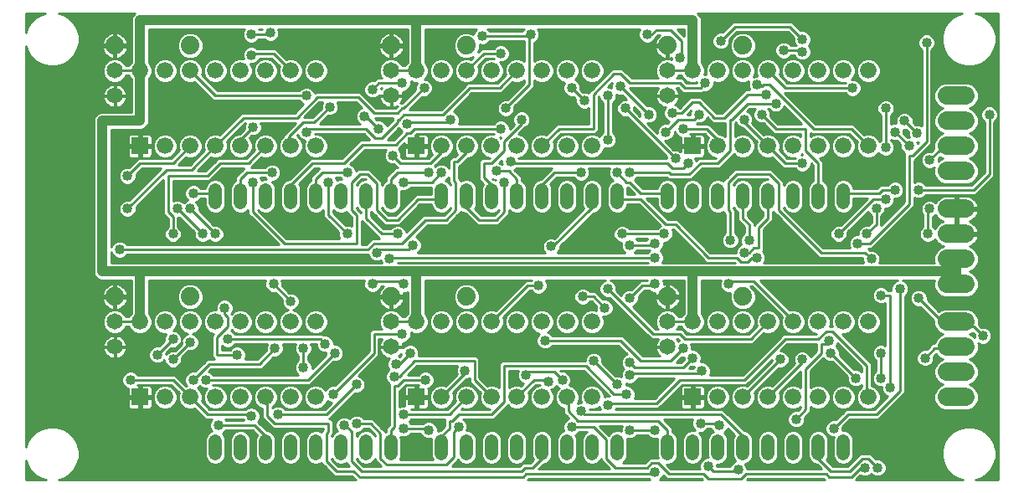
<source format=gtl>
G75*
%MOIN*%
%OFA0B0*%
%FSLAX24Y24*%
%IPPOS*%
%LPD*%
%AMOC8*
5,1,8,0,0,1.08239X$1,22.5*
%
%ADD10C,0.0650*%
%ADD11R,0.0660X0.0660*%
%ADD12C,0.0660*%
%ADD13C,0.0740*%
%ADD14C,0.0520*%
%ADD15C,0.0740*%
%ADD16C,0.0100*%
%ADD17C,0.0400*%
%ADD18C,0.0400*%
D10*
X004150Y005900D03*
X004150Y006900D03*
X015150Y006900D03*
X015150Y005900D03*
X026150Y005900D03*
X026150Y006900D03*
X026150Y015900D03*
X026150Y016900D03*
X015150Y016900D03*
X015150Y015900D03*
X004150Y015900D03*
X004150Y016900D03*
D11*
X005150Y013900D03*
X016150Y013900D03*
X027150Y013900D03*
X027150Y003900D03*
X016150Y003900D03*
X005150Y003900D03*
D12*
X006150Y003900D03*
X007150Y003900D03*
X008150Y003900D03*
X009150Y003900D03*
X010150Y003900D03*
X011150Y003900D03*
X012150Y003900D03*
X017150Y003900D03*
X018150Y003900D03*
X019150Y003900D03*
X020150Y003900D03*
X021150Y003900D03*
X022150Y003900D03*
X023150Y003900D03*
X028150Y003900D03*
X029150Y003900D03*
X030150Y003900D03*
X031150Y003900D03*
X032150Y003900D03*
X033150Y003900D03*
X034150Y003900D03*
X034150Y006900D03*
X033150Y006900D03*
X032150Y006900D03*
X031150Y006900D03*
X030150Y006900D03*
X029150Y006900D03*
X028150Y006900D03*
X027150Y006900D03*
X023150Y006900D03*
X022150Y006900D03*
X021150Y006900D03*
X020150Y006900D03*
X019150Y006900D03*
X018150Y006900D03*
X017150Y006900D03*
X016150Y006900D03*
X012150Y006900D03*
X011150Y006900D03*
X010150Y006900D03*
X009150Y006900D03*
X008150Y006900D03*
X007150Y006900D03*
X006150Y006900D03*
X005150Y006900D03*
X006150Y013900D03*
X007150Y013900D03*
X008150Y013900D03*
X009150Y013900D03*
X010150Y013900D03*
X011150Y013900D03*
X012150Y013900D03*
X017150Y013900D03*
X018150Y013900D03*
X019150Y013900D03*
X020150Y013900D03*
X021150Y013900D03*
X022150Y013900D03*
X023150Y013900D03*
X028150Y013900D03*
X029150Y013900D03*
X030150Y013900D03*
X031150Y013900D03*
X032150Y013900D03*
X033150Y013900D03*
X034150Y013900D03*
X034150Y016900D03*
X033150Y016900D03*
X032150Y016900D03*
X031150Y016900D03*
X030150Y016900D03*
X029150Y016900D03*
X028150Y016900D03*
X027150Y016900D03*
X023150Y016900D03*
X022150Y016900D03*
X021150Y016900D03*
X020150Y016900D03*
X019150Y016900D03*
X018150Y016900D03*
X017150Y016900D03*
X016150Y016900D03*
X012150Y016900D03*
X011150Y016900D03*
X010150Y016900D03*
X009150Y016900D03*
X008150Y016900D03*
X007150Y016900D03*
X006150Y016900D03*
X005150Y016900D03*
D13*
X004150Y017900D03*
X007150Y017900D03*
X015150Y017900D03*
X018150Y017900D03*
X026150Y017900D03*
X029150Y017900D03*
X029150Y007900D03*
X026150Y007900D03*
X018150Y007900D03*
X015150Y007900D03*
X007150Y007900D03*
X004150Y007900D03*
D14*
X008150Y011640D02*
X008150Y012160D01*
X009150Y012160D02*
X009150Y011640D01*
X010150Y011640D02*
X010150Y012160D01*
X011150Y012160D02*
X011150Y011640D01*
X012150Y011640D02*
X012150Y012160D01*
X013150Y012160D02*
X013150Y011640D01*
X014150Y011640D02*
X014150Y012160D01*
X015150Y012160D02*
X015150Y011640D01*
X017150Y011640D02*
X017150Y012160D01*
X018150Y012160D02*
X018150Y011640D01*
X019150Y011640D02*
X019150Y012160D01*
X020150Y012160D02*
X020150Y011640D01*
X021150Y011640D02*
X021150Y012160D01*
X022150Y012160D02*
X022150Y011640D01*
X023150Y011640D02*
X023150Y012160D01*
X024150Y012160D02*
X024150Y011640D01*
X026150Y011640D02*
X026150Y012160D01*
X027150Y012160D02*
X027150Y011640D01*
X028150Y011640D02*
X028150Y012160D01*
X029150Y012160D02*
X029150Y011640D01*
X030150Y011640D02*
X030150Y012160D01*
X031150Y012160D02*
X031150Y011640D01*
X032150Y011640D02*
X032150Y012160D01*
X033150Y012160D02*
X033150Y011640D01*
X033150Y002160D02*
X033150Y001640D01*
X032150Y001640D02*
X032150Y002160D01*
X031150Y002160D02*
X031150Y001640D01*
X030150Y001640D02*
X030150Y002160D01*
X029150Y002160D02*
X029150Y001640D01*
X028150Y001640D02*
X028150Y002160D01*
X027150Y002160D02*
X027150Y001640D01*
X026150Y001640D02*
X026150Y002160D01*
X024150Y002160D02*
X024150Y001640D01*
X023150Y001640D02*
X023150Y002160D01*
X022150Y002160D02*
X022150Y001640D01*
X021150Y001640D02*
X021150Y002160D01*
X020150Y002160D02*
X020150Y001640D01*
X019150Y001640D02*
X019150Y002160D01*
X018150Y002160D02*
X018150Y001640D01*
X017150Y001640D02*
X017150Y002160D01*
X015150Y002160D02*
X015150Y001640D01*
X014150Y001640D02*
X014150Y002160D01*
X013150Y002160D02*
X013150Y001640D01*
X012150Y001640D02*
X012150Y002160D01*
X011150Y002160D02*
X011150Y001640D01*
X010150Y001640D02*
X010150Y002160D01*
X009150Y002160D02*
X009150Y001640D01*
X008150Y001640D02*
X008150Y002160D01*
D15*
X037280Y003900D02*
X038020Y003900D01*
X038020Y004900D02*
X037280Y004900D01*
X037280Y005900D02*
X038020Y005900D01*
X038020Y006900D02*
X037280Y006900D01*
X037280Y008400D02*
X038020Y008400D01*
X038020Y009400D02*
X037280Y009400D01*
X037280Y010400D02*
X038020Y010400D01*
X038020Y011400D02*
X037280Y011400D01*
X037280Y012900D02*
X038020Y012900D01*
X038020Y013900D02*
X037280Y013900D01*
X037280Y014900D02*
X038020Y014900D01*
X038020Y015900D02*
X037280Y015900D01*
D16*
X001396Y000600D02*
X000600Y000600D01*
X000600Y001396D01*
X000644Y001233D01*
X000786Y000987D01*
X000987Y000786D01*
X001233Y000644D01*
X001396Y000600D01*
X001238Y000643D02*
X000600Y000643D01*
X000600Y000741D02*
X001065Y000741D01*
X000933Y000840D02*
X000600Y000840D01*
X000600Y000938D02*
X000835Y000938D01*
X000757Y001037D02*
X000600Y001037D01*
X000600Y001135D02*
X000700Y001135D01*
X000644Y001234D02*
X000600Y001234D01*
X000600Y001332D02*
X000617Y001332D01*
X000600Y001904D02*
X000600Y017896D01*
X000644Y017733D01*
X000786Y017487D01*
X000987Y017286D01*
X001233Y017144D01*
X001508Y017070D01*
X001792Y017070D01*
X002067Y017144D01*
X002313Y017286D01*
X002514Y017487D01*
X002656Y017733D01*
X002730Y018008D01*
X002730Y018292D01*
X002656Y018567D01*
X002514Y018813D01*
X002313Y019014D01*
X002067Y019156D01*
X001919Y019196D01*
X004951Y019196D01*
X004853Y019098D01*
X004800Y018970D01*
X004800Y017229D01*
X004743Y017172D01*
X004713Y017100D01*
X004581Y017100D01*
X004553Y017169D01*
X004419Y017303D01*
X004244Y017375D01*
X004056Y017375D01*
X003881Y017303D01*
X003747Y017169D01*
X003675Y016994D01*
X000600Y016994D01*
X003675Y016994D01*
X003675Y016806D01*
X003747Y016631D01*
X003881Y016497D01*
X004056Y016425D01*
X004244Y016425D01*
X004419Y016497D01*
X004553Y016631D01*
X004581Y016700D01*
X004713Y016700D01*
X004743Y016628D01*
X004800Y016571D01*
X004800Y015250D01*
X003580Y015250D01*
X003452Y015197D01*
X003353Y015098D01*
X003300Y014970D01*
X003300Y008830D01*
X003353Y008702D01*
X003452Y008603D01*
X003580Y008550D01*
X004800Y008550D01*
X004800Y007229D01*
X004743Y007172D01*
X004713Y007100D01*
X004581Y007100D01*
X004553Y007169D01*
X004419Y007303D01*
X004244Y007375D01*
X004056Y007375D01*
X003881Y007303D01*
X003747Y007169D01*
X003675Y006994D01*
X003675Y006806D01*
X003747Y006631D01*
X003881Y006497D01*
X004056Y006425D01*
X004244Y006425D01*
X004419Y006497D01*
X004553Y006631D01*
X004581Y006700D01*
X004713Y006700D01*
X004743Y006628D01*
X004878Y006493D01*
X005055Y006420D01*
X005245Y006420D01*
X005422Y006493D01*
X005557Y006628D01*
X005630Y006805D01*
X005630Y006995D01*
X005557Y007172D01*
X005500Y007229D01*
X005500Y008550D01*
X010146Y008550D01*
X010113Y008470D01*
X010113Y008330D01*
X010166Y008202D01*
X010264Y008103D01*
X010393Y008050D01*
X010530Y008050D01*
X010800Y007780D01*
X010800Y007643D01*
X010853Y007514D01*
X010952Y007416D01*
X011046Y007377D01*
X010878Y007307D01*
X010743Y007172D01*
X010670Y006995D01*
X010670Y006805D01*
X010743Y006628D01*
X010878Y006493D01*
X011055Y006420D01*
X011245Y006420D01*
X011422Y006493D01*
X011557Y006628D01*
X011630Y006805D01*
X011630Y006995D01*
X011557Y007172D01*
X011422Y007307D01*
X011254Y007377D01*
X011348Y007416D01*
X011447Y007514D01*
X011500Y007643D01*
X011500Y007782D01*
X011447Y007911D01*
X011348Y008009D01*
X011220Y008062D01*
X011083Y008062D01*
X010812Y008333D01*
X010812Y008470D01*
X010779Y008550D01*
X014083Y008550D01*
X014050Y008470D01*
X014050Y008330D01*
X014103Y008202D01*
X014202Y008103D01*
X014330Y008050D01*
X014470Y008050D01*
X014598Y008103D01*
X014697Y008202D01*
X014748Y008325D01*
X014840Y008325D01*
X014709Y008195D01*
X014630Y008003D01*
X014630Y007797D01*
X014709Y007605D01*
X014855Y007459D01*
X015047Y007380D01*
X015253Y007380D01*
X015445Y007459D01*
X015591Y007605D01*
X015670Y007797D01*
X015670Y008003D01*
X015651Y008050D01*
X015720Y008050D01*
X015800Y008083D01*
X015800Y007229D01*
X015743Y007172D01*
X015713Y007100D01*
X015581Y007100D01*
X015553Y007169D01*
X015419Y007303D01*
X015244Y007375D01*
X015056Y007375D01*
X014881Y007303D01*
X014747Y007169D01*
X014675Y006994D01*
X014675Y006806D01*
X014747Y006631D01*
X014778Y006600D01*
X014380Y006600D01*
X014263Y006483D01*
X014263Y005733D01*
X012905Y004375D01*
X012768Y004375D01*
X012639Y004322D01*
X012541Y004223D01*
X012530Y004198D01*
X012422Y004307D01*
X012245Y004380D01*
X012055Y004380D01*
X011878Y004307D01*
X011743Y004172D01*
X011670Y003995D01*
X011670Y003805D01*
X011743Y003628D01*
X011878Y003493D01*
X012055Y003420D01*
X012245Y003420D01*
X012422Y003493D01*
X012557Y003628D01*
X012610Y003757D01*
X012639Y003728D01*
X012767Y003675D01*
X012505Y003412D01*
X010945Y003412D01*
X010848Y003509D01*
X010720Y003562D01*
X010580Y003562D01*
X010452Y003509D01*
X010412Y003470D01*
X010412Y003489D01*
X010422Y003493D01*
X010557Y003628D01*
X010630Y003805D01*
X010630Y003995D01*
X010557Y004172D01*
X010422Y004307D01*
X010245Y004380D01*
X010055Y004380D01*
X009878Y004307D01*
X009743Y004172D01*
X009670Y003995D01*
X009670Y003805D01*
X009743Y003628D01*
X009878Y003493D01*
X010013Y003437D01*
X010013Y003067D01*
X010130Y002950D01*
X010442Y002638D01*
X012450Y002638D01*
X012450Y002608D01*
X012388Y002545D01*
X012388Y002502D01*
X012382Y002508D01*
X012232Y002570D01*
X012068Y002570D01*
X011918Y002508D01*
X011802Y002392D01*
X011740Y002242D01*
X011740Y001558D01*
X011802Y001408D01*
X011918Y001292D01*
X012068Y001230D01*
X012232Y001230D01*
X012382Y001292D01*
X012388Y001298D01*
X012388Y001255D01*
X012505Y001138D01*
X012880Y000763D01*
X013567Y000763D01*
X013730Y000600D01*
X001904Y000600D01*
X002067Y000644D01*
X002313Y000786D01*
X002514Y000987D01*
X002656Y001233D01*
X002730Y001508D01*
X002730Y001792D01*
X002656Y002067D01*
X002514Y002313D01*
X002313Y002514D01*
X002067Y002656D01*
X001792Y002730D01*
X001508Y002730D01*
X001233Y002656D01*
X000987Y002514D01*
X000786Y002313D01*
X000644Y002067D01*
X000600Y001904D01*
X000600Y017896D01*
X000644Y017733D01*
X000786Y017487D01*
X000987Y017286D01*
X001233Y017144D01*
X001508Y017070D01*
X001792Y017070D01*
X002067Y017144D01*
X002313Y017286D01*
X002514Y017487D01*
X002656Y017733D01*
X002730Y018008D01*
X002730Y018292D01*
X002656Y018567D01*
X002514Y018813D01*
X002313Y019014D01*
X002067Y019156D01*
X001919Y019196D01*
X004951Y019196D01*
X004853Y019098D01*
X004800Y018970D01*
X004800Y017229D01*
X004743Y017172D01*
X004713Y017100D01*
X004581Y017100D01*
X004553Y017169D01*
X004419Y017303D01*
X004244Y017375D01*
X004056Y017375D01*
X003881Y017303D01*
X003747Y017169D01*
X003675Y016994D01*
X003675Y016806D01*
X003747Y016631D01*
X003881Y016497D01*
X004056Y016425D01*
X004244Y016425D01*
X004419Y016497D01*
X004553Y016631D01*
X004581Y016700D01*
X004713Y016700D01*
X004743Y016628D01*
X004800Y016571D01*
X004800Y015250D01*
X003580Y015250D01*
X003452Y015197D01*
X003353Y015098D01*
X003300Y014970D01*
X003300Y008830D01*
X003353Y008702D01*
X003452Y008603D01*
X003580Y008550D01*
X004800Y008550D01*
X004800Y007229D01*
X004743Y007172D01*
X004713Y007100D01*
X004581Y007100D01*
X004553Y007169D01*
X004419Y007303D01*
X004244Y007375D01*
X004056Y007375D01*
X003881Y007303D01*
X003747Y007169D01*
X003675Y006994D01*
X003675Y006806D01*
X003747Y006631D01*
X003881Y006497D01*
X004056Y006425D01*
X004244Y006425D01*
X004419Y006497D01*
X004553Y006631D01*
X004581Y006700D01*
X004713Y006700D01*
X004743Y006628D01*
X004878Y006493D01*
X005055Y006420D01*
X005245Y006420D01*
X005422Y006493D01*
X005557Y006628D01*
X005630Y006805D01*
X005630Y006995D01*
X005557Y007172D01*
X005500Y007229D01*
X005500Y008550D01*
X010146Y008550D01*
X010113Y008470D01*
X010113Y008330D01*
X010166Y008202D01*
X010264Y008103D01*
X010393Y008050D01*
X010530Y008050D01*
X010800Y007780D01*
X010800Y007643D01*
X010853Y007514D01*
X010952Y007416D01*
X011046Y007377D01*
X010878Y007307D01*
X010743Y007172D01*
X010670Y006995D01*
X010670Y006805D01*
X010743Y006628D01*
X010878Y006493D01*
X011055Y006420D01*
X011245Y006420D01*
X011422Y006493D01*
X011557Y006628D01*
X011630Y006805D01*
X011630Y006995D01*
X011557Y007172D01*
X011422Y007307D01*
X011254Y007377D01*
X011348Y007416D01*
X011447Y007514D01*
X011500Y007643D01*
X011500Y007782D01*
X011447Y007911D01*
X011348Y008009D01*
X011220Y008062D01*
X011083Y008062D01*
X010812Y008333D01*
X010812Y008470D01*
X010779Y008550D01*
X014083Y008550D01*
X014050Y008470D01*
X014050Y008330D01*
X014103Y008202D01*
X014202Y008103D01*
X014330Y008050D01*
X014470Y008050D01*
X014598Y008103D01*
X014697Y008202D01*
X014748Y008325D01*
X014850Y008325D01*
X014811Y008297D01*
X014753Y008239D01*
X014705Y008173D01*
X014668Y008100D01*
X014643Y008022D01*
X014630Y007941D01*
X014630Y007939D01*
X015111Y007939D01*
X015111Y007861D01*
X015189Y007861D01*
X015189Y007939D01*
X015670Y007939D01*
X015670Y007941D01*
X015657Y008022D01*
X015648Y008050D01*
X015720Y008050D01*
X015800Y008083D01*
X015800Y007229D01*
X015743Y007172D01*
X015713Y007100D01*
X015581Y007100D01*
X015553Y007169D01*
X015419Y007303D01*
X015244Y007375D01*
X015056Y007375D01*
X014881Y007303D01*
X014747Y007169D01*
X014675Y006994D01*
X014675Y006806D01*
X014747Y006631D01*
X014778Y006600D01*
X014380Y006600D01*
X014263Y006483D01*
X014263Y005733D01*
X012905Y004375D01*
X012768Y004375D01*
X012639Y004322D01*
X012541Y004223D01*
X012530Y004198D01*
X012422Y004307D01*
X012245Y004380D01*
X012055Y004380D01*
X011878Y004307D01*
X011743Y004172D01*
X011670Y003995D01*
X011670Y003805D01*
X011743Y003628D01*
X011878Y003493D01*
X012055Y003420D01*
X012245Y003420D01*
X012422Y003493D01*
X012557Y003628D01*
X012610Y003757D01*
X012639Y003728D01*
X012767Y003675D01*
X012505Y003412D01*
X010945Y003412D01*
X010848Y003509D01*
X010720Y003562D01*
X010580Y003562D01*
X010452Y003509D01*
X010412Y003470D01*
X010412Y003489D01*
X010422Y003493D01*
X010557Y003628D01*
X010630Y003805D01*
X010630Y003995D01*
X010557Y004172D01*
X010422Y004307D01*
X010245Y004380D01*
X010055Y004380D01*
X009878Y004307D01*
X009743Y004172D01*
X009670Y003995D01*
X009670Y003805D01*
X009743Y003628D01*
X009878Y003493D01*
X010013Y003437D01*
X010013Y003067D01*
X010130Y002950D01*
X010442Y002638D01*
X012450Y002638D01*
X012450Y002608D01*
X012388Y002545D01*
X012388Y002502D01*
X012382Y002508D01*
X012232Y002570D01*
X012068Y002570D01*
X011918Y002508D01*
X011802Y002392D01*
X011740Y002242D01*
X011740Y001558D01*
X011802Y001408D01*
X011918Y001292D01*
X012068Y001230D01*
X012232Y001230D01*
X012382Y001292D01*
X012388Y001298D01*
X012388Y001255D01*
X012505Y001138D01*
X012880Y000763D01*
X013567Y000763D01*
X013730Y000600D01*
X001904Y000600D01*
X002067Y000644D01*
X002313Y000786D01*
X002514Y000987D01*
X002656Y001233D01*
X002730Y001508D01*
X002730Y001792D01*
X002656Y002067D01*
X002514Y002313D01*
X002313Y002514D01*
X002067Y002656D01*
X001792Y002730D01*
X001508Y002730D01*
X001233Y002656D01*
X000987Y002514D01*
X000786Y002313D01*
X000644Y002067D01*
X000600Y001904D01*
X000600Y001923D02*
X000605Y001923D01*
X000600Y001923D01*
X000600Y002022D02*
X000632Y002022D01*
X000600Y002022D01*
X000600Y002120D02*
X000674Y002120D01*
X000600Y002120D01*
X000600Y002219D02*
X000731Y002219D01*
X000600Y002219D01*
X000600Y002317D02*
X000790Y002317D01*
X000600Y002317D01*
X000600Y002416D02*
X000888Y002416D01*
X000600Y002416D01*
X000600Y002514D02*
X000987Y002514D01*
X000600Y002514D01*
X000600Y002613D02*
X001157Y002613D01*
X000600Y002613D01*
X000600Y002711D02*
X001437Y002711D01*
X000600Y002711D01*
X000600Y002810D02*
X007925Y002810D01*
X000600Y002810D01*
X000600Y002908D02*
X007951Y002908D01*
X000600Y002908D01*
X000600Y003007D02*
X008012Y003007D01*
X000600Y003007D01*
X000600Y003105D02*
X007662Y003105D01*
X000600Y003105D01*
X000600Y003204D02*
X007564Y003204D01*
X000600Y003204D01*
X000600Y003302D02*
X007465Y003302D01*
X000600Y003302D01*
X000600Y003401D02*
X007367Y003401D01*
X000600Y003401D01*
X000600Y003499D02*
X004679Y003499D01*
X004688Y003499D02*
X000600Y003499D01*
X000600Y003598D02*
X004670Y003598D01*
X000600Y003598D01*
X000600Y003696D02*
X004670Y003696D01*
X000600Y003696D01*
X000600Y003795D02*
X004670Y003795D01*
X000600Y003795D01*
X000600Y003893D02*
X004670Y003893D01*
X004670Y003850D02*
X004670Y003550D01*
X004680Y003512D01*
X004700Y003478D01*
X004728Y003450D01*
X004762Y003430D01*
X004800Y003420D01*
X005100Y003420D01*
X005100Y003850D01*
X005200Y003850D01*
X005200Y003950D01*
X005100Y003950D01*
X005100Y004380D01*
X005062Y004380D01*
X005070Y004388D01*
X006380Y004388D01*
X006700Y004067D01*
X006670Y003995D01*
X006670Y003805D01*
X006743Y003628D01*
X006878Y003493D01*
X007055Y003420D01*
X007245Y003420D01*
X007317Y003450D01*
X007755Y003013D01*
X008018Y003013D01*
X007978Y002973D01*
X007925Y002845D01*
X007925Y002705D01*
X007978Y002577D01*
X008009Y002546D01*
X007918Y002508D01*
X007802Y002392D01*
X007740Y002242D01*
X007740Y001558D01*
X007802Y001408D01*
X007918Y001292D01*
X008068Y001230D01*
X008232Y001230D01*
X008382Y001292D01*
X008498Y001408D01*
X008560Y001558D01*
X008560Y002242D01*
X008498Y002392D01*
X008430Y002460D01*
X008473Y002478D01*
X008570Y002575D01*
X009630Y002575D01*
X009807Y002397D01*
X009802Y002392D01*
X009740Y002242D01*
X009740Y001558D01*
X009802Y001408D01*
X009918Y001292D01*
X010068Y001230D01*
X010232Y001230D01*
X010382Y001292D01*
X010498Y001408D01*
X010560Y001558D01*
X010560Y002242D01*
X010498Y002392D01*
X010382Y002508D01*
X010232Y002570D01*
X010200Y002570D01*
X009912Y002858D01*
X009851Y002919D01*
X009884Y002952D01*
X009937Y003080D01*
X009937Y003220D01*
X009884Y003348D01*
X009786Y003447D01*
X009657Y003500D01*
X009518Y003500D01*
X009389Y003447D01*
X009355Y003412D01*
X007920Y003412D01*
X007600Y003733D01*
X007630Y003805D01*
X007630Y003995D01*
X007557Y004172D01*
X007448Y004280D01*
X007473Y004291D01*
X007525Y004343D01*
X007577Y004291D01*
X007705Y004238D01*
X007809Y004238D01*
X007743Y004172D01*
X007670Y003995D01*
X007670Y003805D01*
X007743Y003628D01*
X007878Y003493D01*
X008055Y003420D01*
X008245Y003420D01*
X008422Y003493D01*
X008557Y003628D01*
X008630Y003805D01*
X008630Y003995D01*
X008557Y004172D01*
X008422Y004307D01*
X008245Y004380D01*
X008062Y004380D01*
X008070Y004388D01*
X011920Y004388D01*
X012037Y004505D01*
X012833Y005300D01*
X012970Y005300D01*
X013098Y005353D01*
X013197Y005452D01*
X013250Y005580D01*
X013250Y005720D01*
X013197Y005848D01*
X013098Y005947D01*
X012970Y006000D01*
X012875Y006000D01*
X012875Y006095D01*
X012822Y006223D01*
X012723Y006322D01*
X012595Y006375D01*
X012458Y006375D01*
X012420Y006412D01*
X008945Y006412D01*
X008848Y006509D01*
X008764Y006544D01*
X008796Y006575D01*
X008878Y006493D01*
X009055Y006420D01*
X009245Y006420D01*
X009422Y006493D01*
X009557Y006628D01*
X009630Y006805D01*
X009630Y006995D01*
X009557Y007172D01*
X009422Y007307D01*
X009245Y007380D01*
X009055Y007380D01*
X008878Y007307D01*
X008796Y007225D01*
X008789Y007231D01*
X008822Y007264D01*
X008875Y007393D01*
X008875Y007532D01*
X008822Y007661D01*
X008723Y007759D01*
X008595Y007812D01*
X008455Y007812D01*
X008327Y007759D01*
X008228Y007661D01*
X008175Y007532D01*
X008175Y007393D01*
X008180Y007380D01*
X008055Y007380D01*
X007878Y007307D01*
X007743Y007172D01*
X007670Y006995D01*
X007670Y006805D01*
X007743Y006628D01*
X007878Y006493D01*
X008055Y006420D01*
X008075Y006420D01*
X008013Y006358D01*
X008013Y005505D01*
X008105Y005412D01*
X007817Y005412D01*
X007700Y005295D01*
X007342Y004937D01*
X007205Y004937D01*
X007077Y004884D01*
X006978Y004786D01*
X006925Y004657D01*
X006925Y004518D01*
X006978Y004389D01*
X007007Y004360D01*
X006983Y004350D01*
X006662Y004670D01*
X006545Y004787D01*
X005070Y004787D01*
X004973Y004884D01*
X004845Y004937D01*
X004705Y004937D01*
X004577Y004884D01*
X004478Y004786D01*
X004425Y004657D01*
X004425Y004518D01*
X004478Y004389D01*
X004577Y004291D01*
X004670Y004252D01*
X004670Y003508D01*
X004758Y003420D01*
X005542Y003420D01*
X005630Y003508D01*
X005630Y004292D01*
X005542Y004380D01*
X005062Y004380D01*
X005070Y004388D01*
X006380Y004388D01*
X006700Y004067D01*
X006670Y003995D01*
X006670Y003805D01*
X006743Y003628D01*
X006878Y003493D01*
X007055Y003420D01*
X007245Y003420D01*
X007317Y003450D01*
X007755Y003013D01*
X008018Y003013D01*
X007978Y002973D01*
X007925Y002845D01*
X007925Y002705D01*
X007978Y002577D01*
X008009Y002546D01*
X007918Y002508D01*
X007802Y002392D01*
X007740Y002242D01*
X007740Y001558D01*
X007802Y001408D01*
X007918Y001292D01*
X008068Y001230D01*
X008232Y001230D01*
X008382Y001292D01*
X008498Y001408D01*
X008560Y001558D01*
X008560Y002242D01*
X008498Y002392D01*
X008430Y002460D01*
X008473Y002478D01*
X008570Y002575D01*
X009630Y002575D01*
X009807Y002397D01*
X009802Y002392D01*
X009740Y002242D01*
X009740Y001558D01*
X009802Y001408D01*
X009918Y001292D01*
X010068Y001230D01*
X010232Y001230D01*
X010382Y001292D01*
X010498Y001408D01*
X010560Y001558D01*
X010560Y002242D01*
X010498Y002392D01*
X010382Y002508D01*
X010232Y002570D01*
X010200Y002570D01*
X009912Y002858D01*
X009851Y002919D01*
X009884Y002952D01*
X009937Y003080D01*
X009937Y003220D01*
X009884Y003348D01*
X009786Y003447D01*
X009657Y003500D01*
X009518Y003500D01*
X009389Y003447D01*
X009355Y003412D01*
X007920Y003412D01*
X007600Y003733D01*
X007630Y003805D01*
X007630Y003995D01*
X007557Y004172D01*
X007448Y004280D01*
X007473Y004291D01*
X007525Y004343D01*
X007577Y004291D01*
X007705Y004238D01*
X007809Y004238D01*
X007743Y004172D01*
X007670Y003995D01*
X007670Y003805D01*
X007743Y003628D01*
X007878Y003493D01*
X008055Y003420D01*
X008245Y003420D01*
X008422Y003493D01*
X008557Y003628D01*
X008630Y003805D01*
X008630Y003995D01*
X008557Y004172D01*
X008422Y004307D01*
X008245Y004380D01*
X008062Y004380D01*
X008070Y004388D01*
X011920Y004388D01*
X012037Y004505D01*
X012833Y005300D01*
X012970Y005300D01*
X013098Y005353D01*
X013197Y005452D01*
X013250Y005580D01*
X013250Y005720D01*
X013197Y005848D01*
X013098Y005947D01*
X012970Y006000D01*
X012875Y006000D01*
X012875Y006095D01*
X012822Y006223D01*
X012723Y006322D01*
X012595Y006375D01*
X012458Y006375D01*
X012420Y006412D01*
X008945Y006412D01*
X008848Y006509D01*
X008764Y006544D01*
X008796Y006575D01*
X008878Y006493D01*
X009055Y006420D01*
X009245Y006420D01*
X009422Y006493D01*
X009557Y006628D01*
X009630Y006805D01*
X009630Y006995D01*
X009557Y007172D01*
X009422Y007307D01*
X009245Y007380D01*
X009055Y007380D01*
X008878Y007307D01*
X008796Y007225D01*
X008789Y007231D01*
X008822Y007264D01*
X008875Y007393D01*
X008875Y007532D01*
X008822Y007661D01*
X008723Y007759D01*
X008595Y007812D01*
X008455Y007812D01*
X008327Y007759D01*
X008228Y007661D01*
X008175Y007532D01*
X008175Y007393D01*
X008180Y007380D01*
X008055Y007380D01*
X007878Y007307D01*
X007743Y007172D01*
X007670Y006995D01*
X007670Y006805D01*
X007743Y006628D01*
X007878Y006493D01*
X008055Y006420D01*
X008075Y006420D01*
X008013Y006358D01*
X008013Y005505D01*
X008105Y005412D01*
X007817Y005412D01*
X007700Y005295D01*
X007342Y004937D01*
X007205Y004937D01*
X007077Y004884D01*
X006978Y004786D01*
X006925Y004657D01*
X006925Y004518D01*
X006978Y004389D01*
X007007Y004360D01*
X006983Y004350D01*
X006662Y004670D01*
X006545Y004787D01*
X005070Y004787D01*
X004973Y004884D01*
X004845Y004937D01*
X004705Y004937D01*
X004577Y004884D01*
X004478Y004786D01*
X004425Y004657D01*
X004425Y004518D01*
X004478Y004389D01*
X004577Y004291D01*
X004671Y004252D01*
X004670Y004250D01*
X004670Y003950D01*
X005100Y003950D01*
X005100Y003850D01*
X004670Y003850D01*
X004670Y003992D02*
X000600Y003992D01*
X004670Y003992D01*
X004670Y004090D02*
X000600Y004090D01*
X004670Y004090D01*
X004670Y004189D02*
X000600Y004189D01*
X004670Y004189D01*
X004586Y004287D02*
X000600Y004287D01*
X004586Y004287D01*
X004482Y004386D02*
X000600Y004386D01*
X004482Y004386D01*
X004439Y004484D02*
X000600Y004484D01*
X004439Y004484D01*
X004425Y004583D02*
X000600Y004583D01*
X004425Y004583D01*
X004435Y004681D02*
X000600Y004681D01*
X004435Y004681D01*
X004476Y004780D02*
X000600Y004780D01*
X004476Y004780D01*
X004571Y004878D02*
X000600Y004878D01*
X004571Y004878D01*
X004775Y004588D02*
X006463Y004588D01*
X007150Y003900D01*
X007838Y003213D01*
X009525Y003213D01*
X009588Y003150D01*
X009907Y003007D02*
X010073Y003007D01*
X009907Y003007D01*
X009937Y003105D02*
X010013Y003105D01*
X009937Y003105D01*
X009937Y003204D02*
X010013Y003204D01*
X009937Y003204D01*
X009903Y003302D02*
X010013Y003302D01*
X009903Y003302D01*
X009832Y003401D02*
X010013Y003401D01*
X009832Y003401D01*
X009872Y003499D02*
X009660Y003499D01*
X009872Y003499D01*
X009774Y003598D02*
X009526Y003598D01*
X009774Y003598D01*
X009715Y003696D02*
X009585Y003696D01*
X009715Y003696D01*
X009674Y003795D02*
X009626Y003795D01*
X009674Y003795D01*
X009630Y003805D02*
X009557Y003628D01*
X009422Y003493D01*
X009245Y003420D01*
X009055Y003420D01*
X008878Y003493D01*
X008743Y003628D01*
X008670Y003805D01*
X008670Y003995D01*
X008743Y004172D01*
X008878Y004307D01*
X009055Y004380D01*
X009245Y004380D01*
X009422Y004307D01*
X009557Y004172D01*
X009630Y003995D01*
X009630Y003805D01*
X009557Y003628D01*
X009422Y003493D01*
X009245Y003420D01*
X009055Y003420D01*
X008878Y003493D01*
X008743Y003628D01*
X008670Y003805D01*
X008670Y003995D01*
X008743Y004172D01*
X008878Y004307D01*
X009055Y004380D01*
X009245Y004380D01*
X009422Y004307D01*
X009557Y004172D01*
X009630Y003995D01*
X009630Y003805D01*
X009630Y003893D02*
X009670Y003893D01*
X009630Y003893D01*
X009630Y003992D02*
X009670Y003992D01*
X009630Y003992D01*
X009591Y004090D02*
X009709Y004090D01*
X009591Y004090D01*
X009540Y004189D02*
X009760Y004189D01*
X009540Y004189D01*
X009442Y004287D02*
X009858Y004287D01*
X009442Y004287D01*
X008858Y004287D02*
X008442Y004287D01*
X008858Y004287D01*
X008760Y004189D02*
X008540Y004189D01*
X008760Y004189D01*
X008709Y004090D02*
X008591Y004090D01*
X008709Y004090D01*
X008670Y003992D02*
X008630Y003992D01*
X008670Y003992D01*
X008670Y003893D02*
X008630Y003893D01*
X008670Y003893D01*
X008674Y003795D02*
X008626Y003795D01*
X008674Y003795D01*
X008715Y003696D02*
X008585Y003696D01*
X008715Y003696D01*
X008774Y003598D02*
X008526Y003598D01*
X008774Y003598D01*
X008872Y003499D02*
X008428Y003499D01*
X008872Y003499D01*
X009428Y003499D02*
X009515Y003499D01*
X009428Y003499D01*
X009266Y003013D02*
X008532Y003013D01*
X008570Y002975D01*
X009281Y002975D01*
X009266Y003013D01*
X009268Y003007D02*
X008538Y003007D01*
X008275Y002775D02*
X009713Y002775D01*
X010150Y002338D01*
X010150Y001900D01*
X010560Y001923D02*
X010740Y001923D01*
X010560Y001923D01*
X010560Y001825D02*
X010740Y001825D01*
X010560Y001825D01*
X010560Y001726D02*
X010740Y001726D01*
X010560Y001726D01*
X010560Y001628D02*
X010740Y001628D01*
X010560Y001628D01*
X010548Y001529D02*
X010752Y001529D01*
X010548Y001529D01*
X010507Y001431D02*
X010793Y001431D01*
X010507Y001431D01*
X010422Y001332D02*
X010878Y001332D01*
X010422Y001332D01*
X010240Y001234D02*
X011060Y001234D01*
X010240Y001234D01*
X010060Y001234D02*
X009240Y001234D01*
X010060Y001234D01*
X009878Y001332D02*
X009422Y001332D01*
X009878Y001332D01*
X009793Y001431D02*
X009507Y001431D01*
X009793Y001431D01*
X009752Y001529D02*
X009548Y001529D01*
X009752Y001529D01*
X009740Y001628D02*
X009560Y001628D01*
X009740Y001628D01*
X009740Y001726D02*
X009560Y001726D01*
X009740Y001726D01*
X009740Y001825D02*
X009560Y001825D01*
X009740Y001825D01*
X009740Y001923D02*
X009560Y001923D01*
X009740Y001923D01*
X009740Y002022D02*
X009560Y002022D01*
X009740Y002022D01*
X009740Y002120D02*
X009560Y002120D01*
X009740Y002120D01*
X009740Y002219D02*
X009560Y002219D01*
X009740Y002219D01*
X009771Y002317D02*
X009529Y002317D01*
X009771Y002317D01*
X009789Y002416D02*
X009474Y002416D01*
X009789Y002416D01*
X009691Y002514D02*
X009367Y002514D01*
X009691Y002514D01*
X009498Y002392D02*
X009560Y002242D01*
X009560Y001558D01*
X009498Y001408D01*
X009382Y001292D01*
X009232Y001230D01*
X009068Y001230D01*
X008918Y001292D01*
X008802Y001408D01*
X008740Y001558D01*
X008740Y002242D01*
X008802Y002392D01*
X008918Y002508D01*
X009068Y002570D01*
X009232Y002570D01*
X009382Y002508D01*
X009498Y002392D01*
X009382Y002508D01*
X009232Y002570D01*
X009068Y002570D01*
X008918Y002508D01*
X008802Y002392D01*
X008740Y002242D01*
X008740Y001558D01*
X008802Y001408D01*
X008918Y001292D01*
X009068Y001230D01*
X009232Y001230D01*
X009382Y001292D01*
X009498Y001408D01*
X009560Y001558D01*
X009560Y002242D01*
X009498Y002392D01*
X008933Y002514D02*
X008509Y002514D01*
X008933Y002514D01*
X008826Y002416D02*
X008474Y002416D01*
X008826Y002416D01*
X008771Y002317D02*
X008529Y002317D01*
X008771Y002317D01*
X008740Y002219D02*
X008560Y002219D01*
X008740Y002219D01*
X008740Y002120D02*
X008560Y002120D01*
X008740Y002120D01*
X008740Y002022D02*
X008560Y002022D01*
X008740Y002022D01*
X008740Y001923D02*
X008560Y001923D01*
X008740Y001923D01*
X008740Y001825D02*
X008560Y001825D01*
X008740Y001825D01*
X008740Y001726D02*
X008560Y001726D01*
X008740Y001726D01*
X008740Y001628D02*
X008560Y001628D01*
X008740Y001628D01*
X008752Y001529D02*
X008548Y001529D01*
X008752Y001529D01*
X008793Y001431D02*
X008507Y001431D01*
X008793Y001431D01*
X008878Y001332D02*
X008422Y001332D01*
X008878Y001332D01*
X009060Y001234D02*
X008240Y001234D01*
X009060Y001234D01*
X008060Y001234D02*
X002656Y001234D01*
X008060Y001234D01*
X007878Y001332D02*
X002683Y001332D01*
X007878Y001332D01*
X007793Y001431D02*
X002709Y001431D01*
X007793Y001431D01*
X007752Y001529D02*
X002730Y001529D01*
X007752Y001529D01*
X007740Y001628D02*
X002730Y001628D01*
X007740Y001628D01*
X007740Y001726D02*
X002730Y001726D01*
X007740Y001726D01*
X007740Y001825D02*
X002721Y001825D01*
X007740Y001825D01*
X007740Y001923D02*
X002695Y001923D01*
X007740Y001923D01*
X007740Y002022D02*
X002668Y002022D01*
X007740Y002022D01*
X007740Y002120D02*
X002626Y002120D01*
X007740Y002120D01*
X007740Y002219D02*
X002569Y002219D01*
X007740Y002219D01*
X007771Y002317D02*
X002510Y002317D01*
X007771Y002317D01*
X007826Y002416D02*
X002412Y002416D01*
X007826Y002416D01*
X007933Y002514D02*
X002313Y002514D01*
X007933Y002514D01*
X007963Y002613D02*
X002143Y002613D01*
X007963Y002613D01*
X007925Y002711D02*
X001863Y002711D01*
X007925Y002711D01*
X007872Y003499D02*
X007834Y003499D01*
X007872Y003499D01*
X007774Y003598D02*
X007735Y003598D01*
X007774Y003598D01*
X007715Y003696D02*
X007637Y003696D01*
X007715Y003696D01*
X007674Y003795D02*
X007626Y003795D01*
X007674Y003795D01*
X007670Y003893D02*
X007630Y003893D01*
X007670Y003893D01*
X007670Y003992D02*
X007630Y003992D01*
X007670Y003992D01*
X007709Y004090D02*
X007591Y004090D01*
X007709Y004090D01*
X007760Y004189D02*
X007540Y004189D01*
X007760Y004189D01*
X007586Y004287D02*
X007464Y004287D01*
X007586Y004287D01*
X008068Y004386D02*
X012915Y004386D01*
X008068Y004386D01*
X007775Y004588D02*
X011838Y004588D01*
X012900Y005650D01*
X013250Y005666D02*
X014196Y005666D01*
X013250Y005666D01*
X013245Y005568D02*
X014097Y005568D01*
X013245Y005568D01*
X013204Y005469D02*
X013999Y005469D01*
X013204Y005469D01*
X013115Y005371D02*
X013900Y005371D01*
X013115Y005371D01*
X012805Y005272D02*
X013802Y005272D01*
X012805Y005272D01*
X012706Y005174D02*
X013703Y005174D01*
X012706Y005174D01*
X012608Y005075D02*
X013605Y005075D01*
X012608Y005075D01*
X012509Y004977D02*
X013506Y004977D01*
X012509Y004977D01*
X012411Y004878D02*
X013408Y004878D01*
X012411Y004878D01*
X012312Y004780D02*
X013309Y004780D01*
X012312Y004780D01*
X012214Y004681D02*
X013211Y004681D01*
X012214Y004681D01*
X012115Y004583D02*
X013112Y004583D01*
X012115Y004583D01*
X012017Y004484D02*
X013014Y004484D01*
X012017Y004484D01*
X011858Y004287D02*
X011442Y004287D01*
X011858Y004287D01*
X011760Y004189D02*
X011540Y004189D01*
X011760Y004189D01*
X011709Y004090D02*
X011591Y004090D01*
X011709Y004090D01*
X011670Y003992D02*
X011630Y003992D01*
X011670Y003992D01*
X011630Y003995D02*
X011557Y004172D01*
X011422Y004307D01*
X011245Y004380D01*
X011055Y004380D01*
X010878Y004307D01*
X010743Y004172D01*
X010670Y003995D01*
X010670Y003805D01*
X010743Y003628D01*
X010878Y003493D01*
X011055Y003420D01*
X011245Y003420D01*
X011422Y003493D01*
X011557Y003628D01*
X011630Y003805D01*
X011630Y003995D01*
X011557Y004172D01*
X011422Y004307D01*
X011245Y004380D01*
X011055Y004380D01*
X010878Y004307D01*
X010743Y004172D01*
X010670Y003995D01*
X010670Y003805D01*
X010743Y003628D01*
X010878Y003493D01*
X011055Y003420D01*
X011245Y003420D01*
X011422Y003493D01*
X011557Y003628D01*
X011630Y003805D01*
X011630Y003995D01*
X011630Y003893D02*
X011670Y003893D01*
X011630Y003893D01*
X011626Y003795D02*
X011674Y003795D01*
X011626Y003795D01*
X011585Y003696D02*
X011715Y003696D01*
X011585Y003696D01*
X011526Y003598D02*
X011774Y003598D01*
X011526Y003598D01*
X011428Y003499D02*
X011872Y003499D01*
X011428Y003499D01*
X010872Y003499D02*
X010858Y003499D01*
X010872Y003499D01*
X010774Y003598D02*
X010526Y003598D01*
X010774Y003598D01*
X010715Y003696D02*
X010585Y003696D01*
X010715Y003696D01*
X010674Y003795D02*
X010626Y003795D01*
X010674Y003795D01*
X010670Y003893D02*
X010630Y003893D01*
X010670Y003893D01*
X010670Y003992D02*
X010630Y003992D01*
X010670Y003992D01*
X010709Y004090D02*
X010591Y004090D01*
X010709Y004090D01*
X010760Y004189D02*
X010540Y004189D01*
X010760Y004189D01*
X010858Y004287D02*
X010442Y004287D01*
X010858Y004287D01*
X010213Y003900D02*
X010150Y003900D01*
X010213Y003900D02*
X010213Y003150D01*
X010525Y002838D01*
X012650Y002838D01*
X012650Y002525D01*
X012588Y002463D01*
X012588Y001338D01*
X012963Y000963D01*
X013650Y000963D01*
X013900Y000713D01*
X020400Y000713D01*
X020525Y000838D01*
X025588Y000838D01*
X025650Y000900D01*
X025887Y000643D02*
X026125Y000643D01*
X026130Y000638D02*
X027505Y000638D01*
X027542Y000600D01*
X025840Y000600D01*
X025848Y000603D01*
X025947Y000702D01*
X025981Y000786D01*
X026013Y000755D01*
X026130Y000638D01*
X026026Y000741D02*
X025963Y000741D01*
X026213Y000838D02*
X027588Y000838D01*
X027775Y000650D01*
X029088Y000650D01*
X029275Y000838D01*
X032463Y000838D01*
X032588Y000713D01*
X033463Y000713D01*
X033838Y001088D01*
X034025Y001088D01*
X034272Y000840D02*
X034278Y000840D01*
X034272Y000840D01*
X034275Y000843D02*
X034327Y000791D01*
X034455Y000738D01*
X034595Y000738D01*
X034723Y000791D01*
X034822Y000889D01*
X034875Y001018D01*
X034875Y001157D01*
X034822Y001286D01*
X034723Y001384D01*
X034595Y001437D01*
X034458Y001437D01*
X034233Y001662D01*
X033817Y001662D01*
X033700Y001545D01*
X033317Y001162D01*
X032733Y001162D01*
X032493Y001403D01*
X032498Y001408D01*
X032560Y001558D01*
X032560Y002242D01*
X032498Y002392D01*
X032382Y002508D01*
X032232Y002570D01*
X032068Y002570D01*
X031918Y002508D01*
X031802Y002392D01*
X031740Y002242D01*
X031740Y001558D01*
X031802Y001408D01*
X031918Y001292D01*
X032068Y001230D01*
X032100Y001230D01*
X032292Y001037D01*
X029312Y001037D01*
X029312Y001095D01*
X029259Y001223D01*
X029246Y001236D01*
X029382Y001292D01*
X029498Y001408D01*
X029560Y001558D01*
X029560Y002242D01*
X029498Y002392D01*
X029382Y002508D01*
X029232Y002570D01*
X029200Y002570D01*
X028475Y003295D01*
X028358Y003412D01*
X024081Y003412D01*
X024097Y003450D01*
X025795Y003450D01*
X026733Y004388D01*
X029295Y004388D01*
X030300Y005392D01*
X030300Y005333D01*
X029317Y004350D01*
X029245Y004380D01*
X029055Y004380D01*
X028878Y004307D01*
X028743Y004172D01*
X028670Y003995D01*
X028670Y003805D01*
X028743Y003628D01*
X028878Y003493D01*
X029055Y003420D01*
X029245Y003420D01*
X029422Y003493D01*
X029557Y003628D01*
X029630Y003805D01*
X029630Y003995D01*
X029600Y004067D01*
X030583Y005050D01*
X030720Y005050D01*
X030848Y005103D01*
X030947Y005202D01*
X031000Y005330D01*
X031000Y005470D01*
X030947Y005598D01*
X030848Y005697D01*
X030720Y005750D01*
X030658Y005750D01*
X030920Y006013D01*
X032075Y006013D01*
X032075Y005733D01*
X031856Y005514D01*
X031822Y005598D01*
X031723Y005697D01*
X031595Y005750D01*
X031455Y005750D01*
X031327Y005697D01*
X031228Y005598D01*
X031175Y005470D01*
X031175Y005330D01*
X031211Y005244D01*
X030317Y004350D01*
X030245Y004380D01*
X030055Y004380D01*
X029878Y004307D01*
X029743Y004172D01*
X029670Y003995D01*
X029670Y003805D01*
X029743Y003628D01*
X029878Y003493D01*
X030055Y003420D01*
X030245Y003420D01*
X030422Y003493D01*
X030557Y003628D01*
X030630Y003805D01*
X030630Y003995D01*
X030600Y004067D01*
X031450Y004917D01*
X031450Y004279D01*
X031422Y004307D01*
X031245Y004380D01*
X031055Y004380D01*
X030878Y004307D01*
X030743Y004172D01*
X030670Y003995D01*
X030670Y003805D01*
X030743Y003628D01*
X030878Y003493D01*
X031055Y003420D01*
X031245Y003420D01*
X031422Y003493D01*
X031450Y003521D01*
X031450Y003483D01*
X031342Y003375D01*
X031205Y003375D01*
X031077Y003322D01*
X030978Y003223D01*
X030925Y003095D01*
X030925Y002955D01*
X030978Y002827D01*
X031077Y002728D01*
X031205Y002675D01*
X031345Y002675D01*
X031473Y002728D01*
X031572Y002827D01*
X031625Y002955D01*
X031625Y003092D01*
X031733Y003200D01*
X031850Y003317D01*
X031850Y003521D01*
X031878Y003493D01*
X032055Y003420D01*
X032245Y003420D01*
X032422Y003493D01*
X032557Y003628D01*
X032630Y003805D01*
X032630Y003995D01*
X032557Y004172D01*
X032422Y004307D01*
X032245Y004380D01*
X032055Y004380D01*
X031878Y004307D01*
X031850Y004279D01*
X031850Y004942D01*
X032356Y005449D01*
X032452Y005353D01*
X032580Y005300D01*
X032717Y005300D01*
X033300Y004717D01*
X033300Y004580D01*
X033353Y004452D01*
X033452Y004353D01*
X033580Y004300D01*
X033720Y004300D01*
X033848Y004353D01*
X033888Y004393D01*
X033888Y004311D01*
X033878Y004307D01*
X033743Y004172D01*
X033670Y003995D01*
X033670Y003805D01*
X033743Y003628D01*
X033878Y003493D01*
X034055Y003420D01*
X034245Y003420D01*
X034422Y003493D01*
X034557Y003628D01*
X034630Y003805D01*
X034630Y003995D01*
X034557Y004172D01*
X034422Y004307D01*
X034287Y004363D01*
X034287Y005233D01*
X034170Y005350D01*
X033100Y006420D01*
X033245Y006420D01*
X033422Y006493D01*
X033557Y006628D01*
X033630Y006805D01*
X033630Y006995D01*
X033557Y007172D01*
X033422Y007307D01*
X033245Y007380D01*
X033055Y007380D01*
X032878Y007307D01*
X032743Y007172D01*
X032670Y006995D01*
X032670Y006805D01*
X032703Y006725D01*
X032597Y006725D01*
X032630Y006805D01*
X032630Y006995D01*
X032557Y007172D01*
X032422Y007307D01*
X032245Y007380D01*
X032055Y007380D01*
X031878Y007307D01*
X031743Y007172D01*
X031670Y006995D01*
X031670Y006805D01*
X031743Y006628D01*
X031878Y006493D01*
X032055Y006420D01*
X032075Y006420D01*
X032067Y006412D01*
X030755Y006412D01*
X030638Y006295D01*
X029130Y004787D01*
X027831Y004787D01*
X027875Y004893D01*
X027875Y005032D01*
X027822Y005161D01*
X027723Y005259D01*
X027595Y005312D01*
X027467Y005312D01*
X027500Y005393D01*
X027500Y005532D01*
X027447Y005661D01*
X027348Y005759D01*
X027220Y005812D01*
X027125Y005812D01*
X027125Y005907D01*
X027081Y006013D01*
X029545Y006013D01*
X029662Y006130D01*
X029983Y006450D01*
X030055Y006420D01*
X030245Y006420D01*
X030422Y006493D01*
X030557Y006628D01*
X030630Y006805D01*
X030630Y006995D01*
X030557Y007172D01*
X030422Y007307D01*
X030245Y007380D01*
X030055Y007380D01*
X029878Y007307D01*
X029743Y007172D01*
X029670Y006995D01*
X029670Y006805D01*
X029700Y006733D01*
X029380Y006412D01*
X026920Y006412D01*
X026850Y006483D01*
X026733Y006600D01*
X026522Y006600D01*
X026553Y006631D01*
X026581Y006700D01*
X026713Y006700D01*
X026743Y006628D01*
X026878Y006493D01*
X027055Y006420D01*
X027245Y006420D01*
X027422Y006493D01*
X027557Y006628D01*
X027630Y006805D01*
X027630Y006995D01*
X027557Y007172D01*
X027500Y007229D01*
X027500Y008550D01*
X028271Y008550D01*
X028238Y008470D01*
X028238Y008330D01*
X028291Y008202D01*
X028389Y008103D01*
X028518Y008050D01*
X028649Y008050D01*
X028630Y008003D01*
X028630Y007797D01*
X028709Y007605D01*
X028855Y007459D01*
X029047Y007380D01*
X029253Y007380D01*
X029445Y007459D01*
X029591Y007605D01*
X029670Y007797D01*
X029670Y008003D01*
X029591Y008195D01*
X029460Y008325D01*
X029505Y008325D01*
X030718Y007112D01*
X030670Y006995D01*
X030670Y006805D01*
X030743Y006628D01*
X030878Y006493D01*
X031055Y006420D01*
X031245Y006420D01*
X031422Y006493D01*
X031557Y006628D01*
X031630Y006805D01*
X031630Y006995D01*
X031557Y007172D01*
X031422Y007307D01*
X031245Y007380D01*
X031055Y007380D01*
X031027Y007369D01*
X029845Y008550D01*
X035300Y008550D01*
X035202Y008509D01*
X035103Y008411D01*
X035050Y008282D01*
X035050Y008162D01*
X034945Y008162D01*
X034848Y008259D01*
X034720Y008312D01*
X034580Y008312D01*
X034452Y008259D01*
X034353Y008161D01*
X034300Y008032D01*
X034300Y007893D01*
X034353Y007764D01*
X034452Y007666D01*
X034580Y007613D01*
X034720Y007613D01*
X034825Y007656D01*
X034825Y005956D01*
X034720Y006000D01*
X034580Y006000D01*
X034452Y005947D01*
X034353Y005848D01*
X034300Y005720D01*
X034300Y005580D01*
X034353Y005452D01*
X034450Y005355D01*
X034450Y004945D01*
X034353Y004848D01*
X034300Y004720D01*
X034300Y004580D01*
X034353Y004452D01*
X034452Y004353D01*
X034580Y004300D01*
X034675Y004300D01*
X034675Y004205D01*
X034728Y004077D01*
X034827Y003978D01*
X034911Y003944D01*
X034380Y003412D01*
X033255Y003412D01*
X033138Y003295D01*
X032842Y003000D01*
X032705Y003000D01*
X032577Y002947D01*
X032478Y002848D01*
X032425Y002720D01*
X032425Y002580D01*
X032478Y002452D01*
X032577Y002353D01*
X032705Y002300D01*
X032764Y002300D01*
X032740Y002242D01*
X032740Y001558D01*
X032802Y001408D01*
X032918Y001292D01*
X033068Y001230D01*
X033232Y001230D01*
X033382Y001292D01*
X033498Y001408D01*
X033560Y001558D01*
X033560Y002242D01*
X033498Y002392D01*
X033382Y002508D01*
X033232Y002570D01*
X033121Y002570D01*
X033125Y002580D01*
X033125Y002717D01*
X033420Y003013D01*
X034545Y003013D01*
X035483Y003950D01*
X035600Y004067D01*
X035600Y007918D01*
X035697Y008014D01*
X035750Y008143D01*
X035750Y008282D01*
X035697Y008411D01*
X035598Y008509D01*
X035500Y008550D01*
X036779Y008550D01*
X036760Y008503D01*
X036760Y008297D01*
X036839Y008105D01*
X036985Y007959D01*
X037177Y007880D01*
X038123Y007880D01*
X038315Y007959D01*
X038461Y008105D01*
X038540Y008297D01*
X038540Y008503D01*
X038461Y008695D01*
X038315Y008841D01*
X038172Y008900D01*
X038315Y008959D01*
X038461Y009105D01*
X038540Y009297D01*
X038540Y009503D01*
X038461Y009695D01*
X038315Y009841D01*
X038172Y009900D01*
X038315Y009959D01*
X038461Y010105D01*
X038540Y010297D01*
X038540Y010503D01*
X038461Y010695D01*
X038315Y010841D01*
X038172Y010900D01*
X038315Y010959D01*
X038461Y011105D01*
X038540Y011297D01*
X038540Y011503D01*
X038461Y011695D01*
X038315Y011841D01*
X038123Y011920D01*
X037177Y011920D01*
X036985Y011841D01*
X036839Y011695D01*
X036824Y011658D01*
X036786Y011697D01*
X036657Y011750D01*
X036518Y011750D01*
X036389Y011697D01*
X036291Y011598D01*
X036238Y011470D01*
X036238Y011330D01*
X036291Y011202D01*
X036325Y011168D01*
X036325Y010695D01*
X036228Y010598D01*
X036175Y010470D01*
X036175Y010330D01*
X036228Y010202D01*
X036327Y010103D01*
X036455Y010050D01*
X036595Y010050D01*
X036723Y010103D01*
X036806Y010186D01*
X036839Y010105D01*
X036985Y009959D01*
X037128Y009900D01*
X036985Y009841D01*
X036839Y009695D01*
X036760Y009503D01*
X036760Y009297D01*
X036779Y009250D01*
X034592Y009250D01*
X034625Y009330D01*
X034625Y009470D01*
X034572Y009598D01*
X034473Y009697D01*
X034345Y009750D01*
X034208Y009750D01*
X034133Y009825D01*
X034295Y009825D01*
X035858Y011388D01*
X035975Y011505D01*
X035975Y011844D01*
X036080Y011800D01*
X036220Y011800D01*
X036348Y011853D01*
X036445Y011950D01*
X038420Y011950D01*
X039045Y012575D01*
X039162Y012692D01*
X039162Y014855D01*
X039259Y014952D01*
X039312Y015080D01*
X039312Y015220D01*
X039312Y015221D02*
X039320Y015221D01*
X039312Y015221D01*
X039312Y015220D02*
X039259Y015348D01*
X039161Y015447D01*
X039032Y015500D01*
X038893Y015500D01*
X038764Y015447D01*
X038666Y015348D01*
X038613Y015220D01*
X038613Y015221D02*
X038435Y015221D01*
X038613Y015221D01*
X038613Y015220D02*
X038613Y015080D01*
X038666Y014952D01*
X038763Y014855D01*
X038763Y012858D01*
X038255Y012350D01*
X036445Y012350D01*
X036348Y012447D01*
X036220Y012500D01*
X036080Y012500D01*
X035975Y012456D01*
X035975Y013325D01*
X035983Y013325D01*
X036545Y013888D01*
X036662Y014005D01*
X036662Y017730D01*
X036759Y017827D01*
X036812Y017955D01*
X036812Y018095D01*
X036759Y018223D01*
X036661Y018322D01*
X036532Y018375D01*
X036393Y018375D01*
X036264Y018322D01*
X036166Y018223D01*
X036113Y018095D01*
X036113Y017955D01*
X036166Y017827D01*
X036263Y017730D01*
X036263Y014706D01*
X036157Y014750D01*
X036020Y014750D01*
X035937Y014833D01*
X035937Y014970D01*
X035884Y015098D01*
X035786Y015197D01*
X035657Y015250D01*
X035518Y015250D01*
X035389Y015197D01*
X035291Y015098D01*
X035238Y014970D01*
X035238Y014830D01*
X035245Y014812D01*
X035143Y014812D01*
X035037Y014769D01*
X035037Y015105D01*
X035134Y015202D01*
X035187Y015330D01*
X035187Y015470D01*
X035134Y015598D01*
X035036Y015697D01*
X034907Y015750D01*
X034768Y015750D01*
X034639Y015697D01*
X034541Y015598D01*
X034488Y015470D01*
X034488Y015330D01*
X034541Y015202D01*
X034638Y015105D01*
X034638Y014132D01*
X034592Y014087D01*
X034557Y014172D01*
X034422Y014307D01*
X034245Y014380D01*
X034055Y014380D01*
X033983Y014350D01*
X033545Y014787D01*
X032045Y014787D01*
X030820Y016013D01*
X033230Y016013D01*
X033327Y015916D01*
X033455Y015863D01*
X033595Y015863D01*
X033723Y015916D01*
X033822Y016014D01*
X033875Y016143D01*
X033875Y016282D01*
X033822Y016411D01*
X033723Y016509D01*
X033595Y016562D01*
X033491Y016562D01*
X033557Y016628D01*
X033630Y016805D01*
X033630Y016995D01*
X033557Y017172D01*
X033422Y017307D01*
X033245Y017380D01*
X033055Y017380D01*
X032878Y017307D01*
X032743Y017172D01*
X032670Y016995D01*
X032670Y016805D01*
X032743Y016628D01*
X032878Y016493D01*
X033055Y016420D01*
X033238Y016420D01*
X033230Y016412D01*
X030920Y016412D01*
X030600Y016733D01*
X030630Y016805D01*
X030630Y016995D01*
X030557Y017172D01*
X030422Y017307D01*
X030245Y017380D01*
X030055Y017380D01*
X029878Y017307D01*
X029743Y017172D01*
X029670Y016995D01*
X029670Y016805D01*
X029718Y016687D01*
X029643Y016687D01*
X029569Y016657D01*
X029630Y016805D01*
X029630Y016995D01*
X029557Y017172D01*
X029422Y017307D01*
X029245Y017380D01*
X029055Y017380D01*
X028878Y017307D01*
X028743Y017172D01*
X028670Y016995D01*
X028670Y016805D01*
X028743Y016628D01*
X028878Y016493D01*
X029055Y016420D01*
X029245Y016420D01*
X029393Y016481D01*
X029363Y016407D01*
X029363Y016268D01*
X029406Y016162D01*
X029255Y016162D01*
X029138Y016045D01*
X028317Y015225D01*
X028108Y015225D01*
X027483Y015850D01*
X027067Y015850D01*
X026950Y015733D01*
X026631Y015414D01*
X026536Y015509D01*
X026462Y015540D01*
X026512Y015591D01*
X026556Y015651D01*
X026590Y015718D01*
X026613Y015789D01*
X026625Y015863D01*
X026625Y015881D01*
X026169Y015881D01*
X026169Y015919D01*
X026625Y015919D01*
X026625Y015937D01*
X026613Y016011D01*
X026590Y016082D01*
X026556Y016149D01*
X026519Y016200D01*
X026567Y016200D01*
X026755Y016013D01*
X027545Y016013D01*
X027583Y016050D01*
X027720Y016050D01*
X027848Y016103D01*
X027947Y016202D01*
X028000Y016330D01*
X028000Y016443D01*
X028055Y016420D01*
X028245Y016420D01*
X028422Y016493D01*
X028557Y016628D01*
X028630Y016805D01*
X028630Y016995D01*
X028557Y017172D01*
X028422Y017307D01*
X028245Y017380D01*
X028055Y017380D01*
X027878Y017307D01*
X027743Y017172D01*
X027670Y016995D01*
X027670Y016805D01*
X027693Y016750D01*
X027607Y016750D01*
X027630Y016805D01*
X027630Y016995D01*
X027557Y017172D01*
X027500Y017229D01*
X027500Y018970D01*
X027447Y019098D01*
X027349Y019196D01*
X037881Y019196D01*
X037733Y019156D01*
X037487Y019014D01*
X037286Y018813D01*
X037144Y018567D01*
X037070Y018292D01*
X037070Y018008D01*
X037144Y017733D01*
X037286Y017487D01*
X037487Y017286D01*
X037733Y017144D01*
X038008Y017070D01*
X038292Y017070D01*
X038567Y017144D01*
X038813Y017286D01*
X039014Y017487D01*
X039156Y017733D01*
X039230Y018008D01*
X039230Y018292D01*
X039156Y018567D01*
X039014Y018813D01*
X038813Y019014D01*
X038567Y019156D01*
X038419Y019196D01*
X039320Y019196D01*
X039320Y000600D01*
X038404Y000600D01*
X038567Y000644D01*
X038813Y000786D01*
X039014Y000987D01*
X039156Y001233D01*
X039230Y001508D01*
X039230Y001792D01*
X039156Y002067D01*
X039014Y002313D01*
X038813Y002514D01*
X038567Y002656D01*
X038292Y002730D01*
X038008Y002730D01*
X037733Y002656D01*
X037487Y002514D01*
X037286Y002313D01*
X037144Y002067D01*
X037070Y001792D01*
X037070Y001508D01*
X037144Y001233D01*
X037286Y000987D01*
X037487Y000786D01*
X037733Y000644D01*
X037896Y000600D01*
X033633Y000600D01*
X033825Y000792D01*
X033827Y000791D01*
X033955Y000738D01*
X034095Y000738D01*
X034223Y000791D01*
X034275Y000843D01*
X034327Y000791D01*
X034455Y000738D01*
X034595Y000738D01*
X034723Y000791D01*
X034822Y000889D01*
X034875Y001018D01*
X034875Y001157D01*
X034822Y001286D01*
X034723Y001384D01*
X034595Y001437D01*
X034458Y001437D01*
X034233Y001662D01*
X033817Y001662D01*
X033700Y001545D01*
X033317Y001162D01*
X032733Y001162D01*
X032493Y001403D01*
X032498Y001408D01*
X032560Y001558D01*
X032560Y002242D01*
X032498Y002392D01*
X032382Y002508D01*
X032232Y002570D01*
X032068Y002570D01*
X031918Y002508D01*
X031802Y002392D01*
X031740Y002242D01*
X031740Y001558D01*
X031802Y001408D01*
X031918Y001292D01*
X032068Y001230D01*
X032100Y001230D01*
X032292Y001037D01*
X029312Y001037D01*
X029312Y001095D01*
X029259Y001223D01*
X029246Y001236D01*
X029382Y001292D01*
X029498Y001408D01*
X029560Y001558D01*
X029560Y002242D01*
X029498Y002392D01*
X029382Y002508D01*
X029232Y002570D01*
X029200Y002570D01*
X028475Y003295D01*
X028358Y003412D01*
X024081Y003412D01*
X024097Y003450D01*
X025795Y003450D01*
X026733Y004388D01*
X029295Y004388D01*
X030300Y005392D01*
X030300Y005333D01*
X029317Y004350D01*
X029245Y004380D01*
X029055Y004380D01*
X028878Y004307D01*
X028743Y004172D01*
X028670Y003995D01*
X028670Y003805D01*
X028743Y003628D01*
X028878Y003493D01*
X029055Y003420D01*
X029245Y003420D01*
X029422Y003493D01*
X029557Y003628D01*
X029630Y003805D01*
X029630Y003995D01*
X029600Y004067D01*
X030583Y005050D01*
X030720Y005050D01*
X030848Y005103D01*
X030947Y005202D01*
X031000Y005330D01*
X031000Y005470D01*
X030947Y005598D01*
X030848Y005697D01*
X030720Y005750D01*
X030658Y005750D01*
X030920Y006013D01*
X032075Y006013D01*
X032075Y005733D01*
X031856Y005514D01*
X031822Y005598D01*
X031723Y005697D01*
X031595Y005750D01*
X031455Y005750D01*
X031327Y005697D01*
X031228Y005598D01*
X031175Y005470D01*
X031175Y005330D01*
X031211Y005244D01*
X030317Y004350D01*
X030245Y004380D01*
X030055Y004380D01*
X029878Y004307D01*
X029743Y004172D01*
X029670Y003995D01*
X029670Y003805D01*
X029743Y003628D01*
X029878Y003493D01*
X030055Y003420D01*
X030245Y003420D01*
X030422Y003493D01*
X030557Y003628D01*
X030630Y003805D01*
X030630Y003995D01*
X030600Y004067D01*
X031450Y004917D01*
X031450Y004279D01*
X031422Y004307D01*
X031245Y004380D01*
X031055Y004380D01*
X030878Y004307D01*
X030743Y004172D01*
X030670Y003995D01*
X030670Y003805D01*
X030743Y003628D01*
X030878Y003493D01*
X031055Y003420D01*
X031245Y003420D01*
X031422Y003493D01*
X031450Y003521D01*
X031450Y003483D01*
X031342Y003375D01*
X031205Y003375D01*
X031077Y003322D01*
X030978Y003223D01*
X030925Y003095D01*
X030925Y002955D01*
X030978Y002827D01*
X031077Y002728D01*
X031205Y002675D01*
X031345Y002675D01*
X031473Y002728D01*
X031572Y002827D01*
X031625Y002955D01*
X031625Y003092D01*
X031733Y003200D01*
X031850Y003317D01*
X031850Y003521D01*
X031878Y003493D01*
X032055Y003420D01*
X032245Y003420D01*
X032422Y003493D01*
X032557Y003628D01*
X032630Y003805D01*
X032630Y003995D01*
X032557Y004172D01*
X032422Y004307D01*
X032245Y004380D01*
X032055Y004380D01*
X031878Y004307D01*
X031850Y004279D01*
X031850Y004942D01*
X032356Y005449D01*
X032452Y005353D01*
X032580Y005300D01*
X032717Y005300D01*
X033300Y004717D01*
X033300Y004580D01*
X033353Y004452D01*
X033452Y004353D01*
X033580Y004300D01*
X033720Y004300D01*
X033848Y004353D01*
X033888Y004393D01*
X033888Y004311D01*
X033878Y004307D01*
X033743Y004172D01*
X033670Y003995D01*
X033670Y003805D01*
X033743Y003628D01*
X033878Y003493D01*
X034055Y003420D01*
X034245Y003420D01*
X034422Y003493D01*
X034557Y003628D01*
X034630Y003805D01*
X034630Y003995D01*
X034557Y004172D01*
X034422Y004307D01*
X034287Y004363D01*
X034287Y005233D01*
X034170Y005350D01*
X033100Y006420D01*
X033245Y006420D01*
X033422Y006493D01*
X033557Y006628D01*
X033630Y006805D01*
X033630Y006995D01*
X033557Y007172D01*
X033422Y007307D01*
X033245Y007380D01*
X033055Y007380D01*
X032878Y007307D01*
X032743Y007172D01*
X032670Y006995D01*
X032670Y006805D01*
X032703Y006725D01*
X032597Y006725D01*
X032630Y006805D01*
X032630Y006995D01*
X032557Y007172D01*
X032422Y007307D01*
X032245Y007380D01*
X032055Y007380D01*
X031878Y007307D01*
X031743Y007172D01*
X031670Y006995D01*
X031670Y006805D01*
X031743Y006628D01*
X031878Y006493D01*
X032055Y006420D01*
X032075Y006420D01*
X032067Y006412D01*
X030755Y006412D01*
X030638Y006295D01*
X029130Y004787D01*
X027831Y004787D01*
X027875Y004893D01*
X027875Y005032D01*
X027822Y005161D01*
X027723Y005259D01*
X027595Y005312D01*
X027467Y005312D01*
X027500Y005393D01*
X027500Y005532D01*
X027447Y005661D01*
X027348Y005759D01*
X027220Y005812D01*
X027125Y005812D01*
X027125Y005907D01*
X027081Y006013D01*
X029545Y006013D01*
X029662Y006130D01*
X029983Y006450D01*
X030055Y006420D01*
X030245Y006420D01*
X030422Y006493D01*
X030557Y006628D01*
X030630Y006805D01*
X030630Y006995D01*
X030557Y007172D01*
X030422Y007307D01*
X030245Y007380D01*
X030055Y007380D01*
X029878Y007307D01*
X029743Y007172D01*
X029670Y006995D01*
X029670Y006805D01*
X029700Y006733D01*
X029380Y006412D01*
X026920Y006412D01*
X026850Y006483D01*
X026733Y006600D01*
X026522Y006600D01*
X026553Y006631D01*
X026581Y006700D01*
X026713Y006700D01*
X026743Y006628D01*
X026878Y006493D01*
X027055Y006420D01*
X027245Y006420D01*
X027422Y006493D01*
X027557Y006628D01*
X027630Y006805D01*
X027630Y006995D01*
X027557Y007172D01*
X027500Y007229D01*
X027500Y008550D01*
X028271Y008550D01*
X028238Y008470D01*
X028238Y008330D01*
X028291Y008202D01*
X028389Y008103D01*
X028518Y008050D01*
X028649Y008050D01*
X028630Y008003D01*
X028630Y007797D01*
X028709Y007605D01*
X028855Y007459D01*
X029047Y007380D01*
X029253Y007380D01*
X029445Y007459D01*
X029591Y007605D01*
X029670Y007797D01*
X029670Y008003D01*
X029591Y008195D01*
X029460Y008325D01*
X029505Y008325D01*
X030718Y007112D01*
X030670Y006995D01*
X030670Y006805D01*
X030743Y006628D01*
X030878Y006493D01*
X031055Y006420D01*
X031245Y006420D01*
X031422Y006493D01*
X031557Y006628D01*
X031630Y006805D01*
X031630Y006995D01*
X031557Y007172D01*
X031422Y007307D01*
X031245Y007380D01*
X031055Y007380D01*
X031027Y007369D01*
X029845Y008550D01*
X035300Y008550D01*
X035202Y008509D01*
X035103Y008411D01*
X035050Y008282D01*
X035050Y008162D01*
X034945Y008162D01*
X034848Y008259D01*
X034720Y008312D01*
X034580Y008312D01*
X034452Y008259D01*
X034353Y008161D01*
X034300Y008032D01*
X034300Y007893D01*
X034353Y007764D01*
X034452Y007666D01*
X034580Y007613D01*
X034720Y007613D01*
X034825Y007656D01*
X034825Y005956D01*
X034720Y006000D01*
X034580Y006000D01*
X034452Y005947D01*
X034353Y005848D01*
X034300Y005720D01*
X034300Y005580D01*
X034353Y005452D01*
X034450Y005355D01*
X034450Y004945D01*
X034353Y004848D01*
X034300Y004720D01*
X034300Y004580D01*
X034353Y004452D01*
X034452Y004353D01*
X034580Y004300D01*
X034675Y004300D01*
X034675Y004205D01*
X034728Y004077D01*
X034827Y003978D01*
X034911Y003944D01*
X034380Y003412D01*
X033255Y003412D01*
X033138Y003295D01*
X032842Y003000D01*
X032705Y003000D01*
X032577Y002947D01*
X032478Y002848D01*
X032425Y002720D01*
X032425Y002580D01*
X032478Y002452D01*
X032577Y002353D01*
X032705Y002300D01*
X032764Y002300D01*
X032740Y002242D01*
X032740Y001558D01*
X032802Y001408D01*
X032918Y001292D01*
X033068Y001230D01*
X033232Y001230D01*
X033382Y001292D01*
X033498Y001408D01*
X033560Y001558D01*
X033560Y002242D01*
X033498Y002392D01*
X033382Y002508D01*
X033232Y002570D01*
X033121Y002570D01*
X033125Y002580D01*
X033125Y002717D01*
X033420Y003013D01*
X034545Y003013D01*
X035483Y003950D01*
X035600Y004067D01*
X035600Y007918D01*
X035697Y008014D01*
X035750Y008143D01*
X035750Y008282D01*
X035697Y008411D01*
X035598Y008509D01*
X035500Y008550D01*
X036779Y008550D01*
X036760Y008503D01*
X036760Y008297D01*
X036839Y008105D01*
X036985Y007959D01*
X037177Y007880D01*
X038123Y007880D01*
X038315Y007959D01*
X038461Y008105D01*
X038540Y008297D01*
X038540Y008503D01*
X038461Y008695D01*
X038315Y008841D01*
X038172Y008900D01*
X038315Y008959D01*
X038461Y009105D01*
X038540Y009297D01*
X038540Y009503D01*
X038461Y009695D01*
X038315Y009841D01*
X038168Y009901D01*
X038220Y009918D01*
X038293Y009955D01*
X038359Y010003D01*
X038417Y010061D01*
X038465Y010127D01*
X038502Y010200D01*
X038527Y010278D01*
X038539Y010350D01*
X037700Y010350D01*
X037700Y010450D01*
X037600Y010450D01*
X037600Y011350D01*
X037700Y011350D01*
X037700Y011450D01*
X037600Y011450D01*
X037600Y011920D01*
X037239Y011920D01*
X037158Y011907D01*
X037080Y011882D01*
X037007Y011845D01*
X036941Y011797D01*
X036883Y011739D01*
X036835Y011673D01*
X036827Y011656D01*
X036786Y011697D01*
X036657Y011750D01*
X036518Y011750D01*
X036389Y011697D01*
X036291Y011598D01*
X036238Y011470D01*
X036238Y011330D01*
X036291Y011202D01*
X036325Y011168D01*
X036325Y010695D01*
X036228Y010598D01*
X036175Y010470D01*
X036175Y010330D01*
X036228Y010202D01*
X036327Y010103D01*
X036455Y010050D01*
X036595Y010050D01*
X036723Y010103D01*
X036806Y010186D01*
X036835Y010127D01*
X036883Y010061D01*
X036941Y010003D01*
X037007Y009955D01*
X037080Y009918D01*
X037132Y009901D01*
X036985Y009841D01*
X036839Y009695D01*
X036760Y009503D01*
X036760Y009297D01*
X036779Y009250D01*
X034592Y009250D01*
X034625Y009330D01*
X034625Y009470D01*
X034572Y009598D01*
X034473Y009697D01*
X034345Y009750D01*
X034208Y009750D01*
X034133Y009825D01*
X034295Y009825D01*
X035858Y011388D01*
X035975Y011505D01*
X035975Y011844D01*
X036080Y011800D01*
X036220Y011800D01*
X036348Y011853D01*
X036445Y011950D01*
X038420Y011950D01*
X039045Y012575D01*
X039162Y012692D01*
X039162Y014855D01*
X039259Y014952D01*
X039312Y015080D01*
X039312Y015220D01*
X039259Y015348D01*
X039161Y015447D01*
X039032Y015500D01*
X038893Y015500D01*
X038764Y015447D01*
X038666Y015348D01*
X038613Y015220D01*
X038613Y015080D01*
X038666Y014952D01*
X038763Y014855D01*
X038763Y012858D01*
X038255Y012350D01*
X036445Y012350D01*
X036348Y012447D01*
X036220Y012500D01*
X036080Y012500D01*
X035975Y012456D01*
X035975Y013325D01*
X035983Y013325D01*
X036545Y013888D01*
X036662Y014005D01*
X036662Y017730D01*
X036759Y017827D01*
X036812Y017955D01*
X036812Y018095D01*
X036759Y018223D01*
X036661Y018322D01*
X036532Y018375D01*
X036393Y018375D01*
X036264Y018322D01*
X036166Y018223D01*
X036113Y018095D01*
X036113Y017955D01*
X036166Y017827D01*
X036263Y017730D01*
X036263Y014706D01*
X036157Y014750D01*
X036020Y014750D01*
X035937Y014833D01*
X035937Y014970D01*
X035884Y015098D01*
X035786Y015197D01*
X035657Y015250D01*
X035518Y015250D01*
X035389Y015197D01*
X035291Y015098D01*
X035238Y014970D01*
X035238Y014830D01*
X035245Y014812D01*
X035143Y014812D01*
X035037Y014769D01*
X035037Y015105D01*
X035134Y015202D01*
X035187Y015330D01*
X035187Y015470D01*
X035134Y015598D01*
X035036Y015697D01*
X034907Y015750D01*
X034768Y015750D01*
X034639Y015697D01*
X034541Y015598D01*
X034488Y015470D01*
X034488Y015330D01*
X034541Y015202D01*
X034638Y015105D01*
X034638Y014132D01*
X034592Y014087D01*
X034557Y014172D01*
X034422Y014307D01*
X034245Y014380D01*
X034055Y014380D01*
X033983Y014350D01*
X033545Y014787D01*
X032045Y014787D01*
X030820Y016013D01*
X033230Y016013D01*
X033327Y015916D01*
X033455Y015863D01*
X033595Y015863D01*
X033723Y015916D01*
X033822Y016014D01*
X033875Y016143D01*
X033875Y016282D01*
X033822Y016411D01*
X033723Y016509D01*
X033595Y016562D01*
X033491Y016562D01*
X033557Y016628D01*
X033630Y016805D01*
X033630Y016995D01*
X033557Y017172D01*
X033422Y017307D01*
X033245Y017380D01*
X033055Y017380D01*
X032878Y017307D01*
X032743Y017172D01*
X032670Y016995D01*
X032670Y016805D01*
X032743Y016628D01*
X032878Y016493D01*
X033055Y016420D01*
X033238Y016420D01*
X033230Y016412D01*
X030920Y016412D01*
X030600Y016733D01*
X030630Y016805D01*
X030630Y016995D01*
X030557Y017172D01*
X030422Y017307D01*
X030245Y017380D01*
X030055Y017380D01*
X029878Y017307D01*
X029743Y017172D01*
X029670Y016995D01*
X029670Y016805D01*
X029718Y016687D01*
X029643Y016687D01*
X029569Y016657D01*
X029630Y016805D01*
X029630Y016995D01*
X029557Y017172D01*
X029422Y017307D01*
X029245Y017380D01*
X029055Y017380D01*
X028878Y017307D01*
X028743Y017172D01*
X028670Y016995D01*
X028670Y016805D01*
X028743Y016628D01*
X028878Y016493D01*
X029055Y016420D01*
X029245Y016420D01*
X029393Y016481D01*
X029363Y016407D01*
X029363Y016268D01*
X029406Y016162D01*
X029255Y016162D01*
X029138Y016045D01*
X028317Y015225D01*
X028108Y015225D01*
X027483Y015850D01*
X027067Y015850D01*
X026950Y015733D01*
X026631Y015414D01*
X026536Y015509D01*
X026462Y015540D01*
X026553Y015631D01*
X026625Y015806D01*
X026625Y015994D01*
X026553Y016169D01*
X026522Y016200D01*
X026567Y016200D01*
X026755Y016013D01*
X027545Y016013D01*
X027583Y016050D01*
X027720Y016050D01*
X027848Y016103D01*
X027947Y016202D01*
X028000Y016330D01*
X028000Y016443D01*
X028055Y016420D01*
X028245Y016420D01*
X028422Y016493D01*
X028557Y016628D01*
X028630Y016805D01*
X028630Y016995D01*
X028557Y017172D01*
X028422Y017307D01*
X028245Y017380D01*
X028055Y017380D01*
X027878Y017307D01*
X027743Y017172D01*
X027670Y016995D01*
X027670Y016805D01*
X027693Y016750D01*
X027607Y016750D01*
X027630Y016805D01*
X027630Y016995D01*
X027557Y017172D01*
X027500Y017229D01*
X027500Y018970D01*
X027447Y019098D01*
X027349Y019196D01*
X037881Y019196D01*
X037733Y019156D01*
X037487Y019014D01*
X037286Y018813D01*
X037144Y018567D01*
X037070Y018292D01*
X037070Y018008D01*
X037144Y017733D01*
X037286Y017487D01*
X037487Y017286D01*
X037733Y017144D01*
X038008Y017070D01*
X038292Y017070D01*
X038567Y017144D01*
X038813Y017286D01*
X039014Y017487D01*
X039156Y017733D01*
X039230Y018008D01*
X039230Y018292D01*
X039156Y018567D01*
X039014Y018813D01*
X038813Y019014D01*
X038567Y019156D01*
X038419Y019196D01*
X039320Y019196D01*
X039320Y000600D01*
X038404Y000600D01*
X038567Y000644D01*
X038813Y000786D01*
X039014Y000987D01*
X039156Y001233D01*
X039230Y001508D01*
X039230Y001792D01*
X039156Y002067D01*
X039014Y002313D01*
X038813Y002514D01*
X038567Y002656D01*
X038292Y002730D01*
X038008Y002730D01*
X037733Y002656D01*
X037487Y002514D01*
X037286Y002313D01*
X037144Y002067D01*
X037070Y001792D01*
X037070Y001508D01*
X037144Y001233D01*
X037286Y000987D01*
X037487Y000786D01*
X037733Y000644D01*
X037896Y000600D01*
X033633Y000600D01*
X033825Y000792D01*
X033827Y000791D01*
X033955Y000738D01*
X034095Y000738D01*
X034223Y000791D01*
X034275Y000843D01*
X034103Y000741D02*
X034447Y000741D01*
X034103Y000741D01*
X033947Y000741D02*
X033774Y000741D01*
X033947Y000741D01*
X033675Y000643D02*
X037738Y000643D01*
X033675Y000643D01*
X033400Y000963D02*
X033900Y001463D01*
X034150Y001463D01*
X034525Y001088D01*
X034775Y001332D02*
X037117Y001332D01*
X034775Y001332D01*
X034843Y001234D02*
X037144Y001234D01*
X034843Y001234D01*
X034875Y001135D02*
X037200Y001135D01*
X034875Y001135D01*
X034875Y001037D02*
X037257Y001037D01*
X034875Y001037D01*
X034842Y000938D02*
X037335Y000938D01*
X034842Y000938D01*
X034772Y000840D02*
X037433Y000840D01*
X034772Y000840D01*
X034603Y000741D02*
X037565Y000741D01*
X034603Y000741D01*
X033400Y000963D02*
X032650Y000963D01*
X032150Y001463D01*
X032150Y001900D01*
X032560Y001923D02*
X032740Y001923D01*
X032560Y001923D01*
X032560Y001825D02*
X032740Y001825D01*
X032560Y001825D01*
X032560Y001726D02*
X032740Y001726D01*
X032560Y001726D01*
X032560Y001628D02*
X032740Y001628D01*
X032560Y001628D01*
X032548Y001529D02*
X032752Y001529D01*
X032548Y001529D01*
X032507Y001431D02*
X032793Y001431D01*
X032507Y001431D01*
X032563Y001332D02*
X032878Y001332D01*
X032563Y001332D01*
X032662Y001234D02*
X033060Y001234D01*
X032662Y001234D01*
X032195Y001135D02*
X029296Y001135D01*
X032195Y001135D01*
X032060Y001234D02*
X031240Y001234D01*
X032060Y001234D01*
X031878Y001332D02*
X031422Y001332D01*
X031878Y001332D01*
X031793Y001431D02*
X031507Y001431D01*
X031793Y001431D01*
X031752Y001529D02*
X031548Y001529D01*
X031752Y001529D01*
X031740Y001628D02*
X031560Y001628D01*
X031740Y001628D01*
X031740Y001726D02*
X031560Y001726D01*
X031740Y001726D01*
X031740Y001825D02*
X031560Y001825D01*
X031740Y001825D01*
X031740Y001923D02*
X031560Y001923D01*
X031740Y001923D01*
X031740Y002022D02*
X031560Y002022D01*
X031740Y002022D01*
X031740Y002120D02*
X031560Y002120D01*
X031740Y002120D01*
X031740Y002219D02*
X031560Y002219D01*
X031740Y002219D01*
X031771Y002317D02*
X031529Y002317D01*
X031771Y002317D01*
X031826Y002416D02*
X031474Y002416D01*
X031826Y002416D01*
X031933Y002514D02*
X031367Y002514D01*
X031933Y002514D01*
X032367Y002514D02*
X032452Y002514D01*
X032367Y002514D01*
X032425Y002613D02*
X029158Y002613D01*
X032425Y002613D01*
X032425Y002711D02*
X031432Y002711D01*
X032425Y002711D01*
X032462Y002810D02*
X031554Y002810D01*
X032462Y002810D01*
X032538Y002908D02*
X031605Y002908D01*
X032538Y002908D01*
X032849Y003007D02*
X031625Y003007D01*
X032849Y003007D01*
X032947Y003105D02*
X031638Y003105D01*
X032947Y003105D01*
X033046Y003204D02*
X031736Y003204D01*
X033046Y003204D01*
X033144Y003302D02*
X031835Y003302D01*
X033144Y003302D01*
X033243Y003401D02*
X031850Y003401D01*
X033243Y003401D01*
X033245Y003420D02*
X033422Y003493D01*
X033557Y003628D01*
X033630Y003805D01*
X033630Y003995D01*
X033557Y004172D01*
X033422Y004307D01*
X033245Y004380D01*
X033055Y004380D01*
X032878Y004307D01*
X032743Y004172D01*
X032670Y003995D01*
X032670Y003805D01*
X032743Y003628D01*
X032878Y003493D01*
X033055Y003420D01*
X033245Y003420D01*
X033422Y003493D01*
X033557Y003628D01*
X033630Y003805D01*
X033630Y003995D01*
X033557Y004172D01*
X033422Y004307D01*
X033245Y004380D01*
X033055Y004380D01*
X032878Y004307D01*
X032743Y004172D01*
X032670Y003995D01*
X032670Y003805D01*
X032743Y003628D01*
X032878Y003493D01*
X033055Y003420D01*
X033245Y003420D01*
X033428Y003499D02*
X033872Y003499D01*
X033428Y003499D01*
X033526Y003598D02*
X033774Y003598D01*
X033526Y003598D01*
X033585Y003696D02*
X033715Y003696D01*
X033585Y003696D01*
X033626Y003795D02*
X033674Y003795D01*
X033626Y003795D01*
X033630Y003893D02*
X033670Y003893D01*
X033630Y003893D01*
X033630Y003992D02*
X033670Y003992D01*
X033630Y003992D01*
X033591Y004090D02*
X033709Y004090D01*
X033591Y004090D01*
X033540Y004189D02*
X033760Y004189D01*
X033540Y004189D01*
X033442Y004287D02*
X033858Y004287D01*
X033442Y004287D01*
X033420Y004386D02*
X031850Y004386D01*
X033420Y004386D01*
X033340Y004484D02*
X031850Y004484D01*
X033340Y004484D01*
X033300Y004583D02*
X031850Y004583D01*
X033300Y004583D01*
X033300Y004681D02*
X031850Y004681D01*
X033300Y004681D01*
X033238Y004780D02*
X031850Y004780D01*
X033238Y004780D01*
X033139Y004878D02*
X031850Y004878D01*
X033139Y004878D01*
X033041Y004977D02*
X031884Y004977D01*
X033041Y004977D01*
X032942Y005075D02*
X031983Y005075D01*
X032942Y005075D01*
X032844Y005174D02*
X032081Y005174D01*
X032844Y005174D01*
X032745Y005272D02*
X032180Y005272D01*
X032745Y005272D01*
X032435Y005371D02*
X032278Y005371D01*
X032435Y005371D01*
X032275Y005650D02*
X032275Y006025D01*
X032463Y006025D01*
X032588Y006150D01*
X032919Y006036D02*
X033888Y005067D01*
X033888Y004907D01*
X033848Y004947D01*
X033720Y005000D01*
X033583Y005000D01*
X033000Y005583D01*
X033000Y005720D01*
X032947Y005848D01*
X032864Y005931D01*
X032884Y005952D01*
X032919Y006036D01*
X032888Y005962D02*
X032993Y005962D01*
X032932Y005863D02*
X033092Y005863D01*
X033190Y005765D02*
X032981Y005765D01*
X033000Y005666D02*
X033289Y005666D01*
X033387Y005568D02*
X033015Y005568D01*
X033114Y005469D02*
X033486Y005469D01*
X033584Y005371D02*
X033212Y005371D01*
X033311Y005272D02*
X033683Y005272D01*
X033781Y005174D02*
X033409Y005174D01*
X033508Y005075D02*
X033880Y005075D01*
X033888Y004977D02*
X033776Y004977D01*
X034088Y005150D02*
X034088Y003900D01*
X034150Y003900D01*
X034591Y004090D02*
X034723Y004090D01*
X034591Y004090D01*
X034630Y003992D02*
X034814Y003992D01*
X034630Y003992D01*
X034630Y003893D02*
X034860Y003893D01*
X034630Y003893D01*
X034626Y003795D02*
X034762Y003795D01*
X034626Y003795D01*
X034663Y003696D02*
X034585Y003696D01*
X034663Y003696D01*
X034565Y003598D02*
X034526Y003598D01*
X034565Y003598D01*
X034466Y003499D02*
X034428Y003499D01*
X034466Y003499D01*
X034463Y003213D02*
X035400Y004150D01*
X035400Y008213D01*
X035750Y008227D02*
X036789Y008227D01*
X035750Y008227D01*
X035744Y008129D02*
X035946Y008129D01*
X035744Y008129D01*
X035703Y008030D02*
X035851Y008030D01*
X035703Y008030D01*
X035614Y007932D02*
X035810Y007932D01*
X035614Y007932D01*
X035600Y007833D02*
X035800Y007833D01*
X035600Y007833D01*
X035600Y007735D02*
X035814Y007735D01*
X035600Y007735D01*
X035600Y007636D02*
X035857Y007636D01*
X035600Y007636D01*
X035600Y007538D02*
X035960Y007538D01*
X035600Y007538D01*
X035600Y007439D02*
X036266Y007439D01*
X035600Y007439D01*
X035600Y007341D02*
X036364Y007341D01*
X035600Y007341D01*
X035600Y007242D02*
X036463Y007242D01*
X035600Y007242D01*
X035600Y007144D02*
X036561Y007144D01*
X035600Y007144D01*
X035600Y007045D02*
X036660Y007045D01*
X035600Y007045D01*
X035600Y006947D02*
X036758Y006947D01*
X035600Y006947D01*
X035600Y006848D02*
X036760Y006848D01*
X035600Y006848D01*
X035600Y006750D02*
X036779Y006750D01*
X035600Y006750D01*
X035600Y006651D02*
X036820Y006651D01*
X035600Y006651D01*
X035600Y006553D02*
X036892Y006553D01*
X035600Y006553D01*
X035600Y006454D02*
X036998Y006454D01*
X035600Y006454D01*
X035600Y006356D02*
X037021Y006356D01*
X035600Y006356D01*
X035600Y006257D02*
X036902Y006257D01*
X035600Y006257D01*
X035600Y006159D02*
X036824Y006159D01*
X035600Y006159D01*
X035600Y006060D02*
X036783Y006060D01*
X035600Y006060D01*
X035600Y005962D02*
X036616Y005962D01*
X035600Y005962D01*
X035600Y005863D02*
X036518Y005863D01*
X035600Y005863D01*
X035600Y005765D02*
X036215Y005765D01*
X035600Y005765D01*
X035600Y005666D02*
X036109Y005666D01*
X035600Y005666D01*
X035600Y005568D02*
X036065Y005568D01*
X035600Y005568D01*
X035600Y005469D02*
X036050Y005469D01*
X035600Y005469D01*
X035600Y005371D02*
X036059Y005371D01*
X035600Y005371D01*
X035600Y005272D02*
X036100Y005272D01*
X035600Y005272D01*
X035600Y005174D02*
X036194Y005174D01*
X035600Y005174D01*
X035600Y005075D02*
X036790Y005075D01*
X035600Y005075D01*
X035600Y004977D02*
X036760Y004977D01*
X035600Y004977D01*
X035600Y004878D02*
X036760Y004878D01*
X035600Y004878D01*
X035600Y004780D02*
X036767Y004780D01*
X035600Y004780D01*
X035600Y004681D02*
X036808Y004681D01*
X035600Y004681D01*
X035600Y004583D02*
X036862Y004583D01*
X035600Y004583D01*
X035600Y004484D02*
X036961Y004484D01*
X035600Y004484D01*
X035600Y004386D02*
X037093Y004386D01*
X035600Y004386D01*
X035600Y004287D02*
X036932Y004287D01*
X035600Y004287D01*
X035600Y004189D02*
X036837Y004189D01*
X035600Y004189D01*
X035600Y004090D02*
X036796Y004090D01*
X035600Y004090D01*
X035524Y003992D02*
X036760Y003992D01*
X035524Y003992D01*
X035426Y003893D02*
X036760Y003893D01*
X035426Y003893D01*
X035327Y003795D02*
X036761Y003795D01*
X035327Y003795D01*
X035229Y003696D02*
X036802Y003696D01*
X035229Y003696D01*
X035130Y003598D02*
X036847Y003598D01*
X035130Y003598D01*
X035032Y003499D02*
X036946Y003499D01*
X035032Y003499D01*
X034933Y003401D02*
X037127Y003401D01*
X034933Y003401D01*
X034835Y003302D02*
X039320Y003302D01*
X034835Y003302D01*
X034736Y003204D02*
X039320Y003204D01*
X034736Y003204D01*
X034638Y003105D02*
X039320Y003105D01*
X034638Y003105D01*
X034463Y003213D02*
X033338Y003213D01*
X032775Y002650D01*
X032515Y002416D02*
X032474Y002416D01*
X032515Y002416D01*
X032529Y002317D02*
X032664Y002317D01*
X032529Y002317D01*
X032560Y002219D02*
X032740Y002219D01*
X032560Y002219D01*
X032560Y002120D02*
X032740Y002120D01*
X032560Y002120D01*
X032560Y002022D02*
X032740Y002022D01*
X032560Y002022D01*
X033367Y002514D02*
X037487Y002514D01*
X033367Y002514D01*
X033474Y002416D02*
X037388Y002416D01*
X033474Y002416D01*
X033529Y002317D02*
X037290Y002317D01*
X033529Y002317D01*
X033560Y002219D02*
X037231Y002219D01*
X033560Y002219D01*
X033560Y002120D02*
X037174Y002120D01*
X033560Y002120D01*
X033560Y002022D02*
X037132Y002022D01*
X033560Y002022D01*
X033560Y001923D02*
X037105Y001923D01*
X033560Y001923D01*
X033560Y001825D02*
X037079Y001825D01*
X033560Y001825D01*
X033560Y001726D02*
X037070Y001726D01*
X033560Y001726D01*
X033560Y001628D02*
X033782Y001628D01*
X033560Y001628D01*
X033548Y001529D02*
X033684Y001529D01*
X033548Y001529D01*
X033585Y001431D02*
X033507Y001431D01*
X033585Y001431D01*
X033487Y001332D02*
X033422Y001332D01*
X033487Y001332D01*
X033388Y001234D02*
X033240Y001234D01*
X033388Y001234D01*
X034268Y001628D02*
X037070Y001628D01*
X034268Y001628D01*
X034366Y001529D02*
X037070Y001529D01*
X034366Y001529D01*
X034612Y001431D02*
X037091Y001431D01*
X034612Y001431D01*
X032417Y000600D02*
X029320Y000600D01*
X029358Y000638D01*
X032380Y000638D01*
X032388Y000630D01*
X032417Y000600D01*
X032388Y000630D02*
X032388Y000630D01*
X031498Y001408D02*
X031382Y001292D01*
X031232Y001230D01*
X031068Y001230D01*
X030918Y001292D01*
X030802Y001408D01*
X030740Y001558D01*
X030740Y002242D01*
X030802Y002392D01*
X030918Y002508D01*
X031068Y002570D01*
X031232Y002570D01*
X031382Y002508D01*
X031498Y002392D01*
X031560Y002242D01*
X031560Y001558D01*
X031498Y001408D01*
X031560Y001558D01*
X031560Y002242D01*
X031498Y002392D01*
X031382Y002508D01*
X031232Y002570D01*
X031068Y002570D01*
X030918Y002508D01*
X030802Y002392D01*
X030740Y002242D01*
X030740Y001558D01*
X030802Y001408D01*
X030918Y001292D01*
X031068Y001230D01*
X031232Y001230D01*
X031382Y001292D01*
X031498Y001408D01*
X031060Y001234D02*
X030240Y001234D01*
X031060Y001234D01*
X030878Y001332D02*
X030422Y001332D01*
X030878Y001332D01*
X030793Y001431D02*
X030507Y001431D01*
X030793Y001431D01*
X030752Y001529D02*
X030548Y001529D01*
X030752Y001529D01*
X030740Y001628D02*
X030560Y001628D01*
X030740Y001628D01*
X030740Y001726D02*
X030560Y001726D01*
X030740Y001726D01*
X030740Y001825D02*
X030560Y001825D01*
X030740Y001825D01*
X030740Y001923D02*
X030560Y001923D01*
X030740Y001923D01*
X030740Y002022D02*
X030560Y002022D01*
X030740Y002022D01*
X030740Y002120D02*
X030560Y002120D01*
X030740Y002120D01*
X030740Y002219D02*
X030560Y002219D01*
X030740Y002219D01*
X030771Y002317D02*
X030529Y002317D01*
X030771Y002317D01*
X030826Y002416D02*
X030474Y002416D01*
X030826Y002416D01*
X030933Y002514D02*
X030367Y002514D01*
X030933Y002514D01*
X031118Y002711D02*
X029059Y002711D01*
X031118Y002711D01*
X030996Y002810D02*
X028961Y002810D01*
X030996Y002810D01*
X030945Y002908D02*
X028862Y002908D01*
X030945Y002908D01*
X030925Y003007D02*
X028764Y003007D01*
X030925Y003007D01*
X030929Y003105D02*
X028665Y003105D01*
X030929Y003105D01*
X030970Y003204D02*
X028567Y003204D01*
X030970Y003204D01*
X031057Y003302D02*
X028468Y003302D01*
X031057Y003302D01*
X030872Y003499D02*
X030428Y003499D01*
X030872Y003499D01*
X030774Y003598D02*
X030526Y003598D01*
X030774Y003598D01*
X030715Y003696D02*
X030585Y003696D01*
X030715Y003696D01*
X030674Y003795D02*
X030626Y003795D01*
X030674Y003795D01*
X030670Y003893D02*
X030630Y003893D01*
X030670Y003893D01*
X030670Y003992D02*
X030630Y003992D01*
X030670Y003992D01*
X030709Y004090D02*
X030623Y004090D01*
X030709Y004090D01*
X030721Y004189D02*
X030760Y004189D01*
X030721Y004189D01*
X030820Y004287D02*
X030858Y004287D01*
X030820Y004287D01*
X030918Y004386D02*
X031450Y004386D01*
X030918Y004386D01*
X031017Y004484D02*
X031450Y004484D01*
X031017Y004484D01*
X031115Y004583D02*
X031450Y004583D01*
X031115Y004583D01*
X031214Y004681D02*
X031450Y004681D01*
X031214Y004681D01*
X031312Y004780D02*
X031450Y004780D01*
X031312Y004780D01*
X031411Y004878D02*
X031450Y004878D01*
X031411Y004878D01*
X031650Y005025D02*
X032275Y005650D01*
X032075Y005765D02*
X030672Y005765D01*
X032075Y005765D01*
X032075Y005863D02*
X030771Y005863D01*
X032075Y005863D01*
X032075Y005962D02*
X030869Y005962D01*
X032075Y005962D01*
X032150Y006213D02*
X032463Y006525D01*
X032713Y006525D01*
X034088Y005150D01*
X034287Y005174D02*
X034450Y005174D01*
X034287Y005174D01*
X034287Y005075D02*
X034450Y005075D01*
X034287Y005075D01*
X034287Y004977D02*
X034450Y004977D01*
X034287Y004977D01*
X034287Y004878D02*
X034383Y004878D01*
X034287Y004878D01*
X034287Y004780D02*
X034325Y004780D01*
X034287Y004780D01*
X034287Y004681D02*
X034300Y004681D01*
X034287Y004681D01*
X034287Y004583D02*
X034300Y004583D01*
X034287Y004583D01*
X034287Y004484D02*
X034340Y004484D01*
X034287Y004484D01*
X034287Y004386D02*
X034420Y004386D01*
X034287Y004386D01*
X034442Y004287D02*
X034675Y004287D01*
X034442Y004287D01*
X034540Y004189D02*
X034682Y004189D01*
X034540Y004189D01*
X035025Y004275D02*
X035025Y007963D01*
X034650Y007963D01*
X034325Y007833D02*
X030562Y007833D01*
X034325Y007833D01*
X034300Y007932D02*
X030464Y007932D01*
X034300Y007932D01*
X034300Y008030D02*
X030365Y008030D01*
X034300Y008030D01*
X034340Y008129D02*
X030267Y008129D01*
X034340Y008129D01*
X034420Y008227D02*
X030168Y008227D01*
X034420Y008227D01*
X034880Y008227D02*
X035050Y008227D01*
X034880Y008227D01*
X035068Y008326D02*
X030070Y008326D01*
X035068Y008326D01*
X035117Y008424D02*
X029971Y008424D01*
X035117Y008424D01*
X035234Y008523D02*
X029873Y008523D01*
X035234Y008523D01*
X035566Y008523D02*
X036768Y008523D01*
X035566Y008523D01*
X035683Y008424D02*
X036760Y008424D01*
X035683Y008424D01*
X035732Y008326D02*
X036760Y008326D01*
X035732Y008326D01*
X035952Y008134D02*
X035853Y008036D01*
X035800Y007907D01*
X035800Y007768D01*
X035853Y007639D01*
X035952Y007541D01*
X036080Y007488D01*
X036217Y007488D01*
X036760Y006945D01*
X036760Y006797D01*
X036839Y006605D01*
X036985Y006459D01*
X037128Y006400D01*
X036985Y006341D01*
X036839Y006195D01*
X036774Y006037D01*
X036692Y006037D01*
X036575Y005920D01*
X036467Y005812D01*
X036330Y005812D01*
X036202Y005759D01*
X036103Y005661D01*
X036050Y005532D01*
X036050Y005393D01*
X036103Y005264D01*
X036202Y005166D01*
X036330Y005113D01*
X036470Y005113D01*
X036598Y005166D01*
X036697Y005264D01*
X036750Y005393D01*
X036750Y005530D01*
X036835Y005615D01*
X036839Y005605D01*
X036985Y005459D01*
X037128Y005400D01*
X036985Y005341D01*
X036839Y005195D01*
X036760Y005003D01*
X036760Y004797D01*
X036839Y004605D01*
X036985Y004459D01*
X037128Y004400D01*
X036985Y004341D01*
X036839Y004195D01*
X036760Y004003D01*
X036760Y003797D01*
X036839Y003605D01*
X036985Y003459D01*
X037177Y003380D01*
X038123Y003380D01*
X038315Y003459D01*
X038461Y003605D01*
X038540Y003797D01*
X038540Y004003D01*
X038461Y004195D01*
X038315Y004341D01*
X038172Y004400D01*
X038315Y004459D01*
X038461Y004605D01*
X038540Y004797D01*
X038540Y005003D01*
X038461Y005195D01*
X038315Y005341D01*
X038172Y005400D01*
X038315Y005459D01*
X038461Y005605D01*
X038540Y005797D01*
X038540Y006003D01*
X038527Y006036D01*
X038643Y005988D01*
X038782Y005988D01*
X038911Y006041D01*
X039009Y006139D01*
X039062Y006268D01*
X039062Y006407D01*
X039009Y006536D01*
X038911Y006634D01*
X038782Y006687D01*
X038645Y006687D01*
X038539Y006794D01*
X038540Y006797D01*
X038540Y007003D01*
X038461Y007195D01*
X038315Y007341D01*
X038123Y007420D01*
X037177Y007420D01*
X036985Y007341D01*
X036957Y007313D01*
X036500Y007770D01*
X036500Y007907D01*
X036447Y008036D01*
X036348Y008134D01*
X036220Y008187D01*
X036080Y008187D01*
X035952Y008134D01*
X035853Y008036D01*
X035800Y007907D01*
X035800Y007768D01*
X035853Y007639D01*
X035952Y007541D01*
X036080Y007488D01*
X036217Y007488D01*
X036760Y006945D01*
X036760Y006797D01*
X036839Y006605D01*
X036985Y006459D01*
X037128Y006400D01*
X036985Y006341D01*
X036839Y006195D01*
X036774Y006037D01*
X036692Y006037D01*
X036575Y005920D01*
X036575Y005920D01*
X036467Y005812D01*
X036330Y005812D01*
X036202Y005759D01*
X036103Y005661D01*
X036050Y005532D01*
X036050Y005393D01*
X036103Y005264D01*
X036202Y005166D01*
X036330Y005113D01*
X036470Y005113D01*
X036598Y005166D01*
X036697Y005264D01*
X036750Y005393D01*
X036750Y005530D01*
X036835Y005615D01*
X036839Y005605D01*
X036985Y005459D01*
X037128Y005400D01*
X036985Y005341D01*
X036839Y005195D01*
X036760Y005003D01*
X036760Y004797D01*
X036839Y004605D01*
X036985Y004459D01*
X037128Y004400D01*
X036985Y004341D01*
X036839Y004195D01*
X036760Y004003D01*
X036760Y003797D01*
X036839Y003605D01*
X036985Y003459D01*
X037177Y003380D01*
X038123Y003380D01*
X038315Y003459D01*
X038461Y003605D01*
X038540Y003797D01*
X038540Y004003D01*
X038461Y004195D01*
X038315Y004341D01*
X038172Y004400D01*
X038315Y004459D01*
X038461Y004605D01*
X038540Y004797D01*
X038540Y005003D01*
X038461Y005195D01*
X038315Y005341D01*
X038172Y005400D01*
X038315Y005459D01*
X038461Y005605D01*
X038540Y005797D01*
X038540Y006003D01*
X038527Y006036D01*
X038643Y005988D01*
X038782Y005988D01*
X038911Y006041D01*
X039009Y006139D01*
X039062Y006268D01*
X039062Y006407D01*
X039009Y006536D01*
X038911Y006634D01*
X038782Y006687D01*
X038645Y006687D01*
X038539Y006794D01*
X038540Y006797D01*
X038540Y007003D01*
X038461Y007195D01*
X038315Y007341D01*
X038123Y007420D01*
X037177Y007420D01*
X036985Y007341D01*
X036957Y007313D01*
X036500Y007770D01*
X036500Y007907D01*
X036447Y008036D01*
X036348Y008134D01*
X036220Y008187D01*
X036080Y008187D01*
X035952Y008134D01*
X036354Y008129D02*
X036830Y008129D01*
X036354Y008129D01*
X036449Y008030D02*
X036915Y008030D01*
X036449Y008030D01*
X036490Y007932D02*
X037052Y007932D01*
X036490Y007932D01*
X036500Y007833D02*
X039320Y007833D01*
X036500Y007833D01*
X036536Y007735D02*
X039320Y007735D01*
X036536Y007735D01*
X036634Y007636D02*
X039320Y007636D01*
X036634Y007636D01*
X036733Y007538D02*
X039320Y007538D01*
X036733Y007538D01*
X036831Y007439D02*
X039320Y007439D01*
X036831Y007439D01*
X036930Y007341D02*
X036985Y007341D01*
X036930Y007341D01*
X037088Y006900D02*
X036150Y007838D01*
X034825Y007636D02*
X034776Y007636D01*
X034825Y007636D01*
X034825Y007538D02*
X030858Y007538D01*
X034825Y007538D01*
X034825Y007439D02*
X030956Y007439D01*
X034825Y007439D01*
X034825Y007341D02*
X034341Y007341D01*
X034825Y007341D01*
X034825Y007242D02*
X034487Y007242D01*
X034825Y007242D01*
X034825Y007144D02*
X034569Y007144D01*
X034825Y007144D01*
X034825Y007045D02*
X034609Y007045D01*
X034825Y007045D01*
X034825Y006947D02*
X034630Y006947D01*
X034825Y006947D01*
X034825Y006848D02*
X034630Y006848D01*
X034825Y006848D01*
X034825Y006750D02*
X034607Y006750D01*
X034825Y006750D01*
X034825Y006651D02*
X034566Y006651D01*
X034825Y006651D01*
X034825Y006553D02*
X034481Y006553D01*
X034825Y006553D01*
X034825Y006454D02*
X034328Y006454D01*
X034825Y006454D01*
X034825Y006356D02*
X033165Y006356D01*
X034825Y006356D01*
X034825Y006257D02*
X033263Y006257D01*
X034825Y006257D01*
X034825Y006159D02*
X033362Y006159D01*
X034825Y006159D01*
X034825Y006060D02*
X033460Y006060D01*
X034825Y006060D01*
X034813Y005962D02*
X034825Y005962D01*
X034813Y005962D01*
X034487Y005962D02*
X033559Y005962D01*
X034487Y005962D01*
X034368Y005863D02*
X033657Y005863D01*
X034368Y005863D01*
X034319Y005765D02*
X033756Y005765D01*
X034319Y005765D01*
X034300Y005666D02*
X033854Y005666D01*
X034300Y005666D01*
X034305Y005568D02*
X033953Y005568D01*
X034305Y005568D01*
X034346Y005469D02*
X034051Y005469D01*
X034346Y005469D01*
X034435Y005371D02*
X034150Y005371D01*
X034435Y005371D01*
X034450Y005272D02*
X034248Y005272D01*
X034450Y005272D01*
X034650Y005650D02*
X034650Y004650D01*
X033888Y004386D02*
X033880Y004386D01*
X033888Y004386D01*
X033650Y004650D02*
X032650Y005650D01*
X032008Y005666D02*
X031754Y005666D01*
X032008Y005666D01*
X031910Y005568D02*
X031834Y005568D01*
X031910Y005568D01*
X031525Y005400D02*
X031525Y005275D01*
X030150Y003900D01*
X029709Y004090D02*
X029623Y004090D01*
X029709Y004090D01*
X029721Y004189D02*
X029760Y004189D01*
X029721Y004189D01*
X029820Y004287D02*
X029858Y004287D01*
X029820Y004287D01*
X029918Y004386D02*
X030353Y004386D01*
X029918Y004386D01*
X030017Y004484D02*
X030451Y004484D01*
X030017Y004484D01*
X030115Y004583D02*
X030550Y004583D01*
X030115Y004583D01*
X030214Y004681D02*
X030648Y004681D01*
X030214Y004681D01*
X030312Y004780D02*
X030747Y004780D01*
X030312Y004780D01*
X030411Y004878D02*
X030845Y004878D01*
X030411Y004878D01*
X030509Y004977D02*
X030944Y004977D01*
X030509Y004977D01*
X030780Y005075D02*
X031042Y005075D01*
X030780Y005075D01*
X030918Y005174D02*
X031141Y005174D01*
X030918Y005174D01*
X030976Y005272D02*
X031199Y005272D01*
X030976Y005272D01*
X031000Y005371D02*
X031175Y005371D01*
X031000Y005371D01*
X031000Y005469D02*
X031175Y005469D01*
X031000Y005469D01*
X030959Y005568D02*
X031216Y005568D01*
X030959Y005568D01*
X030879Y005666D02*
X031296Y005666D01*
X030879Y005666D01*
X030650Y005400D02*
X029150Y003900D01*
X028709Y004090D02*
X028591Y004090D01*
X028709Y004090D01*
X028670Y003992D02*
X028630Y003992D01*
X028670Y003992D01*
X028630Y003995D02*
X028557Y004172D01*
X028422Y004307D01*
X028245Y004380D01*
X028055Y004380D01*
X027878Y004307D01*
X027743Y004172D01*
X027670Y003995D01*
X027670Y003805D01*
X027743Y003628D01*
X027878Y003493D01*
X028055Y003420D01*
X028245Y003420D01*
X028422Y003493D01*
X028557Y003628D01*
X028630Y003805D01*
X028630Y003995D01*
X028557Y004172D01*
X028422Y004307D01*
X028245Y004380D01*
X028055Y004380D01*
X027878Y004307D01*
X027743Y004172D01*
X027670Y003995D01*
X027670Y003805D01*
X027743Y003628D01*
X027878Y003493D01*
X028055Y003420D01*
X028245Y003420D01*
X028422Y003493D01*
X028557Y003628D01*
X028630Y003805D01*
X028630Y003995D01*
X028630Y003893D02*
X028670Y003893D01*
X028630Y003893D01*
X028626Y003795D02*
X028674Y003795D01*
X028626Y003795D01*
X028585Y003696D02*
X028715Y003696D01*
X028585Y003696D01*
X028526Y003598D02*
X028774Y003598D01*
X028526Y003598D01*
X028428Y003499D02*
X028872Y003499D01*
X028428Y003499D01*
X028370Y003401D02*
X031368Y003401D01*
X028370Y003401D01*
X028275Y003213D02*
X022838Y003213D01*
X022713Y003338D01*
X023057Y003420D02*
X023245Y003420D01*
X023422Y003493D01*
X023431Y003503D01*
X023469Y003412D01*
X023060Y003412D01*
X023057Y003420D01*
X023428Y003499D02*
X023433Y003499D01*
X023775Y003588D02*
X023838Y003650D01*
X025713Y003650D01*
X026650Y004588D01*
X029213Y004588D01*
X030838Y006213D01*
X032150Y006213D01*
X031972Y006454D02*
X031328Y006454D01*
X031972Y006454D01*
X031819Y006553D02*
X031481Y006553D01*
X031819Y006553D01*
X031734Y006651D02*
X031566Y006651D01*
X031734Y006651D01*
X031693Y006750D02*
X031607Y006750D01*
X031693Y006750D01*
X031670Y006848D02*
X031630Y006848D01*
X031670Y006848D01*
X031670Y006947D02*
X031630Y006947D01*
X031670Y006947D01*
X031691Y007045D02*
X031609Y007045D01*
X031691Y007045D01*
X031731Y007144D02*
X031569Y007144D01*
X031731Y007144D01*
X031813Y007242D02*
X031487Y007242D01*
X031813Y007242D01*
X031959Y007341D02*
X031341Y007341D01*
X031959Y007341D01*
X032341Y007341D02*
X032959Y007341D01*
X032341Y007341D01*
X032487Y007242D02*
X032813Y007242D01*
X032487Y007242D01*
X032569Y007144D02*
X032731Y007144D01*
X032569Y007144D01*
X032609Y007045D02*
X032691Y007045D01*
X032609Y007045D01*
X032630Y006947D02*
X032670Y006947D01*
X032630Y006947D01*
X032630Y006848D02*
X032670Y006848D01*
X032630Y006848D01*
X032607Y006750D02*
X032693Y006750D01*
X032607Y006750D01*
X033328Y006454D02*
X033972Y006454D01*
X033328Y006454D01*
X033481Y006553D02*
X033819Y006553D01*
X033481Y006553D01*
X033566Y006651D02*
X033734Y006651D01*
X033566Y006651D01*
X033607Y006750D02*
X033693Y006750D01*
X033607Y006750D01*
X033670Y006805D02*
X033743Y006628D01*
X033878Y006493D01*
X034055Y006420D01*
X034245Y006420D01*
X034422Y006493D01*
X034557Y006628D01*
X034630Y006805D01*
X034630Y006995D01*
X034557Y007172D01*
X034422Y007307D01*
X034245Y007380D01*
X034055Y007380D01*
X033878Y007307D01*
X033743Y007172D01*
X033670Y006995D01*
X033670Y006805D01*
X033743Y006628D01*
X033878Y006493D01*
X034055Y006420D01*
X034245Y006420D01*
X034422Y006493D01*
X034557Y006628D01*
X034630Y006805D01*
X034630Y006995D01*
X034557Y007172D01*
X034422Y007307D01*
X034245Y007380D01*
X034055Y007380D01*
X033878Y007307D01*
X033743Y007172D01*
X033670Y006995D01*
X033670Y006805D01*
X033670Y006848D02*
X033630Y006848D01*
X033670Y006848D01*
X033670Y006947D02*
X033630Y006947D01*
X033670Y006947D01*
X033691Y007045D02*
X033609Y007045D01*
X033691Y007045D01*
X033731Y007144D02*
X033569Y007144D01*
X033731Y007144D01*
X033813Y007242D02*
X033487Y007242D01*
X033813Y007242D01*
X033959Y007341D02*
X033341Y007341D01*
X033959Y007341D01*
X034524Y007636D02*
X030759Y007636D01*
X034524Y007636D01*
X034383Y007735D02*
X030661Y007735D01*
X034383Y007735D01*
X033958Y009250D02*
X029995Y009250D01*
X030009Y009264D01*
X030062Y009393D01*
X030062Y009532D01*
X030009Y009661D01*
X029945Y009725D01*
X029975Y009755D01*
X029975Y010567D01*
X030350Y010942D01*
X030350Y011279D01*
X030382Y011292D01*
X030388Y011298D01*
X030388Y011255D01*
X030505Y011138D01*
X032192Y009450D01*
X033925Y009450D01*
X033925Y009330D01*
X033958Y009250D01*
X033933Y009311D02*
X030028Y009311D01*
X030062Y009409D02*
X033925Y009409D01*
X034025Y009650D02*
X034275Y009400D01*
X034625Y009409D02*
X036760Y009409D01*
X034625Y009409D01*
X034617Y009311D02*
X036760Y009311D01*
X034617Y009311D01*
X034609Y009508D02*
X036762Y009508D01*
X034609Y009508D01*
X034564Y009606D02*
X036802Y009606D01*
X034564Y009606D01*
X034454Y009705D02*
X036849Y009705D01*
X034454Y009705D01*
X034372Y009902D02*
X037125Y009902D01*
X037131Y009902D02*
X034372Y009902D01*
X034470Y010000D02*
X036945Y010000D01*
X036946Y010000D02*
X034470Y010000D01*
X034569Y010099D02*
X036338Y010099D01*
X034569Y010099D01*
X034667Y010197D02*
X036233Y010197D01*
X034667Y010197D01*
X034766Y010296D02*
X036189Y010296D01*
X034766Y010296D01*
X034864Y010394D02*
X036175Y010394D01*
X034864Y010394D01*
X034963Y010493D02*
X036184Y010493D01*
X034963Y010493D01*
X035061Y010591D02*
X036225Y010591D01*
X035061Y010591D01*
X035160Y010690D02*
X036320Y010690D01*
X035160Y010690D01*
X035258Y010788D02*
X036325Y010788D01*
X035258Y010788D01*
X035357Y010887D02*
X036325Y010887D01*
X035357Y010887D01*
X035455Y010985D02*
X036325Y010985D01*
X035455Y010985D01*
X035554Y011084D02*
X036325Y011084D01*
X035554Y011084D01*
X035652Y011182D02*
X036310Y011182D01*
X035652Y011182D01*
X035751Y011281D02*
X036258Y011281D01*
X035751Y011281D01*
X035849Y011379D02*
X036238Y011379D01*
X035849Y011379D01*
X035948Y011478D02*
X036241Y011478D01*
X035948Y011478D01*
X035975Y011576D02*
X036282Y011576D01*
X035975Y011576D01*
X035975Y011675D02*
X036367Y011675D01*
X035975Y011675D01*
X035975Y011773D02*
X036918Y011773D01*
X035975Y011773D01*
X035775Y011588D02*
X035775Y013525D01*
X035900Y013525D01*
X036463Y014088D01*
X036463Y018025D01*
X036708Y018274D02*
X037070Y018274D01*
X036708Y018274D01*
X036779Y018176D02*
X037070Y018176D01*
X036779Y018176D01*
X036812Y018077D02*
X037070Y018077D01*
X036812Y018077D01*
X036812Y017979D02*
X037078Y017979D01*
X036812Y017979D01*
X036781Y017880D02*
X037104Y017880D01*
X036781Y017880D01*
X036714Y017782D02*
X037131Y017782D01*
X036714Y017782D01*
X036662Y017683D02*
X037173Y017683D01*
X036662Y017683D01*
X036662Y017585D02*
X037229Y017585D01*
X036662Y017585D01*
X036662Y017486D02*
X037287Y017486D01*
X036662Y017486D01*
X036662Y017388D02*
X037385Y017388D01*
X036662Y017388D01*
X036662Y017289D02*
X037484Y017289D01*
X036662Y017289D01*
X036662Y017191D02*
X037652Y017191D01*
X036662Y017191D01*
X036662Y017092D02*
X037926Y017092D01*
X036662Y017092D01*
X036662Y016994D02*
X039320Y016994D01*
X036662Y016994D01*
X036662Y016895D02*
X039320Y016895D01*
X036662Y016895D01*
X036662Y016797D02*
X039320Y016797D01*
X036662Y016797D01*
X036662Y016698D02*
X039320Y016698D01*
X036662Y016698D01*
X036662Y016600D02*
X039320Y016600D01*
X036662Y016600D01*
X036662Y016501D02*
X039320Y016501D01*
X036662Y016501D01*
X036662Y016403D02*
X037134Y016403D01*
X036662Y016403D01*
X036662Y016304D02*
X036949Y016304D01*
X036662Y016304D01*
X036662Y016206D02*
X036850Y016206D01*
X036662Y016206D01*
X036662Y016107D02*
X036803Y016107D01*
X036662Y016107D01*
X036662Y016009D02*
X036762Y016009D01*
X036662Y016009D01*
X036760Y016003D02*
X036760Y015797D01*
X036839Y015605D01*
X036985Y015459D01*
X037128Y015400D01*
X036985Y015341D01*
X036839Y015195D01*
X036760Y015003D01*
X036760Y014797D01*
X036839Y014605D01*
X036985Y014459D01*
X037128Y014400D01*
X036985Y014341D01*
X036839Y014195D01*
X036760Y014003D01*
X036760Y013797D01*
X036761Y013794D01*
X036655Y013687D01*
X036518Y013687D01*
X036389Y013634D01*
X036291Y013536D01*
X036238Y013407D01*
X036238Y013268D01*
X036291Y013139D01*
X036389Y013041D01*
X036518Y012988D01*
X036657Y012988D01*
X036773Y013036D01*
X036760Y013003D01*
X036760Y012797D01*
X036839Y012605D01*
X036985Y012459D01*
X037177Y012380D01*
X038123Y012380D01*
X038315Y012459D01*
X038461Y012605D01*
X038540Y012797D01*
X038540Y013003D01*
X038461Y013195D01*
X038315Y013341D01*
X038172Y013400D01*
X038315Y013459D01*
X038461Y013605D01*
X038540Y013797D01*
X038540Y014003D01*
X038461Y014195D01*
X038315Y014341D01*
X038172Y014400D01*
X038315Y014459D01*
X038461Y014605D01*
X038540Y014797D01*
X038540Y015003D01*
X038461Y015195D01*
X038315Y015341D01*
X038172Y015400D01*
X038315Y015459D01*
X038461Y015605D01*
X038540Y015797D01*
X038540Y016003D01*
X038461Y016195D01*
X038315Y016341D01*
X038123Y016420D01*
X037177Y016420D01*
X036985Y016341D01*
X036839Y016195D01*
X036760Y016003D01*
X036760Y015797D01*
X036839Y015605D01*
X036985Y015459D01*
X037128Y015400D01*
X036985Y015341D01*
X036839Y015195D01*
X036760Y015003D01*
X036760Y014797D01*
X036839Y014605D01*
X036985Y014459D01*
X037128Y014400D01*
X036985Y014341D01*
X036839Y014195D01*
X036760Y014003D01*
X036760Y013797D01*
X036761Y013794D01*
X036655Y013687D01*
X036518Y013687D01*
X036389Y013634D01*
X036291Y013536D01*
X036238Y013407D01*
X036238Y013268D01*
X036291Y013139D01*
X036389Y013041D01*
X036518Y012988D01*
X036657Y012988D01*
X036773Y013036D01*
X036760Y013003D01*
X036760Y012797D01*
X036839Y012605D01*
X036985Y012459D01*
X037177Y012380D01*
X038123Y012380D01*
X038315Y012459D01*
X038461Y012605D01*
X038540Y012797D01*
X038540Y013003D01*
X038461Y013195D01*
X038315Y013341D01*
X038172Y013400D01*
X038315Y013459D01*
X038461Y013605D01*
X038540Y013797D01*
X038540Y014003D01*
X038461Y014195D01*
X038315Y014341D01*
X038172Y014400D01*
X038315Y014459D01*
X038461Y014605D01*
X038540Y014797D01*
X038540Y015003D01*
X038461Y015195D01*
X038315Y015341D01*
X038172Y015400D01*
X038315Y015459D01*
X038461Y015605D01*
X038540Y015797D01*
X038540Y016003D01*
X038461Y016195D01*
X038315Y016341D01*
X038123Y016420D01*
X037177Y016420D01*
X036985Y016341D01*
X036839Y016195D01*
X036760Y016003D01*
X036760Y015910D02*
X036662Y015910D01*
X036760Y015910D01*
X036760Y015812D02*
X036662Y015812D01*
X036760Y015812D01*
X036795Y015713D02*
X036662Y015713D01*
X036795Y015713D01*
X036835Y015615D02*
X036662Y015615D01*
X036835Y015615D01*
X036929Y015516D02*
X036662Y015516D01*
X036929Y015516D01*
X037086Y015418D02*
X036662Y015418D01*
X037086Y015418D01*
X036964Y015319D02*
X036662Y015319D01*
X036964Y015319D01*
X036865Y015221D02*
X036662Y015221D01*
X036865Y015221D01*
X036809Y015122D02*
X036662Y015122D01*
X036809Y015122D01*
X036768Y015024D02*
X036662Y015024D01*
X036768Y015024D01*
X036760Y014925D02*
X036662Y014925D01*
X036760Y014925D01*
X036760Y014827D02*
X036662Y014827D01*
X036760Y014827D01*
X036788Y014728D02*
X036662Y014728D01*
X036788Y014728D01*
X036829Y014630D02*
X036662Y014630D01*
X036829Y014630D01*
X036914Y014531D02*
X036662Y014531D01*
X036914Y014531D01*
X037050Y014433D02*
X036662Y014433D01*
X037050Y014433D01*
X036979Y014334D02*
X036662Y014334D01*
X036979Y014334D01*
X036880Y014236D02*
X036662Y014236D01*
X036880Y014236D01*
X036815Y014137D02*
X036662Y014137D01*
X036815Y014137D01*
X036775Y014039D02*
X036662Y014039D01*
X036775Y014039D01*
X036760Y013940D02*
X036598Y013940D01*
X036760Y013940D01*
X036760Y013842D02*
X036499Y013842D01*
X036760Y013842D01*
X036710Y013743D02*
X036401Y013743D01*
X036710Y013743D01*
X036963Y013713D02*
X036588Y013338D01*
X036937Y013349D02*
X037005Y013349D01*
X036985Y013341D02*
X036937Y013293D01*
X036937Y013405D01*
X036990Y013457D01*
X037128Y013400D01*
X036985Y013341D01*
X036980Y013448D02*
X037014Y013448D01*
X036414Y013645D02*
X036302Y013645D01*
X036414Y013645D01*
X036301Y013546D02*
X036204Y013546D01*
X036301Y013546D01*
X036254Y013448D02*
X036105Y013448D01*
X036254Y013448D01*
X036238Y013349D02*
X036007Y013349D01*
X036238Y013349D01*
X036245Y013251D02*
X035975Y013251D01*
X036245Y013251D01*
X036285Y013152D02*
X035975Y013152D01*
X036285Y013152D01*
X036376Y013054D02*
X035975Y013054D01*
X036376Y013054D01*
X036760Y012955D02*
X035975Y012955D01*
X036760Y012955D01*
X036760Y012857D02*
X035975Y012857D01*
X036760Y012857D01*
X036776Y012758D02*
X035975Y012758D01*
X036776Y012758D01*
X036817Y012660D02*
X035975Y012660D01*
X036817Y012660D01*
X036884Y012561D02*
X035975Y012561D01*
X036884Y012561D01*
X036982Y012463D02*
X036310Y012463D01*
X036982Y012463D01*
X036431Y012364D02*
X038269Y012364D01*
X036431Y012364D01*
X036150Y012150D02*
X038338Y012150D01*
X038963Y012775D01*
X038963Y015150D01*
X039289Y015024D02*
X039320Y015024D01*
X039289Y015024D01*
X039312Y015122D02*
X039320Y015122D01*
X039312Y015122D01*
X039320Y014925D02*
X039233Y014925D01*
X039320Y014925D01*
X039320Y014827D02*
X039162Y014827D01*
X039320Y014827D01*
X039320Y014728D02*
X039162Y014728D01*
X039320Y014728D01*
X039320Y014630D02*
X039162Y014630D01*
X039320Y014630D01*
X039320Y014531D02*
X039162Y014531D01*
X039320Y014531D01*
X039320Y014433D02*
X039162Y014433D01*
X039320Y014433D01*
X039320Y014334D02*
X039162Y014334D01*
X039320Y014334D01*
X039320Y014236D02*
X039162Y014236D01*
X039320Y014236D01*
X039320Y014137D02*
X039162Y014137D01*
X039320Y014137D01*
X039320Y014039D02*
X039162Y014039D01*
X039320Y014039D01*
X039320Y013940D02*
X039162Y013940D01*
X039320Y013940D01*
X039320Y013842D02*
X039162Y013842D01*
X039320Y013842D01*
X039320Y013743D02*
X039162Y013743D01*
X039320Y013743D01*
X039320Y013645D02*
X039162Y013645D01*
X039320Y013645D01*
X039320Y013546D02*
X039162Y013546D01*
X039320Y013546D01*
X039320Y013448D02*
X039162Y013448D01*
X039320Y013448D01*
X039320Y013349D02*
X039162Y013349D01*
X039320Y013349D01*
X039320Y013251D02*
X039162Y013251D01*
X039320Y013251D01*
X039320Y013152D02*
X039162Y013152D01*
X039320Y013152D01*
X039320Y013054D02*
X039162Y013054D01*
X039320Y013054D01*
X039320Y012955D02*
X039162Y012955D01*
X039320Y012955D01*
X039320Y012857D02*
X039162Y012857D01*
X039320Y012857D01*
X039320Y012758D02*
X039162Y012758D01*
X039320Y012758D01*
X039320Y012660D02*
X039130Y012660D01*
X039320Y012660D01*
X039320Y012561D02*
X039031Y012561D01*
X039320Y012561D01*
X039320Y012463D02*
X038933Y012463D01*
X039320Y012463D01*
X039320Y012364D02*
X038834Y012364D01*
X039320Y012364D01*
X039320Y012266D02*
X038736Y012266D01*
X039320Y012266D01*
X039320Y012167D02*
X038637Y012167D01*
X039320Y012167D01*
X039320Y012069D02*
X038539Y012069D01*
X039320Y012069D01*
X039320Y011970D02*
X038440Y011970D01*
X039320Y011970D01*
X039320Y011872D02*
X038240Y011872D01*
X039320Y011872D01*
X039320Y011773D02*
X038382Y011773D01*
X039320Y011773D01*
X039320Y011675D02*
X038469Y011675D01*
X038465Y011673D02*
X038417Y011739D01*
X038359Y011797D01*
X038293Y011845D01*
X038220Y011882D01*
X038142Y011907D01*
X038061Y011920D01*
X037700Y011920D01*
X037700Y011450D01*
X038539Y011450D01*
X038527Y011522D01*
X038502Y011600D01*
X038465Y011673D01*
X038463Y011675D02*
X039320Y011675D01*
X039320Y011576D02*
X038510Y011576D01*
X039320Y011576D01*
X039320Y011478D02*
X038540Y011478D01*
X038534Y011478D02*
X039320Y011478D01*
X039320Y011379D02*
X038540Y011379D01*
X038539Y011350D02*
X037700Y011350D01*
X037700Y010880D01*
X037700Y010450D01*
X038539Y010450D01*
X038527Y010522D01*
X038502Y010600D01*
X038465Y010673D01*
X038417Y010739D01*
X038359Y010797D01*
X038293Y010845D01*
X038220Y010882D01*
X038164Y010900D01*
X038220Y010918D01*
X038293Y010955D01*
X038359Y011003D01*
X038417Y011061D01*
X038465Y011127D01*
X038502Y011200D01*
X038527Y011278D01*
X038539Y011350D01*
X038533Y011281D02*
X039320Y011281D01*
X038528Y011281D01*
X038493Y011182D02*
X039320Y011182D01*
X038493Y011182D01*
X038439Y011084D02*
X039320Y011084D01*
X038433Y011084D01*
X038340Y010985D02*
X039320Y010985D01*
X038334Y010985D01*
X038205Y010887D02*
X039320Y010887D01*
X038204Y010887D01*
X038367Y010788D02*
X039320Y010788D01*
X038367Y010788D01*
X038452Y010690D02*
X039320Y010690D01*
X038463Y010690D01*
X038504Y010591D02*
X039320Y010591D01*
X038505Y010591D01*
X038532Y010493D02*
X039320Y010493D01*
X038540Y010493D01*
X038540Y010394D02*
X039320Y010394D01*
X037700Y010394D01*
X037700Y010493D02*
X037600Y010493D01*
X037600Y010591D02*
X037700Y010591D01*
X037700Y010690D02*
X037600Y010690D01*
X037600Y010788D02*
X037700Y010788D01*
X037700Y010887D02*
X037600Y010887D01*
X037600Y010985D02*
X037700Y010985D01*
X037700Y011084D02*
X037600Y011084D01*
X037600Y011182D02*
X037700Y011182D01*
X037700Y011281D02*
X037600Y011281D01*
X037700Y011379D02*
X039320Y011379D01*
X037700Y011478D02*
X037600Y011478D01*
X037600Y011576D02*
X037700Y011576D01*
X037700Y011675D02*
X037600Y011675D01*
X037600Y011773D02*
X037700Y011773D01*
X037700Y011872D02*
X037600Y011872D01*
X037060Y011872D02*
X036367Y011872D01*
X037060Y011872D01*
X036837Y011675D02*
X036808Y011675D01*
X036831Y011675D01*
X036588Y011400D02*
X036525Y011338D01*
X036525Y010400D01*
X036806Y010614D02*
X036725Y010695D01*
X036725Y011078D01*
X036786Y011103D01*
X036824Y011142D01*
X036839Y011105D01*
X036985Y010959D01*
X037128Y010900D01*
X036985Y010841D01*
X036839Y010695D01*
X036806Y010614D01*
X036837Y010690D02*
X036730Y010690D01*
X036725Y010788D02*
X036933Y010788D01*
X037096Y010887D02*
X036725Y010887D01*
X036725Y010985D02*
X036960Y010985D01*
X036861Y011084D02*
X036738Y011084D01*
X035775Y011588D02*
X034213Y010025D01*
X033713Y010025D01*
X033385Y009902D02*
X032306Y009902D01*
X032358Y009850D02*
X030787Y011420D01*
X030787Y011444D01*
X030802Y011408D01*
X030918Y011292D01*
X031068Y011230D01*
X031232Y011230D01*
X031382Y011292D01*
X031498Y011408D01*
X031560Y011558D01*
X031560Y012242D01*
X031498Y012392D01*
X031382Y012508D01*
X031232Y012570D01*
X031068Y012570D01*
X030918Y012508D01*
X030802Y012392D01*
X030787Y012356D01*
X030787Y012483D01*
X030412Y012858D01*
X030295Y012975D01*
X028817Y012975D01*
X028505Y012662D01*
X028388Y012545D01*
X028388Y012502D01*
X028382Y012508D01*
X028232Y012570D01*
X028068Y012570D01*
X027918Y012508D01*
X027802Y012392D01*
X027740Y012242D01*
X027740Y011558D01*
X027802Y011408D01*
X027918Y011292D01*
X028068Y011230D01*
X028232Y011230D01*
X028382Y011292D01*
X028388Y011298D01*
X028388Y011255D01*
X028450Y011192D01*
X028450Y010445D01*
X028353Y010348D01*
X028300Y010220D01*
X028300Y010080D01*
X028353Y009952D01*
X028452Y009853D01*
X028580Y009800D01*
X028720Y009800D01*
X028848Y009853D01*
X028947Y009952D01*
X029000Y010080D01*
X029000Y010220D01*
X028947Y010348D01*
X028850Y010445D01*
X028850Y011358D01*
X028787Y011420D01*
X028787Y011444D01*
X028802Y011408D01*
X028918Y011292D01*
X028950Y011279D01*
X028950Y010942D01*
X029200Y010692D01*
X029200Y010445D01*
X029103Y010348D01*
X029050Y010220D01*
X029050Y010080D01*
X029092Y009979D01*
X029014Y009947D01*
X028916Y009848D01*
X028863Y009720D01*
X028863Y009662D01*
X027858Y009662D01*
X026545Y010975D01*
X026170Y010975D01*
X025320Y011825D01*
X025740Y011825D01*
X025740Y011558D01*
X025802Y011408D01*
X025918Y011292D01*
X026068Y011230D01*
X026232Y011230D01*
X026382Y011292D01*
X026498Y011408D01*
X026560Y011558D01*
X026560Y012242D01*
X026498Y012392D01*
X026382Y012508D01*
X026232Y012570D01*
X026068Y012570D01*
X025918Y012508D01*
X025802Y012392D01*
X025740Y012242D01*
X025740Y012225D01*
X025170Y012225D01*
X024851Y012544D01*
X024945Y012638D01*
X026130Y012638D01*
X026192Y012575D01*
X027108Y012575D01*
X027545Y013013D01*
X028233Y013013D01*
X028733Y013513D01*
X028796Y013575D01*
X028878Y013493D01*
X029055Y013420D01*
X029245Y013420D01*
X029422Y013493D01*
X029557Y013628D01*
X029630Y013805D01*
X029630Y013995D01*
X029557Y014172D01*
X029422Y014307D01*
X029245Y014380D01*
X029055Y014380D01*
X028878Y014307D01*
X028850Y014279D01*
X028850Y014817D01*
X028881Y014848D01*
X028916Y014764D01*
X029014Y014666D01*
X029143Y014613D01*
X029155Y014613D01*
X029700Y014067D01*
X029670Y013995D01*
X029670Y013805D01*
X029743Y013628D01*
X029878Y013493D01*
X030055Y013420D01*
X030245Y013420D01*
X030317Y013450D01*
X030638Y013130D01*
X030755Y013013D01*
X031230Y013013D01*
X031327Y012916D01*
X031455Y012863D01*
X031595Y012863D01*
X031723Y012916D01*
X031822Y013014D01*
X031875Y013143D01*
X031875Y013205D01*
X031950Y013130D01*
X031950Y012521D01*
X031918Y012508D01*
X031802Y012392D01*
X031740Y012242D01*
X031740Y011558D01*
X031802Y011408D01*
X031918Y011292D01*
X032068Y011230D01*
X032232Y011230D01*
X032382Y011292D01*
X032498Y011408D01*
X032560Y011558D01*
X032560Y012242D01*
X032498Y012392D01*
X032382Y012508D01*
X032350Y012521D01*
X032350Y013295D01*
X032225Y013420D01*
X032245Y013420D01*
X032422Y013493D01*
X032557Y013628D01*
X032630Y013805D01*
X032630Y013995D01*
X032557Y014172D01*
X032422Y014307D01*
X032245Y014380D01*
X032055Y014380D01*
X031878Y014307D01*
X031850Y014279D01*
X031850Y014417D01*
X031880Y014388D01*
X033380Y014388D01*
X033700Y014067D01*
X033670Y013995D01*
X033670Y013805D01*
X033743Y013628D01*
X033878Y013493D01*
X034055Y013420D01*
X034245Y013420D01*
X034422Y013493D01*
X034554Y013626D01*
X034639Y013541D01*
X034768Y013488D01*
X034907Y013488D01*
X035036Y013541D01*
X035134Y013639D01*
X035187Y013768D01*
X035187Y013907D01*
X035134Y014036D01*
X035037Y014132D01*
X035037Y014156D01*
X035143Y014113D01*
X035280Y014113D01*
X035425Y013967D01*
X035425Y013830D01*
X035478Y013702D01*
X035575Y013605D01*
X035575Y011670D01*
X034662Y010758D01*
X034662Y011105D01*
X034759Y011202D01*
X034812Y011330D01*
X034812Y011425D01*
X034907Y011425D01*
X035036Y011478D01*
X035134Y011577D01*
X035187Y011705D01*
X035187Y011800D01*
X035282Y011800D01*
X035411Y011853D01*
X035509Y011952D01*
X035562Y012080D01*
X035562Y012220D01*
X035509Y012348D01*
X035411Y012447D01*
X035282Y012500D01*
X035143Y012500D01*
X035014Y012447D01*
X034918Y012350D01*
X034630Y012350D01*
X034513Y012233D01*
X034505Y012225D01*
X033560Y012225D01*
X033560Y012242D01*
X033498Y012392D01*
X033382Y012508D01*
X033232Y012570D01*
X033068Y012570D01*
X032918Y012508D01*
X032802Y012392D01*
X032740Y012242D01*
X032740Y011558D01*
X032802Y011408D01*
X032918Y011292D01*
X033068Y011230D01*
X033232Y011230D01*
X033382Y011292D01*
X033498Y011408D01*
X033560Y011558D01*
X033560Y011825D01*
X034105Y011825D01*
X033030Y010750D01*
X032893Y010750D01*
X032764Y010697D01*
X032666Y010598D01*
X032613Y010470D01*
X032613Y010330D01*
X032666Y010202D01*
X032764Y010103D01*
X032893Y010050D01*
X033032Y010050D01*
X033161Y010103D01*
X033259Y010202D01*
X033312Y010330D01*
X033312Y010467D01*
X034131Y011286D01*
X034166Y011202D01*
X034263Y011105D01*
X034263Y010858D01*
X034155Y010750D01*
X034018Y010750D01*
X033889Y010697D01*
X033791Y010598D01*
X033738Y010470D01*
X033738Y010375D01*
X033643Y010375D01*
X033514Y010322D01*
X033416Y010223D01*
X033363Y010095D01*
X033363Y009955D01*
X033406Y009850D01*
X032358Y009850D01*
X032208Y010000D02*
X033363Y010000D01*
X033364Y010099D02*
X033149Y010099D01*
X033254Y010197D02*
X033405Y010197D01*
X033488Y010296D02*
X033298Y010296D01*
X033312Y010394D02*
X033738Y010394D01*
X033747Y010493D02*
X033338Y010493D01*
X033436Y010591D02*
X033788Y010591D01*
X033882Y010690D02*
X033535Y010690D01*
X033633Y010788D02*
X034193Y010788D01*
X034263Y010887D02*
X033732Y010887D01*
X033830Y010985D02*
X034263Y010985D01*
X034263Y011084D02*
X033929Y011084D01*
X034027Y011182D02*
X034185Y011182D01*
X034133Y011281D02*
X034126Y011281D01*
X034463Y011400D02*
X034463Y010775D01*
X034088Y010400D01*
X034662Y010788D02*
X034693Y010788D01*
X034662Y010887D02*
X034791Y010887D01*
X034890Y010985D02*
X034662Y010985D01*
X034662Y011084D02*
X034988Y011084D01*
X035087Y011182D02*
X034740Y011182D01*
X034792Y011281D02*
X035185Y011281D01*
X035284Y011379D02*
X034812Y011379D01*
X035034Y011478D02*
X035382Y011478D01*
X035481Y011576D02*
X035134Y011576D01*
X035175Y011675D02*
X035575Y011675D01*
X035575Y011773D02*
X035187Y011773D01*
X035429Y011872D02*
X035575Y011872D01*
X035575Y011970D02*
X035517Y011970D01*
X035558Y012069D02*
X035575Y012069D01*
X035562Y012167D02*
X035575Y012167D01*
X035575Y012266D02*
X035543Y012266D01*
X035575Y012364D02*
X035493Y012364D01*
X035575Y012463D02*
X035373Y012463D01*
X035575Y012561D02*
X033253Y012561D01*
X033427Y012463D02*
X035052Y012463D01*
X034932Y012364D02*
X033509Y012364D01*
X033550Y012266D02*
X034545Y012266D01*
X034713Y012150D02*
X034588Y012025D01*
X033275Y012025D01*
X033150Y011900D01*
X032740Y011872D02*
X032560Y011872D01*
X032560Y011970D02*
X032740Y011970D01*
X032740Y012069D02*
X032560Y012069D01*
X032560Y012167D02*
X032740Y012167D01*
X032750Y012266D02*
X032550Y012266D01*
X032509Y012364D02*
X032791Y012364D01*
X032873Y012463D02*
X032427Y012463D01*
X032350Y012561D02*
X033047Y012561D01*
X032350Y012660D02*
X035575Y012660D01*
X035575Y012758D02*
X032350Y012758D01*
X032350Y012857D02*
X035575Y012857D01*
X035575Y012955D02*
X032350Y012955D01*
X032350Y013054D02*
X035575Y013054D01*
X035575Y013152D02*
X032350Y013152D01*
X032350Y013251D02*
X035575Y013251D01*
X035575Y013349D02*
X032296Y013349D01*
X032312Y013448D02*
X032988Y013448D01*
X033055Y013420D02*
X033245Y013420D01*
X033422Y013493D01*
X033557Y013628D01*
X033630Y013805D01*
X033630Y013995D01*
X033557Y014172D01*
X033422Y014307D01*
X033245Y014380D01*
X033055Y014380D01*
X032878Y014307D01*
X032743Y014172D01*
X032670Y013995D01*
X032670Y013805D01*
X032743Y013628D01*
X032878Y013493D01*
X033055Y013420D01*
X033312Y013448D02*
X033988Y013448D01*
X033825Y013546D02*
X033475Y013546D01*
X033564Y013645D02*
X033736Y013645D01*
X033695Y013743D02*
X033605Y013743D01*
X033630Y013842D02*
X033670Y013842D01*
X033670Y013940D02*
X033630Y013940D01*
X033612Y014039D02*
X033688Y014039D01*
X033630Y014137D02*
X033571Y014137D01*
X033532Y014236D02*
X033493Y014236D01*
X033433Y014334D02*
X033356Y014334D01*
X033463Y014588D02*
X034150Y013900D01*
X034493Y014236D02*
X034638Y014236D01*
X034493Y014236D01*
X034571Y014137D02*
X034638Y014137D01*
X034571Y014137D01*
X034638Y014334D02*
X034356Y014334D01*
X034638Y014334D01*
X034638Y014433D02*
X033900Y014433D01*
X034638Y014433D01*
X034638Y014531D02*
X033802Y014531D01*
X034638Y014531D01*
X034638Y014630D02*
X033703Y014630D01*
X034638Y014630D01*
X034638Y014728D02*
X033605Y014728D01*
X034638Y014728D01*
X034638Y014827D02*
X032006Y014827D01*
X034638Y014827D01*
X034638Y014925D02*
X031908Y014925D01*
X034638Y014925D01*
X034638Y015024D02*
X031809Y015024D01*
X034638Y015024D01*
X034620Y015122D02*
X031711Y015122D01*
X034620Y015122D01*
X034533Y015221D02*
X031612Y015221D01*
X034533Y015221D01*
X034492Y015319D02*
X031514Y015319D01*
X034492Y015319D01*
X034488Y015418D02*
X031415Y015418D01*
X034488Y015418D01*
X034507Y015516D02*
X031317Y015516D01*
X034507Y015516D01*
X034557Y015615D02*
X031218Y015615D01*
X034557Y015615D01*
X034679Y015713D02*
X031120Y015713D01*
X034679Y015713D01*
X034996Y015713D02*
X036263Y015713D01*
X034996Y015713D01*
X035118Y015615D02*
X036263Y015615D01*
X035118Y015615D01*
X035168Y015516D02*
X036263Y015516D01*
X035168Y015516D01*
X035187Y015418D02*
X036263Y015418D01*
X035187Y015418D01*
X035183Y015319D02*
X036263Y015319D01*
X035183Y015319D01*
X035142Y015221D02*
X035447Y015221D01*
X035142Y015221D01*
X035055Y015122D02*
X035315Y015122D01*
X035055Y015122D01*
X035037Y015024D02*
X035260Y015024D01*
X035037Y015024D01*
X035037Y014925D02*
X035238Y014925D01*
X035037Y014925D01*
X035037Y014827D02*
X035239Y014827D01*
X035037Y014827D01*
X035213Y014463D02*
X035775Y013900D01*
X035771Y014250D02*
X035708Y014250D01*
X035562Y014395D01*
X035562Y014532D01*
X035555Y014550D01*
X035655Y014550D01*
X035738Y014467D01*
X035738Y014330D01*
X035771Y014250D01*
X035738Y014334D02*
X035624Y014334D01*
X035562Y014433D02*
X035738Y014433D01*
X035674Y014531D02*
X035562Y014531D01*
X035588Y014900D02*
X036088Y014400D01*
X036092Y014050D02*
X036106Y014014D01*
X036142Y014050D01*
X036092Y014050D01*
X036096Y014039D02*
X036131Y014039D01*
X035425Y013940D02*
X035174Y013940D01*
X035187Y013842D02*
X035425Y013842D01*
X035461Y013743D02*
X035177Y013743D01*
X035136Y013645D02*
X035535Y013645D01*
X035575Y013546D02*
X035041Y013546D01*
X034838Y013838D02*
X034838Y015400D01*
X035728Y015221D02*
X036263Y015221D01*
X035728Y015221D01*
X035860Y015122D02*
X036263Y015122D01*
X035860Y015122D01*
X035915Y015024D02*
X036263Y015024D01*
X035915Y015024D01*
X035937Y014925D02*
X036263Y014925D01*
X035937Y014925D01*
X035944Y014827D02*
X036263Y014827D01*
X035944Y014827D01*
X036210Y014728D02*
X036263Y014728D01*
X036210Y014728D01*
X035084Y014137D02*
X035037Y014137D01*
X035131Y014039D02*
X035354Y014039D01*
X034634Y013546D02*
X034475Y013546D01*
X034312Y013448D02*
X035575Y013448D01*
X036963Y013713D02*
X037463Y013713D01*
X037650Y013900D01*
X038321Y014334D02*
X038763Y014334D01*
X038321Y014334D01*
X038250Y014433D02*
X038763Y014433D01*
X038250Y014433D01*
X038386Y014531D02*
X038763Y014531D01*
X038386Y014531D01*
X038471Y014630D02*
X038763Y014630D01*
X038471Y014630D01*
X038512Y014728D02*
X038763Y014728D01*
X038512Y014728D01*
X038540Y014827D02*
X038763Y014827D01*
X038540Y014827D01*
X038540Y014925D02*
X038692Y014925D01*
X038540Y014925D01*
X038532Y015024D02*
X038636Y015024D01*
X038532Y015024D01*
X038491Y015122D02*
X038613Y015122D01*
X038491Y015122D01*
X038336Y015319D02*
X038654Y015319D01*
X038336Y015319D01*
X038214Y015418D02*
X038735Y015418D01*
X038214Y015418D01*
X038371Y015516D02*
X039320Y015516D01*
X038371Y015516D01*
X038465Y015615D02*
X039320Y015615D01*
X038465Y015615D01*
X038505Y015713D02*
X039320Y015713D01*
X038505Y015713D01*
X038540Y015812D02*
X039320Y015812D01*
X038540Y015812D01*
X038540Y015910D02*
X039320Y015910D01*
X038540Y015910D01*
X038538Y016009D02*
X039320Y016009D01*
X038538Y016009D01*
X038497Y016107D02*
X039320Y016107D01*
X038497Y016107D01*
X038450Y016206D02*
X039320Y016206D01*
X038450Y016206D01*
X038351Y016304D02*
X039320Y016304D01*
X038351Y016304D01*
X038166Y016403D02*
X039320Y016403D01*
X038166Y016403D01*
X038374Y017092D02*
X039320Y017092D01*
X038374Y017092D01*
X038648Y017191D02*
X039320Y017191D01*
X038648Y017191D01*
X038816Y017289D02*
X039320Y017289D01*
X038816Y017289D01*
X038915Y017388D02*
X039320Y017388D01*
X038915Y017388D01*
X039013Y017486D02*
X039320Y017486D01*
X039013Y017486D01*
X039071Y017585D02*
X039320Y017585D01*
X039071Y017585D01*
X039127Y017683D02*
X039320Y017683D01*
X039127Y017683D01*
X039169Y017782D02*
X039320Y017782D01*
X039169Y017782D01*
X039196Y017880D02*
X039320Y017880D01*
X039196Y017880D01*
X039222Y017979D02*
X039320Y017979D01*
X039222Y017979D01*
X039230Y018077D02*
X039320Y018077D01*
X039230Y018077D01*
X039230Y018176D02*
X039320Y018176D01*
X039230Y018176D01*
X039230Y018274D02*
X039320Y018274D01*
X039230Y018274D01*
X039208Y018373D02*
X039320Y018373D01*
X039208Y018373D01*
X039182Y018471D02*
X039320Y018471D01*
X039182Y018471D01*
X039155Y018570D02*
X039320Y018570D01*
X039155Y018570D01*
X039098Y018668D02*
X039320Y018668D01*
X039098Y018668D01*
X039041Y018767D02*
X039320Y018767D01*
X039041Y018767D01*
X038962Y018865D02*
X039320Y018865D01*
X038962Y018865D01*
X038864Y018964D02*
X039320Y018964D01*
X038864Y018964D01*
X038730Y019062D02*
X039320Y019062D01*
X038730Y019062D01*
X038551Y019161D02*
X039320Y019161D01*
X038551Y019161D01*
X037749Y019161D02*
X027384Y019161D01*
X037749Y019161D01*
X037570Y019062D02*
X027462Y019062D01*
X037570Y019062D01*
X037436Y018964D02*
X027500Y018964D01*
X037436Y018964D01*
X037338Y018865D02*
X027500Y018865D01*
X037338Y018865D01*
X037259Y018767D02*
X031191Y018767D01*
X037259Y018767D01*
X037202Y018668D02*
X031290Y018668D01*
X037202Y018668D01*
X037145Y018570D02*
X031388Y018570D01*
X037145Y018570D01*
X037118Y018471D02*
X031665Y018471D01*
X037118Y018471D01*
X037092Y018373D02*
X036538Y018373D01*
X037092Y018373D01*
X036387Y018373D02*
X031797Y018373D01*
X036387Y018373D01*
X036217Y018274D02*
X031852Y018274D01*
X036217Y018274D01*
X036146Y018176D02*
X031875Y018176D01*
X036146Y018176D01*
X036113Y018077D02*
X031874Y018077D01*
X036113Y018077D01*
X036113Y017979D02*
X031833Y017979D01*
X036113Y017979D01*
X036144Y017880D02*
X031790Y017880D01*
X036144Y017880D01*
X036211Y017782D02*
X031849Y017782D01*
X036211Y017782D01*
X036263Y017683D02*
X031875Y017683D01*
X036263Y017683D01*
X036263Y017585D02*
X031875Y017585D01*
X036263Y017585D01*
X036263Y017486D02*
X031836Y017486D01*
X036263Y017486D01*
X036263Y017388D02*
X031758Y017388D01*
X036263Y017388D01*
X036263Y017289D02*
X034440Y017289D01*
X036263Y017289D01*
X036263Y017191D02*
X034538Y017191D01*
X036263Y017191D01*
X036263Y017092D02*
X034590Y017092D01*
X036263Y017092D01*
X036263Y016994D02*
X034630Y016994D01*
X036263Y016994D01*
X036263Y016895D02*
X034630Y016895D01*
X036263Y016895D01*
X036263Y016797D02*
X034627Y016797D01*
X036263Y016797D01*
X036263Y016698D02*
X034586Y016698D01*
X036263Y016698D01*
X036263Y016600D02*
X034528Y016600D01*
X036263Y016600D01*
X036263Y016501D02*
X034430Y016501D01*
X036263Y016501D01*
X036263Y016403D02*
X033825Y016403D01*
X036263Y016403D01*
X036263Y016304D02*
X033866Y016304D01*
X036263Y016304D01*
X036263Y016206D02*
X033875Y016206D01*
X036263Y016206D01*
X036263Y016107D02*
X033860Y016107D01*
X036263Y016107D01*
X036263Y016009D02*
X033816Y016009D01*
X036263Y016009D01*
X036263Y015910D02*
X033709Y015910D01*
X036263Y015910D01*
X036263Y015812D02*
X031021Y015812D01*
X036263Y015812D01*
X034557Y016628D02*
X034630Y016805D01*
X034630Y016995D01*
X034557Y017172D01*
X034422Y017307D01*
X034245Y017380D01*
X034055Y017380D01*
X033878Y017307D01*
X033743Y017172D01*
X033670Y016995D01*
X033670Y016805D01*
X033743Y016628D01*
X033878Y016493D01*
X034055Y016420D01*
X034245Y016420D01*
X034422Y016493D01*
X034557Y016628D01*
X034630Y016805D01*
X034630Y016995D01*
X034557Y017172D01*
X034422Y017307D01*
X034245Y017380D01*
X034055Y017380D01*
X033878Y017307D01*
X033743Y017172D01*
X033670Y016995D01*
X033670Y016805D01*
X033743Y016628D01*
X033878Y016493D01*
X034055Y016420D01*
X034245Y016420D01*
X034422Y016493D01*
X034557Y016628D01*
X033870Y016501D02*
X033731Y016501D01*
X033870Y016501D01*
X033772Y016600D02*
X033528Y016600D01*
X033772Y016600D01*
X033714Y016698D02*
X033586Y016698D01*
X033714Y016698D01*
X033673Y016797D02*
X033627Y016797D01*
X033673Y016797D01*
X033670Y016895D02*
X033630Y016895D01*
X033670Y016895D01*
X033670Y016994D02*
X033630Y016994D01*
X033670Y016994D01*
X033710Y017092D02*
X033590Y017092D01*
X033710Y017092D01*
X033762Y017191D02*
X033538Y017191D01*
X033762Y017191D01*
X033860Y017289D02*
X033440Y017289D01*
X033860Y017289D01*
X032860Y017289D02*
X032440Y017289D01*
X032860Y017289D01*
X032762Y017191D02*
X032538Y017191D01*
X032762Y017191D01*
X032710Y017092D02*
X032590Y017092D01*
X032710Y017092D01*
X032670Y016994D02*
X032630Y016994D01*
X032670Y016994D01*
X032630Y016995D02*
X032557Y017172D01*
X032422Y017307D01*
X032245Y017380D01*
X032055Y017380D01*
X031878Y017307D01*
X031743Y017172D01*
X031670Y016995D01*
X031670Y016805D01*
X031743Y016628D01*
X031878Y016493D01*
X032055Y016420D01*
X032245Y016420D01*
X032422Y016493D01*
X032557Y016628D01*
X032630Y016805D01*
X032630Y016995D01*
X032557Y017172D01*
X032422Y017307D01*
X032245Y017380D01*
X032055Y017380D01*
X031878Y017307D01*
X031743Y017172D01*
X031670Y016995D01*
X031670Y016805D01*
X031743Y016628D01*
X031878Y016493D01*
X032055Y016420D01*
X032245Y016420D01*
X032422Y016493D01*
X032557Y016628D01*
X032630Y016805D01*
X032630Y016995D01*
X032630Y016895D02*
X032670Y016895D01*
X032630Y016895D01*
X032627Y016797D02*
X032673Y016797D01*
X032627Y016797D01*
X032586Y016698D02*
X032714Y016698D01*
X032586Y016698D01*
X032528Y016600D02*
X032772Y016600D01*
X032528Y016600D01*
X032430Y016501D02*
X032870Y016501D01*
X032430Y016501D01*
X031870Y016501D02*
X031430Y016501D01*
X031870Y016501D01*
X031772Y016600D02*
X031528Y016600D01*
X031772Y016600D01*
X031714Y016698D02*
X031586Y016698D01*
X031714Y016698D01*
X031673Y016797D02*
X031627Y016797D01*
X031673Y016797D01*
X031630Y016805D02*
X031557Y016628D01*
X031422Y016493D01*
X031245Y016420D01*
X031055Y016420D01*
X030878Y016493D01*
X030743Y016628D01*
X030670Y016805D01*
X030670Y016995D01*
X030743Y017172D01*
X030878Y017307D01*
X031055Y017380D01*
X031245Y017380D01*
X031422Y017307D01*
X031557Y017172D01*
X031630Y016995D01*
X031630Y016805D01*
X031557Y016628D01*
X031422Y016493D01*
X031245Y016420D01*
X031055Y016420D01*
X030878Y016493D01*
X030743Y016628D01*
X030670Y016805D01*
X030670Y016995D01*
X030743Y017172D01*
X030878Y017307D01*
X031055Y017380D01*
X031245Y017380D01*
X031422Y017307D01*
X031557Y017172D01*
X031630Y016995D01*
X031630Y016805D01*
X031630Y016895D02*
X031670Y016895D01*
X031630Y016895D01*
X031630Y016994D02*
X031670Y016994D01*
X031630Y016994D01*
X031590Y017092D02*
X031710Y017092D01*
X031590Y017092D01*
X031538Y017191D02*
X031762Y017191D01*
X031538Y017191D01*
X031595Y017300D02*
X031455Y017300D01*
X031327Y017353D01*
X031228Y017452D01*
X031203Y017513D01*
X031070Y017513D01*
X031203Y017513D01*
X031228Y017452D01*
X031327Y017353D01*
X031455Y017300D01*
X031595Y017300D01*
X031723Y017353D01*
X031822Y017452D01*
X031875Y017580D01*
X031875Y017720D01*
X031822Y017848D01*
X031770Y017900D01*
X031822Y017952D01*
X031875Y018080D01*
X031875Y018220D01*
X031822Y018348D01*
X031723Y018447D01*
X031595Y018500D01*
X031458Y018500D01*
X031225Y018733D01*
X031108Y018850D01*
X028755Y018850D01*
X028342Y018437D01*
X028205Y018437D01*
X028077Y018384D01*
X027978Y018286D01*
X027925Y018157D01*
X027925Y018018D01*
X027925Y018157D01*
X027978Y018286D01*
X028077Y018384D01*
X028205Y018437D01*
X028342Y018437D01*
X028638Y018733D01*
X028638Y018733D01*
X028755Y018850D01*
X031108Y018850D01*
X031225Y018733D01*
X031458Y018500D01*
X031595Y018500D01*
X031723Y018447D01*
X031822Y018348D01*
X031875Y018220D01*
X031875Y018080D01*
X031822Y017952D01*
X031770Y017900D01*
X031822Y017848D01*
X031875Y017720D01*
X031875Y017580D01*
X031822Y017452D01*
X031723Y017353D01*
X031595Y017300D01*
X031440Y017289D02*
X031860Y017289D01*
X031440Y017289D01*
X031292Y017388D02*
X030905Y017388D01*
X031292Y017388D01*
X031214Y017486D02*
X031044Y017486D01*
X031214Y017486D01*
X031070Y017513D02*
X030973Y017416D01*
X030845Y017363D01*
X030705Y017363D01*
X030577Y017416D01*
X030478Y017514D01*
X030425Y017643D01*
X030425Y017782D01*
X030478Y017911D01*
X030577Y018009D01*
X030705Y018062D01*
X030845Y018062D01*
X030973Y018009D01*
X031070Y017912D01*
X031268Y017912D01*
X031228Y017952D01*
X031175Y018080D01*
X031175Y018217D01*
X030942Y018450D01*
X028920Y018450D01*
X030942Y018450D01*
X031175Y018217D01*
X031175Y018080D01*
X031228Y017952D01*
X031268Y017912D01*
X031070Y017912D01*
X030973Y018009D01*
X030845Y018062D01*
X030705Y018062D01*
X030577Y018009D01*
X030478Y017911D01*
X030425Y017782D01*
X030425Y017643D01*
X030478Y017514D01*
X030577Y017416D01*
X030705Y017363D01*
X030845Y017363D01*
X030973Y017416D01*
X031070Y017513D01*
X030860Y017289D02*
X030440Y017289D01*
X030860Y017289D01*
X030762Y017191D02*
X030538Y017191D01*
X030762Y017191D01*
X030710Y017092D02*
X030590Y017092D01*
X030710Y017092D01*
X030670Y016994D02*
X030630Y016994D01*
X030670Y016994D01*
X030670Y016895D02*
X030630Y016895D01*
X030670Y016895D01*
X030673Y016797D02*
X030627Y016797D01*
X030673Y016797D01*
X030635Y016698D02*
X030714Y016698D01*
X030635Y016698D01*
X030733Y016600D02*
X030772Y016600D01*
X030733Y016600D01*
X030832Y016501D02*
X030870Y016501D01*
X030832Y016501D01*
X030838Y016213D02*
X030150Y016900D01*
X029670Y016895D02*
X029630Y016895D01*
X029670Y016895D01*
X029673Y016797D02*
X029627Y016797D01*
X029673Y016797D01*
X029714Y016698D02*
X029586Y016698D01*
X029714Y016698D01*
X029670Y016994D02*
X029630Y016994D01*
X029670Y016994D01*
X029710Y017092D02*
X029590Y017092D01*
X029710Y017092D01*
X029762Y017191D02*
X029538Y017191D01*
X029762Y017191D01*
X029860Y017289D02*
X029440Y017289D01*
X029860Y017289D01*
X029570Y017585D02*
X030449Y017585D01*
X029570Y017585D01*
X029591Y017605D02*
X029670Y017797D01*
X029670Y018003D01*
X029591Y018195D01*
X029445Y018341D01*
X029253Y018420D01*
X029047Y018420D01*
X028855Y018341D01*
X028709Y018195D01*
X028630Y018003D01*
X028630Y017797D01*
X028709Y017605D01*
X028855Y017459D01*
X029047Y017380D01*
X029253Y017380D01*
X029445Y017459D01*
X029591Y017605D01*
X029670Y017797D01*
X029670Y018003D01*
X029591Y018195D01*
X029445Y018341D01*
X029253Y018420D01*
X029047Y018420D01*
X028855Y018341D01*
X028709Y018195D01*
X028630Y018003D01*
X028630Y017797D01*
X028709Y017605D01*
X028855Y017459D01*
X029047Y017380D01*
X029253Y017380D01*
X029445Y017459D01*
X029591Y017605D01*
X029623Y017683D02*
X030425Y017683D01*
X029623Y017683D01*
X029664Y017782D02*
X030425Y017782D01*
X029664Y017782D01*
X029670Y017880D02*
X030466Y017880D01*
X029670Y017880D01*
X029670Y017979D02*
X030546Y017979D01*
X029670Y017979D01*
X029640Y018077D02*
X031176Y018077D01*
X029640Y018077D01*
X029599Y018176D02*
X031175Y018176D01*
X029599Y018176D01*
X029511Y018274D02*
X031118Y018274D01*
X029511Y018274D01*
X029368Y018373D02*
X031020Y018373D01*
X029368Y018373D01*
X028932Y018373D02*
X028843Y018373D01*
X028932Y018373D01*
X028920Y018450D02*
X028625Y018155D01*
X028920Y018450D01*
X028838Y018650D02*
X028275Y018088D01*
X028625Y018077D02*
X028660Y018077D01*
X028625Y018077D01*
X028625Y018018D02*
X028625Y018155D01*
X028625Y018018D01*
X028572Y017889D01*
X028473Y017791D01*
X028345Y017738D01*
X028205Y017738D01*
X028077Y017791D01*
X027978Y017889D01*
X027925Y018018D01*
X027978Y017889D01*
X028077Y017791D01*
X028205Y017738D01*
X028345Y017738D01*
X028473Y017791D01*
X028572Y017889D01*
X028625Y018018D01*
X028630Y017979D02*
X028609Y017979D01*
X028630Y017979D01*
X028630Y017880D02*
X028563Y017880D01*
X028630Y017880D01*
X028636Y017782D02*
X028451Y017782D01*
X028636Y017782D01*
X028677Y017683D02*
X027500Y017683D01*
X028677Y017683D01*
X028730Y017585D02*
X027500Y017585D01*
X028730Y017585D01*
X028829Y017486D02*
X027500Y017486D01*
X028829Y017486D01*
X028860Y017289D02*
X028440Y017289D01*
X028860Y017289D01*
X028762Y017191D02*
X028538Y017191D01*
X028762Y017191D01*
X028710Y017092D02*
X028590Y017092D01*
X028710Y017092D01*
X028670Y016994D02*
X028630Y016994D01*
X028670Y016994D01*
X028670Y016895D02*
X028630Y016895D01*
X028670Y016895D01*
X028673Y016797D02*
X028627Y016797D01*
X028673Y016797D01*
X028714Y016698D02*
X028586Y016698D01*
X028714Y016698D01*
X028772Y016600D02*
X028528Y016600D01*
X028772Y016600D01*
X028870Y016501D02*
X028430Y016501D01*
X028870Y016501D01*
X029363Y016403D02*
X028000Y016403D01*
X029363Y016403D01*
X029363Y016304D02*
X027989Y016304D01*
X029363Y016304D01*
X029388Y016206D02*
X027948Y016206D01*
X029388Y016206D01*
X029199Y016107D02*
X027852Y016107D01*
X029199Y016107D01*
X029101Y016009D02*
X026619Y016009D01*
X026614Y016009D02*
X029101Y016009D01*
X029002Y015910D02*
X026625Y015910D01*
X026625Y015812D02*
X027029Y015812D01*
X026617Y015812D01*
X026588Y015713D02*
X026930Y015713D01*
X026587Y015713D01*
X026536Y015615D02*
X026832Y015615D01*
X026530Y015615D01*
X026519Y015516D02*
X026733Y015516D01*
X026519Y015516D01*
X026627Y015418D02*
X026635Y015418D01*
X026627Y015418D01*
X026713Y015213D02*
X027150Y015650D01*
X027400Y015650D01*
X028025Y015025D01*
X028400Y015025D01*
X029338Y015963D01*
X030088Y015963D01*
X029900Y016275D02*
X029963Y016338D01*
X030213Y016338D01*
X031963Y014588D01*
X033463Y014588D01*
X032944Y014334D02*
X032356Y014334D01*
X032493Y014236D02*
X032807Y014236D01*
X032729Y014137D02*
X032571Y014137D01*
X032612Y014039D02*
X032688Y014039D01*
X032670Y013940D02*
X032630Y013940D01*
X032630Y013842D02*
X032670Y013842D01*
X032695Y013743D02*
X032605Y013743D01*
X032564Y013645D02*
X032736Y013645D01*
X032825Y013546D02*
X032475Y013546D01*
X032150Y013213D02*
X031650Y013713D01*
X031650Y014588D01*
X030463Y014588D01*
X029900Y015150D01*
X029574Y015024D02*
X029562Y015024D01*
X029562Y015032D02*
X029509Y015161D01*
X029411Y015259D01*
X029327Y015294D01*
X029420Y015388D01*
X029643Y015388D01*
X029603Y015348D01*
X029550Y015220D01*
X029550Y015080D01*
X029603Y014952D01*
X029702Y014853D01*
X029830Y014800D01*
X029967Y014800D01*
X030380Y014388D01*
X031450Y014388D01*
X031450Y014279D01*
X031422Y014307D01*
X031245Y014380D01*
X031055Y014380D01*
X030878Y014307D01*
X030743Y014172D01*
X030670Y013995D01*
X030670Y013805D01*
X030743Y013628D01*
X030878Y013493D01*
X031055Y013420D01*
X031238Y013420D01*
X031230Y013412D01*
X030920Y013412D01*
X030600Y013733D01*
X030630Y013805D01*
X030630Y013995D01*
X030557Y014172D01*
X030422Y014307D01*
X030245Y014380D01*
X030055Y014380D01*
X029983Y014350D01*
X029527Y014806D01*
X029562Y014893D01*
X029562Y015032D01*
X029550Y015122D02*
X029525Y015122D01*
X029550Y015221D02*
X029449Y015221D01*
X029352Y015319D02*
X029591Y015319D01*
X029338Y015588D02*
X030463Y015588D01*
X030794Y015473D02*
X030759Y015389D01*
X030661Y015291D01*
X030532Y015238D01*
X030393Y015238D01*
X030264Y015291D01*
X030168Y015388D01*
X030157Y015388D01*
X030197Y015348D01*
X030250Y015220D01*
X030250Y015083D01*
X030545Y014787D01*
X031480Y014787D01*
X030794Y015473D01*
X030771Y015418D02*
X030850Y015418D01*
X030948Y015319D02*
X030689Y015319D01*
X031047Y015221D02*
X030250Y015221D01*
X030250Y015122D02*
X031145Y015122D01*
X031244Y015024D02*
X030309Y015024D01*
X030408Y014925D02*
X031342Y014925D01*
X031441Y014827D02*
X030506Y014827D01*
X030236Y014531D02*
X029802Y014531D01*
X029900Y014433D02*
X030335Y014433D01*
X030356Y014334D02*
X030944Y014334D01*
X030807Y014236D02*
X030493Y014236D01*
X030571Y014137D02*
X030729Y014137D01*
X030688Y014039D02*
X030612Y014039D01*
X030630Y013940D02*
X030670Y013940D01*
X030670Y013842D02*
X030630Y013842D01*
X030605Y013743D02*
X030695Y013743D01*
X030688Y013645D02*
X030736Y013645D01*
X030787Y013546D02*
X030825Y013546D01*
X030885Y013448D02*
X030988Y013448D01*
X030838Y013213D02*
X031525Y013213D01*
X031763Y012955D02*
X031950Y012955D01*
X031950Y012857D02*
X030414Y012857D01*
X030315Y012955D02*
X031287Y012955D01*
X030838Y013213D02*
X030150Y013900D01*
X029213Y014838D01*
X029213Y014963D01*
X029535Y014827D02*
X029766Y014827D01*
X029630Y014925D02*
X029562Y014925D01*
X029605Y014728D02*
X030039Y014728D01*
X030138Y014630D02*
X029703Y014630D01*
X029433Y014334D02*
X029356Y014334D01*
X029335Y014433D02*
X028850Y014433D01*
X028850Y014531D02*
X029236Y014531D01*
X029102Y014630D02*
X028850Y014630D01*
X028850Y014728D02*
X028952Y014728D01*
X028890Y014827D02*
X028859Y014827D01*
X028713Y014963D02*
X028650Y014963D01*
X028650Y013713D01*
X028150Y013213D01*
X027463Y013213D01*
X027025Y012775D01*
X026275Y012775D01*
X026213Y012838D01*
X024650Y012838D01*
X024869Y012561D02*
X026047Y012561D01*
X025873Y012463D02*
X024933Y012463D01*
X025031Y012364D02*
X025791Y012364D01*
X025750Y012266D02*
X025130Y012266D01*
X025088Y012025D02*
X024650Y012463D01*
X024525Y012463D01*
X024150Y012838D01*
X023820Y012955D02*
X023043Y012955D01*
X023062Y012907D02*
X023019Y013013D01*
X023844Y013013D01*
X023800Y012907D01*
X023800Y012768D01*
X023853Y012639D01*
X023952Y012541D01*
X023975Y012531D01*
X023918Y012508D01*
X023802Y012392D01*
X023740Y012242D01*
X023740Y011558D01*
X023802Y011408D01*
X023918Y011292D01*
X024068Y011230D01*
X024232Y011230D01*
X024382Y011292D01*
X024498Y011408D01*
X024560Y011558D01*
X024560Y011575D01*
X025005Y011575D01*
X025866Y010713D01*
X025827Y010697D01*
X025730Y010600D01*
X024632Y010600D01*
X024536Y010697D01*
X024407Y010750D01*
X024268Y010750D01*
X024139Y010697D01*
X024041Y010598D01*
X023988Y010470D01*
X023988Y010330D01*
X024041Y010202D01*
X024139Y010103D01*
X024268Y010050D01*
X024307Y010050D01*
X024300Y010032D01*
X024300Y009893D01*
X024353Y009764D01*
X024452Y009666D01*
X024460Y009662D01*
X021782Y009662D01*
X021822Y009702D01*
X021875Y009830D01*
X021875Y009905D01*
X023200Y011230D01*
X023232Y011230D01*
X023382Y011292D01*
X023498Y011408D01*
X023560Y011558D01*
X023560Y012242D01*
X023498Y012392D01*
X023382Y012508D01*
X023232Y012570D01*
X023068Y012570D01*
X022918Y012508D01*
X022802Y012392D01*
X022740Y012242D01*
X022740Y011558D01*
X022802Y011408D01*
X022807Y011403D01*
X021637Y010232D01*
X021595Y010250D01*
X021455Y010250D01*
X021327Y010197D01*
X021228Y010098D01*
X021175Y009970D01*
X021175Y009830D01*
X021228Y009702D01*
X021268Y009662D01*
X016215Y009662D01*
X016223Y009666D01*
X016322Y009764D01*
X016375Y009893D01*
X016375Y010032D01*
X016322Y010161D01*
X016223Y010259D01*
X016139Y010294D01*
X016608Y010763D01*
X017420Y010763D01*
X017795Y011138D01*
X017912Y011255D01*
X017912Y011298D01*
X017918Y011292D01*
X018068Y011230D01*
X018100Y011230D01*
X018450Y010880D01*
X018567Y010763D01*
X019420Y010763D01*
X019733Y011075D01*
X019850Y011192D01*
X019850Y011360D01*
X019918Y011292D01*
X020068Y011230D01*
X020232Y011230D01*
X020382Y011292D01*
X020498Y011408D01*
X020560Y011558D01*
X020560Y012242D01*
X020498Y012392D01*
X020382Y012508D01*
X020350Y012521D01*
X020350Y012670D01*
X020059Y012962D01*
X020098Y012978D01*
X020132Y013013D01*
X021542Y013013D01*
X021450Y012920D01*
X021100Y012570D01*
X021068Y012570D01*
X020918Y012508D01*
X020802Y012392D01*
X020740Y012242D01*
X020740Y011558D01*
X020802Y011408D01*
X020918Y011292D01*
X021068Y011230D01*
X021232Y011230D01*
X021382Y011292D01*
X021498Y011408D01*
X021560Y011558D01*
X021560Y012242D01*
X021498Y012392D01*
X021493Y012397D01*
X021733Y012638D01*
X022418Y012638D01*
X022514Y012541D01*
X022643Y012488D01*
X022782Y012488D01*
X022911Y012541D01*
X023009Y012639D01*
X023062Y012768D01*
X023062Y012907D01*
X023062Y012857D02*
X023800Y012857D01*
X023804Y012758D02*
X023058Y012758D01*
X023018Y012660D02*
X023845Y012660D01*
X023931Y012561D02*
X023253Y012561D01*
X023427Y012463D02*
X023873Y012463D01*
X023791Y012364D02*
X023509Y012364D01*
X023550Y012266D02*
X023750Y012266D01*
X023740Y012167D02*
X023560Y012167D01*
X023560Y012069D02*
X023740Y012069D01*
X023740Y011970D02*
X023560Y011970D01*
X023560Y011872D02*
X023740Y011872D01*
X023740Y011773D02*
X023560Y011773D01*
X023560Y011675D02*
X023740Y011675D01*
X023740Y011576D02*
X023560Y011576D01*
X023526Y011478D02*
X023774Y011478D01*
X023831Y011379D02*
X023469Y011379D01*
X023354Y011281D02*
X023946Y011281D01*
X024354Y011281D02*
X025299Y011281D01*
X025201Y011379D02*
X024469Y011379D01*
X024526Y011478D02*
X025102Y011478D01*
X025471Y011675D02*
X025740Y011675D01*
X025740Y011773D02*
X025372Y011773D01*
X025569Y011576D02*
X025740Y011576D01*
X025774Y011478D02*
X025668Y011478D01*
X025766Y011379D02*
X025831Y011379D01*
X025865Y011281D02*
X025946Y011281D01*
X025963Y011182D02*
X028450Y011182D01*
X028450Y011084D02*
X026062Y011084D01*
X026160Y010985D02*
X028450Y010985D01*
X028450Y010887D02*
X026634Y010887D01*
X026732Y010788D02*
X028450Y010788D01*
X028450Y010690D02*
X026831Y010690D01*
X026929Y010591D02*
X028450Y010591D01*
X028450Y010493D02*
X027028Y010493D01*
X027126Y010394D02*
X028399Y010394D01*
X028331Y010296D02*
X027225Y010296D01*
X027323Y010197D02*
X028300Y010197D01*
X028300Y010099D02*
X027422Y010099D01*
X027520Y010000D02*
X028333Y010000D01*
X028404Y009902D02*
X027619Y009902D01*
X027717Y009803D02*
X028573Y009803D01*
X028727Y009803D02*
X028897Y009803D01*
X028896Y009902D02*
X028969Y009902D01*
X028967Y010000D02*
X029083Y010000D01*
X029050Y010099D02*
X029000Y010099D01*
X029000Y010197D02*
X029050Y010197D01*
X029081Y010296D02*
X028969Y010296D01*
X028901Y010394D02*
X029149Y010394D01*
X029200Y010493D02*
X028850Y010493D01*
X028850Y010591D02*
X029200Y010591D01*
X029200Y010690D02*
X028850Y010690D01*
X028850Y010788D02*
X029104Y010788D01*
X029006Y010887D02*
X028850Y010887D01*
X028850Y010985D02*
X028950Y010985D01*
X028950Y011084D02*
X028850Y011084D01*
X028850Y011182D02*
X028950Y011182D01*
X028946Y011281D02*
X028850Y011281D01*
X028831Y011379D02*
X028829Y011379D01*
X028650Y011275D02*
X028650Y010150D01*
X028863Y009705D02*
X027816Y009705D01*
X027447Y009508D02*
X026000Y009508D01*
X026000Y009532D02*
X025947Y009661D01*
X025864Y009744D01*
X025947Y009827D01*
X026000Y009955D01*
X026000Y010050D01*
X026095Y010050D01*
X026223Y010103D01*
X026322Y010202D01*
X026375Y010330D01*
X026375Y010470D01*
X026331Y010575D01*
X026380Y010575D01*
X027575Y009380D01*
X027692Y009263D01*
X028817Y009263D01*
X028830Y009250D01*
X025932Y009250D01*
X025947Y009264D01*
X026000Y009393D01*
X026000Y009532D01*
X025969Y009606D02*
X027349Y009606D01*
X027250Y009705D02*
X025903Y009705D01*
X025923Y009803D02*
X027152Y009803D01*
X027053Y009902D02*
X025978Y009902D01*
X026000Y010000D02*
X026955Y010000D01*
X026856Y010099D02*
X026212Y010099D01*
X026317Y010197D02*
X026758Y010197D01*
X026659Y010296D02*
X026361Y010296D01*
X026375Y010394D02*
X026561Y010394D01*
X026462Y010493D02*
X026366Y010493D01*
X026025Y010400D02*
X024338Y010400D01*
X023988Y010394D02*
X022364Y010394D01*
X022266Y010296D02*
X024002Y010296D01*
X024045Y010197D02*
X022167Y010197D01*
X022069Y010099D02*
X024151Y010099D01*
X024300Y010000D02*
X021970Y010000D01*
X021875Y009902D02*
X024300Y009902D01*
X024337Y009803D02*
X021864Y009803D01*
X021823Y009705D02*
X024413Y009705D01*
X024650Y009963D02*
X025588Y009963D01*
X025650Y010025D01*
X025328Y010162D02*
X025344Y010200D01*
X024907Y010200D01*
X024945Y010162D01*
X025328Y010162D01*
X025342Y010197D02*
X024910Y010197D01*
X024945Y009763D02*
X025418Y009763D01*
X025436Y009744D01*
X025355Y009662D01*
X024840Y009662D01*
X024848Y009666D01*
X024945Y009763D01*
X024887Y009705D02*
X025397Y009705D01*
X025650Y009463D02*
X015150Y009463D01*
X015088Y009400D01*
X015404Y009250D02*
X015409Y009263D01*
X025355Y009263D01*
X025368Y009250D01*
X015404Y009250D01*
X014771Y009250D02*
X004000Y009250D01*
X004000Y009675D01*
X004041Y009577D01*
X004139Y009478D01*
X004268Y009425D01*
X004407Y009425D01*
X004536Y009478D01*
X004632Y009575D01*
X014240Y009575D01*
X014291Y009452D01*
X014389Y009353D01*
X014518Y009300D01*
X014657Y009300D01*
X014738Y009333D01*
X014738Y009330D01*
X014771Y009250D01*
X014746Y009311D02*
X014683Y009311D01*
X014492Y009311D02*
X004000Y009311D01*
X004000Y009409D02*
X014334Y009409D01*
X014268Y009508D02*
X004565Y009508D01*
X004338Y009775D02*
X014213Y009775D01*
X014463Y010025D01*
X015588Y010025D01*
X016525Y010963D01*
X017338Y010963D01*
X017713Y011338D01*
X017713Y012463D01*
X017650Y012525D01*
X017650Y013275D01*
X017775Y013275D01*
X018150Y013650D01*
X018150Y013900D01*
X017807Y014236D02*
X017493Y014236D01*
X017807Y014236D01*
X017743Y014172D02*
X017670Y013995D01*
X017670Y013805D01*
X017743Y013628D01*
X017794Y013577D01*
X017692Y013475D01*
X017567Y013475D01*
X017450Y013358D01*
X017450Y013028D01*
X017447Y013036D01*
X017348Y013134D01*
X017220Y013187D01*
X017080Y013187D01*
X016952Y013134D01*
X016900Y013082D01*
X016883Y013100D01*
X017203Y013420D01*
X017245Y013420D01*
X017422Y013493D01*
X017557Y013628D01*
X017630Y013805D01*
X017630Y013995D01*
X017557Y014172D01*
X017422Y014307D01*
X017245Y014380D01*
X017055Y014380D01*
X016878Y014307D01*
X016743Y014172D01*
X016670Y013995D01*
X016670Y013805D01*
X016743Y013628D01*
X016794Y013577D01*
X016630Y013412D01*
X015608Y013412D01*
X015562Y013458D01*
X015562Y013595D01*
X015509Y013723D01*
X015445Y013787D01*
X015670Y014012D01*
X015670Y013950D01*
X016100Y013950D01*
X016100Y014317D01*
X016170Y014388D01*
X019230Y014388D01*
X019238Y014380D01*
X019055Y014380D01*
X018878Y014307D01*
X018743Y014172D01*
X018670Y013995D01*
X018670Y013805D01*
X018743Y013628D01*
X018878Y013493D01*
X019055Y013420D01*
X019075Y013420D01*
X019067Y013412D01*
X018755Y013412D01*
X018638Y013295D01*
X018638Y012567D01*
X018755Y012450D01*
X018807Y012397D01*
X018802Y012392D01*
X018740Y012242D01*
X018740Y011558D01*
X018802Y011408D01*
X018918Y011292D01*
X019068Y011230D01*
X019232Y011230D01*
X019382Y011292D01*
X019450Y011360D01*
X019450Y011358D01*
X019255Y011162D01*
X018733Y011162D01*
X018493Y011403D01*
X018498Y011408D01*
X018560Y011558D01*
X018560Y012242D01*
X018498Y012392D01*
X018382Y012508D01*
X018232Y012570D01*
X018068Y012570D01*
X017918Y012508D01*
X017912Y012502D01*
X017912Y012545D01*
X017850Y012608D01*
X017850Y013075D01*
X017858Y013075D01*
X018203Y013420D01*
X018245Y013420D01*
X018422Y013493D01*
X018557Y013628D01*
X018630Y013805D01*
X018630Y013995D01*
X018557Y014172D01*
X018422Y014307D01*
X018245Y014380D01*
X018055Y014380D01*
X017878Y014307D01*
X017743Y014172D01*
X017670Y013995D01*
X017670Y013805D01*
X017743Y013628D01*
X017794Y013577D01*
X017692Y013475D01*
X017567Y013475D01*
X017450Y013358D01*
X017450Y013028D01*
X017447Y013036D01*
X017348Y013134D01*
X017220Y013187D01*
X017080Y013187D01*
X016952Y013134D01*
X016900Y013082D01*
X016883Y013100D01*
X017203Y013420D01*
X017245Y013420D01*
X017422Y013493D01*
X017557Y013628D01*
X017630Y013805D01*
X017630Y013995D01*
X017557Y014172D01*
X017422Y014307D01*
X017245Y014380D01*
X017055Y014380D01*
X016878Y014307D01*
X016743Y014172D01*
X016670Y013995D01*
X016670Y013805D01*
X016743Y013628D01*
X016794Y013577D01*
X016630Y013412D01*
X015608Y013412D01*
X015562Y013458D01*
X015562Y013595D01*
X015509Y013723D01*
X015445Y013787D01*
X015670Y014012D01*
X015670Y013508D01*
X015758Y013420D01*
X016542Y013420D01*
X016630Y013508D01*
X016630Y014292D01*
X016542Y014380D01*
X016163Y014380D01*
X016170Y014388D01*
X019230Y014388D01*
X019238Y014380D01*
X019055Y014380D01*
X018878Y014307D01*
X018743Y014172D01*
X018670Y013995D01*
X018670Y013805D01*
X018743Y013628D01*
X018878Y013493D01*
X019055Y013420D01*
X019075Y013420D01*
X019067Y013412D01*
X018755Y013412D01*
X018638Y013295D01*
X018638Y012567D01*
X018755Y012450D01*
X018807Y012397D01*
X018802Y012392D01*
X018740Y012242D01*
X018740Y011558D01*
X018802Y011408D01*
X018918Y011292D01*
X019068Y011230D01*
X019232Y011230D01*
X019382Y011292D01*
X019450Y011360D01*
X019450Y011358D01*
X019255Y011162D01*
X018733Y011162D01*
X018493Y011403D01*
X018498Y011408D01*
X018560Y011558D01*
X018560Y012242D01*
X018498Y012392D01*
X018382Y012508D01*
X018232Y012570D01*
X018068Y012570D01*
X017918Y012508D01*
X017912Y012502D01*
X017912Y012545D01*
X017850Y012608D01*
X017850Y013075D01*
X017858Y013075D01*
X018203Y013420D01*
X018245Y013420D01*
X018422Y013493D01*
X018557Y013628D01*
X018630Y013805D01*
X018630Y013995D01*
X018557Y014172D01*
X018422Y014307D01*
X018245Y014380D01*
X018055Y014380D01*
X017878Y014307D01*
X017743Y014172D01*
X017729Y014137D02*
X017571Y014137D01*
X017729Y014137D01*
X017688Y014039D02*
X017612Y014039D01*
X017688Y014039D01*
X017670Y013940D02*
X017630Y013940D01*
X017670Y013940D01*
X017670Y013842D02*
X017630Y013842D01*
X017670Y013842D01*
X017695Y013743D02*
X017605Y013743D01*
X017695Y013743D01*
X017736Y013645D02*
X017564Y013645D01*
X017736Y013645D01*
X017763Y013546D02*
X017475Y013546D01*
X017763Y013546D01*
X017540Y013448D02*
X017312Y013448D01*
X017540Y013448D01*
X017450Y013349D02*
X017132Y013349D01*
X017450Y013349D01*
X017450Y013251D02*
X017033Y013251D01*
X017450Y013251D01*
X017450Y013152D02*
X017305Y013152D01*
X017450Y013152D01*
X017450Y013054D02*
X017429Y013054D01*
X017450Y013054D01*
X017150Y012838D02*
X016775Y012463D01*
X015650Y012463D01*
X015560Y012121D02*
X015580Y012113D01*
X015720Y012113D01*
X015848Y012166D01*
X015945Y012263D01*
X016749Y012263D01*
X016740Y012242D01*
X016740Y011975D01*
X016130Y011975D01*
X015317Y011162D01*
X015045Y011162D01*
X014787Y011420D01*
X014787Y011444D01*
X014802Y011408D01*
X014918Y011292D01*
X015068Y011230D01*
X015232Y011230D01*
X015382Y011292D01*
X015498Y011408D01*
X015560Y011558D01*
X015560Y012121D01*
X015560Y012069D02*
X016740Y012069D01*
X016740Y012167D02*
X015850Y012167D01*
X016125Y011970D02*
X015560Y011970D01*
X015560Y011872D02*
X016026Y011872D01*
X015928Y011773D02*
X015560Y011773D01*
X015560Y011675D02*
X015829Y011675D01*
X015731Y011576D02*
X015560Y011576D01*
X015526Y011478D02*
X015632Y011478D01*
X015534Y011379D02*
X015469Y011379D01*
X015435Y011281D02*
X015354Y011281D01*
X015337Y011182D02*
X015026Y011182D01*
X014946Y011281D02*
X014927Y011281D01*
X014831Y011379D02*
X014829Y011379D01*
X014588Y011338D02*
X014588Y012400D01*
X014213Y012775D01*
X013900Y012775D01*
X013588Y012463D01*
X013588Y011338D01*
X013775Y011150D01*
X013775Y010025D01*
X010900Y010025D01*
X009650Y011275D01*
X009650Y012463D01*
X009988Y012561D02*
X010047Y012561D01*
X010068Y012570D02*
X010173Y012570D01*
X010105Y012638D01*
X009956Y012638D01*
X009997Y012540D01*
X010068Y012570D01*
X010402Y012488D02*
X010498Y012392D01*
X010560Y012242D01*
X010560Y011558D01*
X010498Y011408D01*
X010382Y011292D01*
X010232Y011230D01*
X010068Y011230D01*
X009918Y011292D01*
X009850Y011360D01*
X009850Y011358D01*
X010983Y010225D01*
X013094Y010225D01*
X013050Y010330D01*
X013050Y010467D01*
X012567Y010950D01*
X012450Y011067D01*
X012450Y011360D01*
X012382Y011292D01*
X012232Y011230D01*
X012068Y011230D01*
X011918Y011292D01*
X011802Y011408D01*
X011740Y011558D01*
X011740Y012242D01*
X011802Y012392D01*
X011918Y012508D01*
X011950Y012521D01*
X011950Y012670D01*
X012200Y012920D01*
X012292Y013013D01*
X012108Y013013D01*
X011493Y012397D01*
X011498Y012392D01*
X011560Y012242D01*
X011560Y011558D01*
X011498Y011408D01*
X011382Y011292D01*
X011232Y011230D01*
X011068Y011230D01*
X010918Y011292D01*
X010802Y011408D01*
X010740Y011558D01*
X010740Y012242D01*
X010802Y012392D01*
X010918Y012508D01*
X011068Y012570D01*
X011100Y012570D01*
X011825Y013295D01*
X011942Y013412D01*
X013192Y013412D01*
X013825Y014045D01*
X013942Y014162D01*
X014292Y014162D01*
X014067Y014388D01*
X012123Y014388D01*
X012120Y014380D01*
X012245Y014380D01*
X012422Y014307D01*
X012557Y014172D01*
X012630Y013995D01*
X012630Y013805D01*
X012557Y013628D01*
X012422Y013493D01*
X012245Y013420D01*
X012055Y013420D01*
X011878Y013493D01*
X011743Y013628D01*
X011670Y013805D01*
X011670Y013995D01*
X011718Y014113D01*
X011705Y014113D01*
X011577Y014166D01*
X011478Y014264D01*
X011444Y014348D01*
X011408Y014313D01*
X011422Y014307D01*
X011557Y014172D01*
X011630Y013995D01*
X011630Y013805D01*
X011557Y013628D01*
X011422Y013493D01*
X011245Y013420D01*
X011055Y013420D01*
X010878Y013493D01*
X010743Y013628D01*
X010670Y013805D01*
X010670Y013995D01*
X010743Y014172D01*
X010878Y014307D01*
X010888Y014311D01*
X010888Y014358D01*
X011005Y014475D01*
X011355Y014825D01*
X009956Y014825D01*
X010000Y014720D01*
X010000Y014580D01*
X009947Y014452D01*
X009848Y014353D01*
X009720Y014300D01*
X009583Y014300D01*
X009506Y014223D01*
X009557Y014172D01*
X009630Y013995D01*
X009630Y013805D01*
X009557Y013628D01*
X009422Y013493D01*
X009245Y013420D01*
X009055Y013420D01*
X008878Y013493D01*
X008743Y013628D01*
X008670Y013805D01*
X008670Y013995D01*
X008743Y014172D01*
X008878Y014307D01*
X009055Y014380D01*
X009097Y014380D01*
X009300Y014583D01*
X009300Y014720D01*
X009334Y014801D01*
X008600Y014067D01*
X008630Y013995D01*
X008630Y013805D01*
X008557Y013628D01*
X008422Y013493D01*
X008245Y013420D01*
X008055Y013420D01*
X007983Y013450D01*
X007445Y012912D01*
X007755Y012912D01*
X008138Y013295D01*
X008255Y013412D01*
X009380Y013412D01*
X009700Y013733D01*
X009670Y013805D01*
X009670Y013995D01*
X009743Y014172D01*
X009878Y014307D01*
X010055Y014380D01*
X010245Y014380D01*
X010422Y014307D01*
X010557Y014172D01*
X010630Y013995D01*
X010630Y013805D01*
X010557Y013628D01*
X010422Y013493D01*
X010245Y013420D01*
X010055Y013420D01*
X009983Y013450D01*
X009570Y013037D01*
X010105Y013037D01*
X010202Y013134D01*
X010330Y013187D01*
X010470Y013187D01*
X010598Y013134D01*
X010697Y013036D01*
X010750Y012907D01*
X010750Y012768D01*
X010697Y012639D01*
X010598Y012541D01*
X010470Y012488D01*
X010402Y012488D01*
X010427Y012463D02*
X010873Y012463D01*
X010791Y012364D02*
X010509Y012364D01*
X010550Y012266D02*
X010750Y012266D01*
X010740Y012167D02*
X010560Y012167D01*
X010560Y012069D02*
X010740Y012069D01*
X010740Y011970D02*
X010560Y011970D01*
X010560Y011872D02*
X010740Y011872D01*
X010740Y011773D02*
X010560Y011773D01*
X010560Y011675D02*
X010740Y011675D01*
X010740Y011576D02*
X010560Y011576D01*
X010526Y011478D02*
X010774Y011478D01*
X010831Y011379D02*
X010469Y011379D01*
X010354Y011281D02*
X010946Y011281D01*
X011354Y011281D02*
X011946Y011281D01*
X011831Y011379D02*
X011469Y011379D01*
X011526Y011478D02*
X011774Y011478D01*
X011740Y011576D02*
X011560Y011576D01*
X011560Y011675D02*
X011740Y011675D01*
X011740Y011773D02*
X011560Y011773D01*
X011560Y011872D02*
X011740Y011872D01*
X011740Y011970D02*
X011560Y011970D01*
X011560Y012069D02*
X011740Y012069D01*
X011740Y012167D02*
X011560Y012167D01*
X011550Y012266D02*
X011750Y012266D01*
X011791Y012364D02*
X011509Y012364D01*
X011558Y012463D02*
X011873Y012463D01*
X011950Y012561D02*
X011656Y012561D01*
X011755Y012660D02*
X011950Y012660D01*
X012038Y012758D02*
X011853Y012758D01*
X011952Y012857D02*
X012136Y012857D01*
X012050Y012955D02*
X012235Y012955D01*
X012400Y012838D02*
X013400Y012838D01*
X013730Y012955D02*
X013797Y012955D01*
X013817Y012975D02*
X013750Y012908D01*
X013697Y013036D01*
X013598Y013134D01*
X013514Y013169D01*
X014108Y013763D01*
X014955Y013763D01*
X014916Y013723D01*
X014863Y013595D01*
X014863Y013455D01*
X014916Y013327D01*
X015014Y013228D01*
X015143Y013175D01*
X015280Y013175D01*
X015325Y013130D01*
X015417Y013037D01*
X015317Y013037D01*
X015200Y012920D01*
X014950Y012670D01*
X014950Y012521D01*
X014918Y012508D01*
X014802Y012392D01*
X014787Y012356D01*
X014787Y012483D01*
X014412Y012858D01*
X014295Y012975D01*
X013817Y012975D01*
X013679Y013054D02*
X015401Y013054D01*
X015303Y013152D02*
X013555Y013152D01*
X013596Y013251D02*
X014992Y013251D01*
X014907Y013349D02*
X013694Y013349D01*
X013793Y013448D02*
X014866Y013448D01*
X014863Y013546D02*
X013891Y013546D01*
X013990Y013645D02*
X014883Y013645D01*
X014936Y013743D02*
X014088Y013743D01*
X014025Y013963D02*
X015338Y013963D01*
X015775Y014400D01*
X015900Y014400D01*
X016088Y014588D01*
X019525Y014588D01*
X019781Y014827D02*
X020015Y014827D01*
X019781Y014827D01*
X019822Y014786D02*
X019723Y014884D01*
X019595Y014937D01*
X019455Y014937D01*
X019327Y014884D01*
X019230Y014787D01*
X017831Y014787D01*
X017875Y014893D01*
X017875Y015032D01*
X017822Y015161D01*
X017723Y015259D01*
X017639Y015294D01*
X018358Y016013D01*
X019545Y016013D01*
X019983Y016450D01*
X020055Y016420D01*
X020245Y016420D01*
X020422Y016493D01*
X020450Y016521D01*
X020450Y016420D01*
X019780Y015750D01*
X019643Y015750D01*
X019514Y015697D01*
X019416Y015598D01*
X019363Y015470D01*
X019363Y015330D01*
X019416Y015202D01*
X019514Y015103D01*
X019643Y015050D01*
X019782Y015050D01*
X019911Y015103D01*
X020009Y015202D01*
X020062Y015330D01*
X020062Y015467D01*
X020733Y016138D01*
X020850Y016255D01*
X020850Y016521D01*
X020878Y016493D01*
X021055Y016420D01*
X021245Y016420D01*
X021422Y016493D01*
X021557Y016628D01*
X021630Y016805D01*
X021630Y016995D01*
X021557Y017172D01*
X021422Y017307D01*
X021245Y017380D01*
X021055Y017380D01*
X020878Y017307D01*
X020850Y017279D01*
X020850Y018016D01*
X020911Y018041D01*
X021009Y018139D01*
X021062Y018268D01*
X021062Y018407D01*
X021009Y018536D01*
X020995Y018550D01*
X025055Y018550D01*
X025041Y018536D01*
X024988Y018407D01*
X024988Y018268D01*
X025041Y018139D01*
X025139Y018041D01*
X025268Y017988D01*
X025407Y017988D01*
X025536Y018041D01*
X025634Y018139D01*
X025652Y018181D01*
X025725Y018255D01*
X025795Y018325D01*
X025840Y018325D01*
X025709Y018195D01*
X025630Y018003D01*
X025630Y017797D01*
X025709Y017605D01*
X025855Y017459D01*
X026047Y017380D01*
X026253Y017380D01*
X026300Y017399D01*
X026300Y017352D01*
X026244Y017375D01*
X026056Y017375D01*
X025881Y017303D01*
X025747Y017169D01*
X025675Y016994D01*
X023630Y016994D01*
X025675Y016994D01*
X025675Y016806D01*
X025747Y016631D01*
X025778Y016600D01*
X024733Y016600D01*
X024475Y016858D01*
X024358Y016975D01*
X023942Y016975D01*
X023013Y016045D01*
X023013Y016019D01*
X022907Y016062D01*
X022770Y016062D01*
X022687Y016145D01*
X022687Y016282D01*
X022634Y016411D01*
X022536Y016509D01*
X022467Y016538D01*
X022557Y016628D01*
X022630Y016805D01*
X022630Y016995D01*
X022557Y017172D01*
X022422Y017307D01*
X022245Y017380D01*
X022055Y017380D01*
X021878Y017307D01*
X021743Y017172D01*
X021670Y016995D01*
X021670Y016805D01*
X021743Y016628D01*
X021878Y016493D01*
X022051Y016421D01*
X022041Y016411D01*
X021988Y016282D01*
X021988Y016143D01*
X022041Y016014D01*
X022139Y015916D01*
X022268Y015863D01*
X022405Y015863D01*
X022488Y015780D01*
X022488Y015643D01*
X022541Y015514D01*
X022639Y015416D01*
X022768Y015363D01*
X022907Y015363D01*
X023013Y015406D01*
X023013Y014787D01*
X021755Y014787D01*
X021317Y014350D01*
X021245Y014380D01*
X021055Y014380D01*
X020878Y014307D01*
X020743Y014172D01*
X020670Y013995D01*
X020670Y013805D01*
X020743Y013628D01*
X020878Y013493D01*
X021055Y013420D01*
X021245Y013420D01*
X021422Y013493D01*
X021557Y013628D01*
X021630Y013805D01*
X021630Y013995D01*
X021600Y014067D01*
X021920Y014388D01*
X023295Y014388D01*
X023412Y014505D01*
X023412Y015880D01*
X023425Y015892D01*
X023425Y015830D01*
X023478Y015702D01*
X023575Y015605D01*
X023575Y014445D01*
X023478Y014348D01*
X023450Y014279D01*
X023422Y014307D01*
X023245Y014380D01*
X023055Y014380D01*
X022878Y014307D01*
X022743Y014172D01*
X022670Y013995D01*
X022670Y013805D01*
X022743Y013628D01*
X022878Y013493D01*
X023055Y013420D01*
X023245Y013420D01*
X023422Y013493D01*
X023557Y013628D01*
X023630Y013805D01*
X023630Y013831D01*
X023705Y013800D01*
X023845Y013800D01*
X023973Y013853D01*
X024072Y013952D01*
X024125Y014080D01*
X024125Y014220D01*
X024072Y014348D01*
X023975Y014445D01*
X023975Y015605D01*
X024072Y015702D01*
X024125Y015830D01*
X024125Y015958D01*
X024205Y015925D01*
X024342Y015925D01*
X024517Y015750D01*
X024393Y015750D01*
X024264Y015697D01*
X024166Y015598D01*
X024113Y015470D01*
X024113Y015330D01*
X024166Y015202D01*
X024264Y015103D01*
X024393Y015050D01*
X024530Y015050D01*
X026113Y013467D01*
X026113Y013412D01*
X020222Y013412D01*
X020219Y013420D01*
X020245Y013420D01*
X020422Y013493D01*
X020557Y013628D01*
X020630Y013805D01*
X020630Y013995D01*
X020557Y014172D01*
X020422Y014307D01*
X020245Y014380D01*
X020225Y014380D01*
X020420Y014575D01*
X020494Y014648D01*
X020536Y014666D01*
X020634Y014764D01*
X020687Y014893D01*
X020687Y015032D01*
X020634Y015161D01*
X020536Y015259D01*
X020407Y015312D01*
X020268Y015312D01*
X020139Y015259D01*
X020041Y015161D01*
X019988Y015032D01*
X019988Y014893D01*
X020041Y014764D01*
X020042Y014763D01*
X019875Y014595D01*
X019875Y014657D01*
X019822Y014786D01*
X019723Y014884D01*
X019595Y014937D01*
X019455Y014937D01*
X019327Y014884D01*
X019230Y014787D01*
X017831Y014787D01*
X017875Y014893D01*
X017875Y015032D01*
X017822Y015161D01*
X017723Y015259D01*
X017639Y015294D01*
X018358Y016013D01*
X019545Y016013D01*
X019983Y016450D01*
X020055Y016420D01*
X020245Y016420D01*
X020422Y016493D01*
X020450Y016521D01*
X020450Y016420D01*
X019780Y015750D01*
X019643Y015750D01*
X019514Y015697D01*
X019416Y015598D01*
X019363Y015470D01*
X019363Y015330D01*
X019416Y015202D01*
X019514Y015103D01*
X019643Y015050D01*
X019782Y015050D01*
X019911Y015103D01*
X020009Y015202D01*
X020062Y015330D01*
X020062Y015467D01*
X020733Y016138D01*
X020850Y016255D01*
X020850Y016521D01*
X020878Y016493D01*
X021055Y016420D01*
X021245Y016420D01*
X021422Y016493D01*
X021557Y016628D01*
X021630Y016805D01*
X021630Y016995D01*
X021557Y017172D01*
X021422Y017307D01*
X021245Y017380D01*
X021055Y017380D01*
X020878Y017307D01*
X020850Y017279D01*
X020850Y018016D01*
X020911Y018041D01*
X021009Y018139D01*
X021062Y018268D01*
X021062Y018407D01*
X021009Y018536D01*
X020995Y018550D01*
X025055Y018550D01*
X025041Y018536D01*
X024988Y018407D01*
X024988Y018268D01*
X025041Y018139D01*
X025139Y018041D01*
X025268Y017988D01*
X025407Y017988D01*
X025536Y018041D01*
X025634Y018139D01*
X025652Y018181D01*
X025725Y018255D01*
X025795Y018325D01*
X025850Y018325D01*
X025811Y018297D01*
X025753Y018239D01*
X025705Y018173D01*
X025668Y018100D01*
X025643Y018022D01*
X025630Y017941D01*
X025630Y017939D01*
X026111Y017939D01*
X026111Y017861D01*
X026189Y017861D01*
X026189Y017380D01*
X026191Y017380D01*
X026272Y017393D01*
X026300Y017402D01*
X026300Y017352D01*
X026244Y017375D01*
X026056Y017375D01*
X025881Y017303D01*
X025747Y017169D01*
X025675Y016994D01*
X025675Y016806D01*
X025747Y016631D01*
X025778Y016600D01*
X024733Y016600D01*
X024475Y016858D01*
X024358Y016975D01*
X023942Y016975D01*
X023130Y016162D01*
X023013Y016045D01*
X023013Y016019D01*
X022907Y016062D01*
X022770Y016062D01*
X022687Y016145D01*
X022687Y016282D01*
X022634Y016411D01*
X022536Y016509D01*
X022467Y016538D01*
X022557Y016628D01*
X022630Y016805D01*
X022630Y016995D01*
X022557Y017172D01*
X022422Y017307D01*
X022245Y017380D01*
X022055Y017380D01*
X021878Y017307D01*
X021743Y017172D01*
X021670Y016995D01*
X021670Y016805D01*
X021743Y016628D01*
X021878Y016493D01*
X022051Y016421D01*
X022041Y016411D01*
X021988Y016282D01*
X021988Y016143D01*
X022041Y016014D01*
X022139Y015916D01*
X022268Y015863D01*
X022405Y015863D01*
X022488Y015780D01*
X022488Y015643D01*
X022541Y015514D01*
X022639Y015416D01*
X022768Y015363D01*
X022907Y015363D01*
X023013Y015406D01*
X023013Y014787D01*
X021755Y014787D01*
X021317Y014350D01*
X021245Y014380D01*
X021055Y014380D01*
X020878Y014307D01*
X020743Y014172D01*
X020670Y013995D01*
X020670Y013805D01*
X020743Y013628D01*
X020878Y013493D01*
X021055Y013420D01*
X021245Y013420D01*
X021422Y013493D01*
X021557Y013628D01*
X021630Y013805D01*
X021630Y013995D01*
X021600Y014067D01*
X021920Y014388D01*
X023295Y014388D01*
X023412Y014505D01*
X023412Y015880D01*
X023425Y015892D01*
X023425Y015830D01*
X023478Y015702D01*
X023575Y015605D01*
X023575Y014445D01*
X023478Y014348D01*
X023450Y014279D01*
X023422Y014307D01*
X023245Y014380D01*
X023055Y014380D01*
X022878Y014307D01*
X022743Y014172D01*
X022670Y013995D01*
X022670Y013805D01*
X022743Y013628D01*
X022878Y013493D01*
X023055Y013420D01*
X023245Y013420D01*
X023422Y013493D01*
X023557Y013628D01*
X023630Y013805D01*
X023630Y013831D01*
X023705Y013800D01*
X023845Y013800D01*
X023973Y013853D01*
X024072Y013952D01*
X024125Y014080D01*
X024125Y014220D01*
X024072Y014348D01*
X023975Y014445D01*
X023975Y015605D01*
X024072Y015702D01*
X024125Y015830D01*
X024125Y015958D01*
X024205Y015925D01*
X024342Y015925D01*
X024517Y015750D01*
X024393Y015750D01*
X024264Y015697D01*
X024166Y015598D01*
X024113Y015470D01*
X024113Y015330D01*
X024166Y015202D01*
X024264Y015103D01*
X024393Y015050D01*
X024530Y015050D01*
X026113Y013467D01*
X026113Y013412D01*
X020222Y013412D01*
X020219Y013420D01*
X020245Y013420D01*
X020422Y013493D01*
X020557Y013628D01*
X020630Y013805D01*
X020630Y013995D01*
X020557Y014172D01*
X020422Y014307D01*
X020245Y014380D01*
X020225Y014380D01*
X020420Y014575D01*
X020494Y014648D01*
X020536Y014666D01*
X020634Y014764D01*
X020687Y014893D01*
X020687Y015032D01*
X020634Y015161D01*
X020536Y015259D01*
X020407Y015312D01*
X020268Y015312D01*
X020139Y015259D01*
X020041Y015161D01*
X019988Y015032D01*
X019988Y014893D01*
X020041Y014764D01*
X020042Y014763D01*
X019875Y014595D01*
X019875Y014657D01*
X019822Y014786D01*
X019846Y014728D02*
X020008Y014728D01*
X019846Y014728D01*
X019875Y014630D02*
X019909Y014630D01*
X019875Y014630D01*
X020278Y014433D02*
X021400Y014433D01*
X020278Y014433D01*
X020356Y014334D02*
X020944Y014334D01*
X020356Y014334D01*
X020493Y014236D02*
X020807Y014236D01*
X020493Y014236D01*
X020571Y014137D02*
X020729Y014137D01*
X020571Y014137D01*
X020612Y014039D02*
X020688Y014039D01*
X020612Y014039D01*
X020630Y013940D02*
X020670Y013940D01*
X020630Y013940D01*
X020630Y013842D02*
X020670Y013842D01*
X020630Y013842D01*
X020605Y013743D02*
X020695Y013743D01*
X020605Y013743D01*
X020564Y013645D02*
X020736Y013645D01*
X020564Y013645D01*
X020475Y013546D02*
X020825Y013546D01*
X020475Y013546D01*
X020312Y013448D02*
X020988Y013448D01*
X020312Y013448D01*
X019963Y013213D02*
X026150Y013213D01*
X026338Y013025D01*
X026775Y013025D01*
X026963Y013213D01*
X027285Y013349D02*
X027316Y013349D01*
X027285Y013349D01*
X027294Y013327D02*
X027259Y013411D01*
X027250Y013420D01*
X027500Y013420D01*
X027538Y013430D01*
X027572Y013450D01*
X027600Y013478D01*
X027620Y013512D01*
X027630Y013550D01*
X027630Y013850D01*
X027200Y013850D01*
X027200Y013950D01*
X027100Y013950D01*
X027100Y014380D01*
X027062Y014380D01*
X027070Y014388D01*
X027630Y014388D01*
X027794Y014223D01*
X027743Y014172D01*
X027670Y013995D01*
X027670Y013805D01*
X027743Y013628D01*
X027878Y013493D01*
X028055Y013420D01*
X028075Y013420D01*
X028067Y013412D01*
X027380Y013412D01*
X027294Y013327D01*
X027380Y013412D01*
X028067Y013412D01*
X028075Y013420D01*
X028055Y013420D01*
X027878Y013493D01*
X027743Y013628D01*
X027670Y013805D01*
X027670Y013995D01*
X027743Y014172D01*
X027794Y014223D01*
X027630Y014388D01*
X027070Y014388D01*
X027062Y014380D01*
X027542Y014380D01*
X027630Y014292D01*
X027630Y013508D01*
X027542Y013420D01*
X027250Y013420D01*
X027259Y013411D01*
X027294Y013327D01*
X027568Y013448D02*
X027988Y013448D01*
X027570Y013448D01*
X027629Y013546D02*
X027825Y013546D01*
X027630Y013546D01*
X027630Y013645D02*
X027736Y013645D01*
X027630Y013645D01*
X027630Y013743D02*
X027695Y013743D01*
X027630Y013743D01*
X027630Y013842D02*
X027670Y013842D01*
X027630Y013842D01*
X027630Y013940D02*
X027670Y013940D01*
X027200Y013940D01*
X027200Y013950D02*
X027630Y013950D01*
X027630Y014250D01*
X027620Y014288D01*
X027600Y014322D01*
X027572Y014350D01*
X027538Y014370D01*
X027500Y014380D01*
X027200Y014380D01*
X027200Y013950D01*
X027200Y014039D02*
X027100Y014039D01*
X027100Y013950D02*
X027100Y013850D01*
X026670Y013850D01*
X026670Y013687D01*
X026661Y013697D01*
X026532Y013750D01*
X026395Y013750D01*
X026033Y014113D01*
X026157Y014113D01*
X026286Y014166D01*
X026384Y014264D01*
X026437Y014393D01*
X026437Y014488D01*
X026478Y014389D01*
X026577Y014291D01*
X026670Y014252D01*
X026670Y013687D01*
X026661Y013697D01*
X026532Y013750D01*
X026395Y013750D01*
X026033Y014113D01*
X026157Y014113D01*
X026286Y014166D01*
X026384Y014264D01*
X026437Y014393D01*
X026437Y014488D01*
X026478Y014389D01*
X026577Y014291D01*
X026671Y014252D01*
X026670Y014250D01*
X026670Y013950D01*
X027100Y013950D01*
X027100Y013940D02*
X026205Y013940D01*
X026670Y013940D01*
X026670Y013842D02*
X026304Y013842D01*
X026670Y013842D01*
X026670Y013743D02*
X026549Y013743D01*
X026670Y013743D01*
X026670Y014039D02*
X026107Y014039D01*
X026670Y014039D01*
X026670Y014137D02*
X026216Y014137D01*
X026670Y014137D01*
X026670Y014236D02*
X026356Y014236D01*
X026670Y014236D01*
X026533Y014334D02*
X026413Y014334D01*
X026533Y014334D01*
X026460Y014433D02*
X026437Y014433D01*
X026460Y014433D01*
X026775Y014588D02*
X027713Y014588D01*
X028150Y014150D01*
X028150Y013900D01*
X027688Y014039D02*
X027630Y014039D01*
X027688Y014039D01*
X027729Y014137D02*
X027630Y014137D01*
X027729Y014137D01*
X027782Y014236D02*
X027630Y014236D01*
X027782Y014236D01*
X027683Y014334D02*
X027588Y014334D01*
X027683Y014334D01*
X027953Y014630D02*
X028450Y014630D01*
X028450Y014728D02*
X027855Y014728D01*
X027795Y014787D02*
X027320Y014787D01*
X027333Y014800D01*
X027470Y014800D01*
X027598Y014853D01*
X027697Y014952D01*
X027731Y015036D01*
X027825Y014942D01*
X027942Y014825D01*
X028450Y014825D01*
X028450Y014279D01*
X028422Y014307D01*
X028245Y014380D01*
X028203Y014380D01*
X027795Y014787D01*
X027842Y014925D02*
X027670Y014925D01*
X027726Y015024D02*
X027744Y015024D01*
X027941Y014827D02*
X027534Y014827D01*
X027213Y014963D02*
X026588Y014963D01*
X026088Y014463D01*
X025858Y014728D02*
X025417Y014728D01*
X025858Y014728D01*
X025889Y014759D02*
X025791Y014661D01*
X025738Y014532D01*
X025738Y014408D01*
X025345Y014800D01*
X025470Y014800D01*
X025598Y014853D01*
X025697Y014952D01*
X025750Y015080D01*
X025750Y015220D01*
X025697Y015348D01*
X025598Y015447D01*
X025470Y015500D01*
X025333Y015500D01*
X024633Y016200D01*
X025778Y016200D01*
X025747Y016169D01*
X025675Y015994D01*
X025675Y015806D01*
X025747Y015631D01*
X025881Y015497D01*
X026055Y015425D01*
X026041Y015411D01*
X025988Y015282D01*
X025988Y015143D01*
X026041Y015014D01*
X026139Y014916D01*
X026223Y014881D01*
X026155Y014812D01*
X026018Y014812D01*
X025889Y014759D01*
X025791Y014661D01*
X025738Y014532D01*
X025738Y014408D01*
X025345Y014800D01*
X025470Y014800D01*
X025598Y014853D01*
X025697Y014952D01*
X025750Y015080D01*
X025750Y015220D01*
X025697Y015348D01*
X025598Y015447D01*
X025470Y015500D01*
X025333Y015500D01*
X024633Y016200D01*
X025781Y016200D01*
X025744Y016149D01*
X025710Y016082D01*
X025687Y016011D01*
X025675Y015937D01*
X025675Y015919D01*
X026131Y015919D01*
X026131Y015881D01*
X025675Y015881D01*
X025675Y015863D01*
X025687Y015789D01*
X025710Y015718D01*
X025744Y015651D01*
X025788Y015591D01*
X025841Y015538D01*
X025901Y015494D01*
X025968Y015460D01*
X026039Y015437D01*
X026063Y015433D01*
X026041Y015411D01*
X025988Y015282D01*
X025988Y015143D01*
X026041Y015014D01*
X026139Y014916D01*
X026223Y014881D01*
X026155Y014812D01*
X026018Y014812D01*
X025889Y014759D01*
X025778Y014630D02*
X025516Y014630D01*
X025778Y014630D01*
X025738Y014531D02*
X025614Y014531D01*
X025738Y014531D01*
X025738Y014433D02*
X025713Y014433D01*
X025738Y014433D01*
X025443Y014137D02*
X024125Y014137D01*
X025443Y014137D01*
X025541Y014039D02*
X024108Y014039D01*
X025541Y014039D01*
X025640Y013940D02*
X024060Y013940D01*
X025640Y013940D01*
X025738Y013842D02*
X023945Y013842D01*
X025738Y013842D01*
X025837Y013743D02*
X023605Y013743D01*
X025837Y013743D01*
X025935Y013645D02*
X023564Y013645D01*
X025935Y013645D01*
X026034Y013546D02*
X023475Y013546D01*
X026034Y013546D01*
X026113Y013448D02*
X023312Y013448D01*
X026113Y013448D01*
X026463Y013400D02*
X024463Y015400D01*
X024812Y015418D02*
X024850Y015418D01*
X024812Y015455D02*
X024812Y015333D01*
X025050Y015095D01*
X025050Y015217D01*
X024812Y015455D01*
X024826Y015319D02*
X024948Y015319D01*
X024925Y015221D02*
X025047Y015221D01*
X025050Y015122D02*
X025023Y015122D01*
X025400Y015150D02*
X024275Y016275D01*
X023949Y016403D02*
X023935Y016403D01*
X023959Y016426D02*
X023783Y016250D01*
X023845Y016250D01*
X023925Y016217D01*
X023925Y016345D01*
X023959Y016426D01*
X023925Y016304D02*
X023837Y016304D01*
X023567Y016600D02*
X023528Y016600D01*
X023567Y016600D01*
X023557Y016628D02*
X023630Y016805D01*
X023630Y016995D01*
X023557Y017172D01*
X023422Y017307D01*
X023245Y017380D01*
X023055Y017380D01*
X022878Y017307D01*
X022743Y017172D01*
X022670Y016995D01*
X022670Y016805D01*
X022743Y016628D01*
X022878Y016493D01*
X023055Y016420D01*
X023245Y016420D01*
X023422Y016493D01*
X023557Y016628D01*
X023630Y016805D01*
X023630Y016995D01*
X023557Y017172D01*
X023422Y017307D01*
X023245Y017380D01*
X023055Y017380D01*
X022878Y017307D01*
X022743Y017172D01*
X022670Y016995D01*
X022670Y016805D01*
X022743Y016628D01*
X022878Y016493D01*
X023055Y016420D01*
X023245Y016420D01*
X023422Y016493D01*
X023557Y016628D01*
X023586Y016698D02*
X023665Y016698D01*
X023586Y016698D01*
X023627Y016797D02*
X023764Y016797D01*
X023627Y016797D01*
X023630Y016895D02*
X023862Y016895D01*
X023630Y016895D01*
X023590Y017092D02*
X025715Y017092D01*
X023590Y017092D01*
X023538Y017191D02*
X025769Y017191D01*
X023538Y017191D01*
X023440Y017289D02*
X025867Y017289D01*
X023440Y017289D01*
X022860Y017289D02*
X022440Y017289D01*
X022860Y017289D01*
X022762Y017191D02*
X022538Y017191D01*
X022762Y017191D01*
X022710Y017092D02*
X022590Y017092D01*
X022710Y017092D01*
X022670Y016994D02*
X022630Y016994D01*
X022670Y016994D01*
X022670Y016895D02*
X022630Y016895D01*
X022670Y016895D01*
X022673Y016797D02*
X022627Y016797D01*
X022673Y016797D01*
X022714Y016698D02*
X022586Y016698D01*
X022714Y016698D01*
X022772Y016600D02*
X022528Y016600D01*
X022772Y016600D01*
X022870Y016501D02*
X022544Y016501D01*
X022870Y016501D01*
X022638Y016403D02*
X023370Y016403D01*
X022638Y016403D01*
X022678Y016304D02*
X023271Y016304D01*
X022678Y016304D01*
X022687Y016206D02*
X023173Y016206D01*
X022687Y016206D01*
X022726Y016107D02*
X023074Y016107D01*
X022726Y016107D01*
X022338Y016213D02*
X022838Y015713D01*
X022488Y015713D02*
X020308Y015713D01*
X022488Y015713D01*
X022499Y015615D02*
X020210Y015615D01*
X022499Y015615D01*
X022540Y015516D02*
X020111Y015516D01*
X022540Y015516D01*
X022637Y015418D02*
X020062Y015418D01*
X022637Y015418D01*
X023013Y015319D02*
X020058Y015319D01*
X023013Y015319D01*
X023013Y015221D02*
X020574Y015221D01*
X023013Y015221D01*
X023013Y015122D02*
X020650Y015122D01*
X023013Y015122D01*
X023013Y015024D02*
X020687Y015024D01*
X023013Y015024D01*
X023013Y014925D02*
X020687Y014925D01*
X023013Y014925D01*
X023013Y014827D02*
X020660Y014827D01*
X023013Y014827D01*
X023213Y014588D02*
X021838Y014588D01*
X021150Y013900D01*
X021605Y013743D02*
X021695Y013743D01*
X021605Y013743D01*
X021670Y013805D02*
X021743Y013628D01*
X021878Y013493D01*
X022055Y013420D01*
X022245Y013420D01*
X022422Y013493D01*
X022557Y013628D01*
X022630Y013805D01*
X022630Y013995D01*
X022557Y014172D01*
X022422Y014307D01*
X022245Y014380D01*
X022055Y014380D01*
X021878Y014307D01*
X021743Y014172D01*
X021670Y013995D01*
X021670Y013805D01*
X021743Y013628D01*
X021878Y013493D01*
X022055Y013420D01*
X022245Y013420D01*
X022422Y013493D01*
X022557Y013628D01*
X022630Y013805D01*
X022630Y013995D01*
X022557Y014172D01*
X022422Y014307D01*
X022245Y014380D01*
X022055Y014380D01*
X021878Y014307D01*
X021743Y014172D01*
X021670Y013995D01*
X021670Y013805D01*
X021670Y013842D02*
X021630Y013842D01*
X021670Y013842D01*
X021670Y013940D02*
X021630Y013940D01*
X021670Y013940D01*
X021688Y014039D02*
X021612Y014039D01*
X021688Y014039D01*
X021670Y014137D02*
X021729Y014137D01*
X021670Y014137D01*
X021768Y014236D02*
X021807Y014236D01*
X021768Y014236D01*
X021867Y014334D02*
X021944Y014334D01*
X021867Y014334D01*
X021597Y014630D02*
X020475Y014630D01*
X021597Y014630D01*
X021695Y014728D02*
X020598Y014728D01*
X021695Y014728D01*
X021498Y014531D02*
X020376Y014531D01*
X021498Y014531D01*
X020338Y014775D02*
X020338Y014963D01*
X020338Y014775D02*
X019650Y014088D01*
X019650Y013713D01*
X019150Y013213D01*
X018838Y013213D01*
X018838Y012650D01*
X019150Y012338D01*
X019150Y011900D01*
X018740Y011872D02*
X018560Y011872D01*
X018740Y011872D01*
X018740Y011970D02*
X018560Y011970D01*
X018740Y011970D01*
X018740Y012069D02*
X018560Y012069D01*
X018740Y012069D01*
X018740Y012167D02*
X018560Y012167D01*
X018740Y012167D01*
X018750Y012266D02*
X018550Y012266D01*
X018750Y012266D01*
X018791Y012364D02*
X018509Y012364D01*
X018791Y012364D01*
X018742Y012463D02*
X018427Y012463D01*
X018742Y012463D01*
X018644Y012561D02*
X018253Y012561D01*
X018644Y012561D01*
X018638Y012660D02*
X017850Y012660D01*
X018638Y012660D01*
X018638Y012758D02*
X017850Y012758D01*
X018638Y012758D01*
X018638Y012857D02*
X017850Y012857D01*
X018638Y012857D01*
X018638Y012955D02*
X017850Y012955D01*
X018638Y012955D01*
X018638Y013054D02*
X017850Y013054D01*
X018638Y013054D01*
X018638Y013152D02*
X017935Y013152D01*
X018638Y013152D01*
X018638Y013251D02*
X018033Y013251D01*
X018638Y013251D01*
X018691Y013349D02*
X018132Y013349D01*
X018691Y013349D01*
X018825Y013546D02*
X018475Y013546D01*
X018825Y013546D01*
X018736Y013645D02*
X018564Y013645D01*
X018736Y013645D01*
X018695Y013743D02*
X018605Y013743D01*
X018695Y013743D01*
X018670Y013842D02*
X018630Y013842D01*
X018670Y013842D01*
X018670Y013940D02*
X018630Y013940D01*
X018670Y013940D01*
X018688Y014039D02*
X018612Y014039D01*
X018688Y014039D01*
X018729Y014137D02*
X018571Y014137D01*
X018729Y014137D01*
X018807Y014236D02*
X018493Y014236D01*
X018807Y014236D01*
X018944Y014334D02*
X018356Y014334D01*
X018944Y014334D01*
X019491Y014238D02*
X019517Y014238D01*
X019504Y014225D01*
X019491Y014238D01*
X019493Y014236D02*
X019515Y014236D01*
X019269Y014827D02*
X017848Y014827D01*
X019269Y014827D01*
X019425Y014925D02*
X017875Y014925D01*
X019425Y014925D01*
X019625Y014925D02*
X019988Y014925D01*
X019625Y014925D01*
X019495Y015122D02*
X017838Y015122D01*
X019495Y015122D01*
X019408Y015221D02*
X017762Y015221D01*
X019408Y015221D01*
X019367Y015319D02*
X017664Y015319D01*
X019367Y015319D01*
X019363Y015418D02*
X017763Y015418D01*
X019363Y015418D01*
X019382Y015516D02*
X017861Y015516D01*
X019382Y015516D01*
X019432Y015615D02*
X017960Y015615D01*
X019432Y015615D01*
X019554Y015713D02*
X018058Y015713D01*
X019554Y015713D01*
X019841Y015812D02*
X018157Y015812D01*
X019841Y015812D01*
X019940Y015910D02*
X018255Y015910D01*
X019940Y015910D01*
X020038Y016009D02*
X018354Y016009D01*
X020038Y016009D01*
X020137Y016107D02*
X019640Y016107D01*
X020137Y016107D01*
X020235Y016206D02*
X019738Y016206D01*
X020235Y016206D01*
X020334Y016304D02*
X019837Y016304D01*
X020334Y016304D01*
X020432Y016403D02*
X019935Y016403D01*
X020432Y016403D01*
X020430Y016501D02*
X020450Y016501D01*
X020430Y016501D01*
X020650Y016338D02*
X020650Y018275D01*
X020713Y018338D01*
X020650Y018275D02*
X018775Y018275D01*
X018995Y018550D02*
X020430Y018550D01*
X020416Y018536D01*
X020391Y018475D01*
X019070Y018475D01*
X018995Y018550D01*
X018555Y018550D02*
X018478Y018473D01*
X018427Y018348D01*
X018253Y018420D01*
X018047Y018420D01*
X017855Y018341D01*
X017709Y018195D01*
X017630Y018003D01*
X017630Y017797D01*
X017709Y017605D01*
X017855Y017459D01*
X018047Y017380D01*
X018253Y017380D01*
X018413Y017446D01*
X018317Y017350D01*
X018245Y017380D01*
X018055Y017380D01*
X017878Y017307D01*
X017743Y017172D01*
X017670Y016995D01*
X017670Y016805D01*
X017743Y016628D01*
X017878Y016493D01*
X018055Y016420D01*
X018245Y016420D01*
X018422Y016493D01*
X018557Y016628D01*
X018630Y016805D01*
X018630Y016995D01*
X018600Y017067D01*
X018920Y017388D01*
X019230Y017388D01*
X019238Y017380D01*
X019055Y017380D01*
X018878Y017307D01*
X018743Y017172D01*
X018670Y016995D01*
X018670Y016805D01*
X018743Y016628D01*
X018878Y016493D01*
X019055Y016420D01*
X019245Y016420D01*
X019422Y016493D01*
X019557Y016628D01*
X019630Y016805D01*
X019630Y016995D01*
X019557Y017172D01*
X019491Y017238D01*
X019595Y017238D01*
X019723Y017291D01*
X019822Y017389D01*
X019875Y017518D01*
X019875Y017657D01*
X019822Y017786D01*
X019723Y017884D01*
X019595Y017937D01*
X019455Y017937D01*
X019327Y017884D01*
X019230Y017787D01*
X018755Y017787D01*
X018638Y017670D01*
X018604Y017637D01*
X018670Y017797D01*
X018670Y017940D01*
X018705Y017925D01*
X018845Y017925D01*
X018973Y017978D01*
X019070Y018075D01*
X020450Y018075D01*
X020450Y017279D01*
X020422Y017307D01*
X020245Y017380D01*
X020055Y017380D01*
X019878Y017307D01*
X019743Y017172D01*
X019670Y016995D01*
X019670Y016805D01*
X019700Y016733D01*
X019380Y016412D01*
X018192Y016412D01*
X018075Y016295D01*
X017130Y015350D01*
X015883Y015350D01*
X016395Y015863D01*
X016532Y015863D01*
X016661Y015916D01*
X016759Y016014D01*
X016812Y016143D01*
X016812Y016282D01*
X016759Y016411D01*
X016661Y016509D01*
X016532Y016562D01*
X016491Y016562D01*
X016557Y016628D01*
X016630Y016805D01*
X016630Y016995D01*
X016557Y017172D01*
X016500Y017229D01*
X016500Y018550D01*
X018555Y018550D01*
X018477Y018471D02*
X016500Y018471D01*
X016500Y018373D02*
X017932Y018373D01*
X017789Y018274D02*
X016500Y018274D01*
X016500Y018176D02*
X017701Y018176D01*
X017660Y018077D02*
X016500Y018077D01*
X016500Y017979D02*
X017630Y017979D01*
X017630Y017880D02*
X016500Y017880D01*
X016500Y017782D02*
X017636Y017782D01*
X017677Y017683D02*
X016500Y017683D01*
X016500Y017585D02*
X017730Y017585D01*
X017829Y017486D02*
X016500Y017486D01*
X016500Y017388D02*
X018028Y017388D01*
X017860Y017289D02*
X017440Y017289D01*
X017422Y017307D02*
X017245Y017380D01*
X017055Y017380D01*
X016878Y017307D01*
X016743Y017172D01*
X016670Y016995D01*
X016670Y016805D01*
X016743Y016628D01*
X016878Y016493D01*
X017055Y016420D01*
X017245Y016420D01*
X017422Y016493D01*
X017557Y016628D01*
X017630Y016805D01*
X017630Y016995D01*
X017557Y017172D01*
X017422Y017307D01*
X017538Y017191D02*
X017762Y017191D01*
X017710Y017092D02*
X017590Y017092D01*
X017630Y016994D02*
X017670Y016994D01*
X017670Y016895D02*
X017630Y016895D01*
X017627Y016797D02*
X017673Y016797D01*
X017714Y016698D02*
X017586Y016698D01*
X017528Y016600D02*
X017772Y016600D01*
X017870Y016501D02*
X017430Y016501D01*
X016870Y016501D02*
X016669Y016501D01*
X016763Y016403D02*
X018182Y016403D01*
X018084Y016304D02*
X016803Y016304D01*
X016812Y016206D02*
X017985Y016206D01*
X017887Y016107D02*
X016798Y016107D01*
X016754Y016009D02*
X017788Y016009D01*
X017690Y015910D02*
X016647Y015910D01*
X016344Y015812D02*
X017591Y015812D01*
X017493Y015713D02*
X016246Y015713D01*
X016147Y015615D02*
X017394Y015615D01*
X017296Y015516D02*
X016049Y015516D01*
X015950Y015418D02*
X017197Y015418D01*
X017213Y015150D02*
X018275Y016213D01*
X019463Y016213D01*
X020150Y016900D01*
X019670Y016895D02*
X019630Y016895D01*
X019627Y016797D02*
X019673Y016797D01*
X019665Y016698D02*
X019586Y016698D01*
X019567Y016600D02*
X019528Y016600D01*
X019468Y016501D02*
X019430Y016501D01*
X018870Y016501D02*
X018430Y016501D01*
X018528Y016600D02*
X018772Y016600D01*
X018714Y016698D02*
X018586Y016698D01*
X018627Y016797D02*
X018673Y016797D01*
X018670Y016895D02*
X018630Y016895D01*
X018630Y016994D02*
X018670Y016994D01*
X018710Y017092D02*
X018625Y017092D01*
X018723Y017191D02*
X018762Y017191D01*
X018822Y017289D02*
X018860Y017289D01*
X018838Y017588D02*
X019525Y017588D01*
X019875Y017585D02*
X020450Y017585D01*
X020450Y017683D02*
X019864Y017683D01*
X019823Y017782D02*
X020450Y017782D01*
X020450Y017880D02*
X019727Y017880D01*
X019323Y017880D02*
X018670Y017880D01*
X018664Y017782D02*
X018749Y017782D01*
X018650Y017683D02*
X018623Y017683D01*
X018838Y017588D02*
X018150Y016900D01*
X018272Y017388D02*
X018355Y017388D01*
X018974Y017979D02*
X020450Y017979D01*
X020850Y017979D02*
X025630Y017979D01*
X025636Y017979D02*
X020850Y017979D01*
X020850Y017880D02*
X025630Y017880D01*
X025630Y017861D02*
X025630Y017859D01*
X025643Y017778D01*
X025668Y017700D01*
X025705Y017627D01*
X025753Y017561D01*
X025811Y017503D01*
X025877Y017455D01*
X025950Y017418D01*
X026028Y017393D01*
X026109Y017380D01*
X026111Y017380D01*
X026111Y017861D01*
X025630Y017861D01*
X025636Y017782D02*
X020850Y017782D01*
X025642Y017782D01*
X025677Y017683D02*
X020850Y017683D01*
X025677Y017683D01*
X025730Y017585D02*
X020850Y017585D01*
X025736Y017585D01*
X025829Y017486D02*
X020850Y017486D01*
X025835Y017486D01*
X026028Y017388D02*
X020850Y017388D01*
X026061Y017388D01*
X026111Y017388D02*
X026189Y017388D01*
X026239Y017388D02*
X026300Y017388D01*
X026272Y017388D01*
X026189Y017486D02*
X026111Y017486D01*
X026111Y017585D02*
X026189Y017585D01*
X026189Y017683D02*
X026111Y017683D01*
X026111Y017782D02*
X026189Y017782D01*
X026111Y017880D02*
X020850Y017880D01*
X020947Y018077D02*
X025103Y018077D01*
X020947Y018077D01*
X021024Y018176D02*
X025026Y018176D01*
X021024Y018176D01*
X021062Y018274D02*
X024988Y018274D01*
X021062Y018274D01*
X021062Y018373D02*
X024988Y018373D01*
X021062Y018373D01*
X021036Y018471D02*
X025014Y018471D01*
X021036Y018471D01*
X020450Y017486D02*
X019862Y017486D01*
X019820Y017388D02*
X020450Y017388D01*
X020440Y017289D02*
X020450Y017289D01*
X020850Y017289D02*
X020860Y017289D01*
X020850Y017289D01*
X021440Y017289D02*
X021860Y017289D01*
X021440Y017289D01*
X021538Y017191D02*
X021762Y017191D01*
X021538Y017191D01*
X021590Y017092D02*
X021710Y017092D01*
X021590Y017092D01*
X021630Y016994D02*
X021670Y016994D01*
X021630Y016994D01*
X021630Y016895D02*
X021670Y016895D01*
X021630Y016895D01*
X021627Y016797D02*
X021673Y016797D01*
X021627Y016797D01*
X021586Y016698D02*
X021714Y016698D01*
X021586Y016698D01*
X021528Y016600D02*
X021772Y016600D01*
X021528Y016600D01*
X021430Y016501D02*
X021870Y016501D01*
X021430Y016501D01*
X020870Y016501D02*
X020850Y016501D01*
X020870Y016501D01*
X020850Y016403D02*
X022037Y016403D01*
X020850Y016403D01*
X020850Y016304D02*
X021997Y016304D01*
X020850Y016304D01*
X020801Y016206D02*
X021988Y016206D01*
X020801Y016206D01*
X020702Y016107D02*
X022002Y016107D01*
X020702Y016107D01*
X020604Y016009D02*
X022046Y016009D01*
X020604Y016009D01*
X020505Y015910D02*
X022153Y015910D01*
X020505Y015910D01*
X020407Y015812D02*
X022456Y015812D01*
X020407Y015812D01*
X020650Y016338D02*
X019713Y015400D01*
X019930Y015122D02*
X020025Y015122D01*
X019930Y015122D01*
X019988Y015024D02*
X017875Y015024D01*
X019988Y015024D01*
X020017Y015221D02*
X020101Y015221D01*
X020017Y015221D01*
X017944Y014334D02*
X017356Y014334D01*
X017944Y014334D01*
X017400Y014838D02*
X015838Y014838D01*
X015775Y014775D01*
X015524Y014531D02*
X015376Y014531D01*
X015478Y014577D02*
X015574Y014481D01*
X015255Y014162D01*
X015008Y014162D01*
X015462Y014616D01*
X015478Y014577D01*
X015525Y014433D02*
X015278Y014433D01*
X015179Y014334D02*
X015426Y014334D01*
X015328Y014236D02*
X015081Y014236D01*
X014775Y014213D02*
X015400Y014838D01*
X015400Y014963D01*
X015463Y014963D01*
X015650Y015150D01*
X017213Y015150D01*
X017400Y014838D02*
X017525Y014963D01*
X016944Y014334D02*
X016588Y014334D01*
X016944Y014334D01*
X016807Y014236D02*
X016630Y014236D01*
X016807Y014236D01*
X016729Y014137D02*
X016630Y014137D01*
X016729Y014137D01*
X016688Y014039D02*
X016630Y014039D01*
X016688Y014039D01*
X016670Y013940D02*
X016630Y013940D01*
X016630Y013950D02*
X016630Y014250D01*
X016620Y014288D01*
X016600Y014322D01*
X016572Y014350D01*
X016538Y014370D01*
X016500Y014380D01*
X016200Y014380D01*
X016200Y013950D01*
X016100Y013950D01*
X016100Y013850D01*
X016200Y013850D01*
X016200Y013950D01*
X016630Y013950D01*
X016670Y013940D02*
X016200Y013940D01*
X016200Y013850D02*
X016630Y013850D01*
X016630Y013550D01*
X016620Y013512D01*
X016600Y013478D01*
X016572Y013450D01*
X016538Y013430D01*
X016500Y013420D01*
X016200Y013420D01*
X016200Y013850D01*
X016200Y013842D02*
X016100Y013842D01*
X016100Y013850D02*
X016100Y013420D01*
X015800Y013420D01*
X015762Y013430D01*
X015728Y013450D01*
X015700Y013478D01*
X015680Y013512D01*
X015670Y013550D01*
X015670Y013850D01*
X016100Y013850D01*
X016100Y013940D02*
X015598Y013940D01*
X015670Y013940D01*
X015670Y013842D02*
X015499Y013842D01*
X015670Y013842D01*
X015670Y013743D02*
X015489Y013743D01*
X015670Y013743D01*
X015670Y013645D02*
X015542Y013645D01*
X015670Y013645D01*
X015670Y013546D02*
X015562Y013546D01*
X015671Y013546D01*
X015730Y013448D02*
X015573Y013448D01*
X015732Y013448D01*
X015525Y013213D02*
X016713Y013213D01*
X017150Y013650D01*
X017150Y013900D01*
X016695Y013743D02*
X016630Y013743D01*
X016695Y013743D01*
X016670Y013842D02*
X016630Y013842D01*
X016670Y013842D01*
X016630Y013645D02*
X016736Y013645D01*
X016630Y013645D01*
X016630Y013546D02*
X016763Y013546D01*
X016629Y013546D01*
X016665Y013448D02*
X016570Y013448D01*
X016568Y013448D02*
X016665Y013448D01*
X016935Y013152D02*
X016995Y013152D01*
X016935Y013152D01*
X016650Y012838D02*
X015400Y012838D01*
X015150Y012588D01*
X015150Y011900D01*
X014791Y012364D02*
X014787Y012364D01*
X014787Y012463D02*
X014873Y012463D01*
X014950Y012561D02*
X014709Y012561D01*
X014611Y012660D02*
X014950Y012660D01*
X015038Y012758D02*
X014512Y012758D01*
X014414Y012857D02*
X015136Y012857D01*
X015235Y012955D02*
X014315Y012955D01*
X014130Y012575D02*
X014135Y012570D01*
X014068Y012570D01*
X013918Y012508D01*
X013802Y012392D01*
X013787Y012356D01*
X013787Y012380D01*
X013983Y012575D01*
X014130Y012575D01*
X014047Y012561D02*
X013969Y012561D01*
X013873Y012463D02*
X013870Y012463D01*
X013791Y012364D02*
X013787Y012364D01*
X013173Y012570D02*
X013068Y012570D01*
X012997Y012540D01*
X012956Y012638D01*
X013105Y012638D01*
X013173Y012570D01*
X013047Y012561D02*
X012988Y012561D01*
X012650Y012463D02*
X012650Y011150D01*
X013400Y010400D01*
X013050Y010394D02*
X010814Y010394D01*
X010912Y010296D02*
X013064Y010296D01*
X013025Y010493D02*
X010715Y010493D01*
X010617Y010591D02*
X012926Y010591D01*
X012828Y010690D02*
X010518Y010690D01*
X010420Y010788D02*
X012729Y010788D01*
X012631Y010887D02*
X010321Y010887D01*
X010223Y010985D02*
X012532Y010985D01*
X012450Y011084D02*
X010124Y011084D01*
X010026Y011182D02*
X012450Y011182D01*
X012450Y011281D02*
X012354Y011281D01*
X012850Y011281D02*
X012946Y011281D01*
X012918Y011292D02*
X013068Y011230D01*
X013232Y011230D01*
X013382Y011292D01*
X013388Y011298D01*
X013388Y011255D01*
X013575Y011067D01*
X013575Y010706D01*
X013470Y010750D01*
X013333Y010750D01*
X012850Y011233D01*
X012850Y011360D01*
X012918Y011292D01*
X012901Y011182D02*
X013460Y011182D01*
X013388Y011281D02*
X013354Y011281D01*
X013559Y011084D02*
X012999Y011084D01*
X013098Y010985D02*
X013575Y010985D01*
X013575Y010887D02*
X013196Y010887D01*
X013295Y010788D02*
X013575Y010788D01*
X013975Y010788D02*
X014104Y010788D01*
X014006Y010887D02*
X013975Y010887D01*
X013975Y010917D02*
X014575Y010317D01*
X014667Y010225D01*
X014380Y010225D01*
X014263Y010108D01*
X014130Y009975D01*
X013975Y009975D01*
X013975Y010917D01*
X014150Y011025D02*
X014775Y010400D01*
X015400Y010400D01*
X015741Y010493D02*
X015772Y010493D01*
X015750Y010470D02*
X015697Y010598D01*
X015598Y010697D01*
X015470Y010750D01*
X015330Y010750D01*
X015202Y010697D01*
X015105Y010600D01*
X014858Y010600D01*
X014350Y011108D01*
X014350Y011279D01*
X014382Y011292D01*
X014388Y011298D01*
X014388Y011255D01*
X014505Y011138D01*
X014880Y010763D01*
X015483Y010763D01*
X015600Y010880D01*
X016295Y011575D01*
X016740Y011575D01*
X016740Y011558D01*
X016802Y011408D01*
X016918Y011292D01*
X017068Y011230D01*
X017232Y011230D01*
X017382Y011292D01*
X017498Y011408D01*
X017513Y011444D01*
X017513Y011420D01*
X017255Y011162D01*
X016442Y011162D01*
X016325Y011045D01*
X015750Y010470D01*
X015700Y010591D02*
X015871Y010591D01*
X015969Y010690D02*
X015605Y010690D01*
X015508Y010788D02*
X016068Y010788D01*
X016166Y010887D02*
X015607Y010887D01*
X015705Y010985D02*
X016265Y010985D01*
X016363Y011084D02*
X015804Y011084D01*
X015902Y011182D02*
X017274Y011182D01*
X017354Y011281D02*
X017373Y011281D01*
X017469Y011379D02*
X017471Y011379D01*
X017840Y011182D02*
X018148Y011182D01*
X018246Y011084D02*
X017741Y011084D01*
X017643Y010985D02*
X018345Y010985D01*
X018443Y010887D02*
X017544Y010887D01*
X017446Y010788D02*
X018542Y010788D01*
X018650Y010963D02*
X019338Y010963D01*
X019650Y011275D01*
X019650Y012463D01*
X019307Y012550D02*
X019303Y012540D01*
X019280Y012550D01*
X019307Y012550D01*
X019220Y012570D02*
X019187Y012584D01*
X019200Y012570D01*
X019220Y012570D01*
X019338Y012900D02*
X019838Y012900D01*
X020150Y012588D01*
X020150Y011900D01*
X020560Y011872D02*
X020740Y011872D01*
X020740Y011970D02*
X020560Y011970D01*
X020560Y012069D02*
X020740Y012069D01*
X020740Y012167D02*
X020560Y012167D01*
X020550Y012266D02*
X020750Y012266D01*
X020791Y012364D02*
X020509Y012364D01*
X020427Y012463D02*
X020873Y012463D01*
X021047Y012561D02*
X020350Y012561D01*
X020350Y012660D02*
X021189Y012660D01*
X021288Y012758D02*
X020262Y012758D01*
X020164Y012857D02*
X021386Y012857D01*
X021485Y012955D02*
X020065Y012955D01*
X019963Y013213D02*
X019900Y013275D01*
X019550Y013251D02*
X019471Y013251D01*
X019452Y013231D02*
X019550Y013330D01*
X019550Y013205D01*
X019566Y013166D01*
X019536Y013197D01*
X019452Y013231D01*
X018988Y013448D02*
X018312Y013448D01*
X018988Y013448D01*
X018047Y012561D02*
X017897Y012561D01*
X018047Y012561D01*
X017513Y012380D02*
X017513Y012356D01*
X017498Y012392D01*
X017382Y012508D01*
X017325Y012531D01*
X017348Y012541D01*
X017447Y012639D01*
X017450Y012647D01*
X017450Y012442D01*
X017513Y012380D01*
X017509Y012364D02*
X017513Y012364D01*
X017450Y012463D02*
X017427Y012463D01*
X017450Y012561D02*
X017369Y012561D01*
X017150Y011900D02*
X017025Y011775D01*
X016213Y011775D01*
X015400Y010963D01*
X014963Y010963D01*
X014588Y011338D01*
X014460Y011182D02*
X014350Y011182D01*
X014354Y011281D02*
X014388Y011281D01*
X014374Y011084D02*
X014559Y011084D01*
X014473Y010985D02*
X014657Y010985D01*
X014571Y010887D02*
X014756Y010887D01*
X014670Y010788D02*
X014854Y010788D01*
X014768Y010690D02*
X015195Y010690D01*
X014597Y010296D02*
X013975Y010296D01*
X013975Y010394D02*
X014498Y010394D01*
X014400Y010493D02*
X013975Y010493D01*
X013975Y010591D02*
X014301Y010591D01*
X014203Y010690D02*
X013975Y010690D01*
X014150Y011025D02*
X014150Y011900D01*
X013787Y011444D02*
X013802Y011408D01*
X013918Y011292D01*
X013950Y011279D01*
X013950Y011258D01*
X013858Y011350D01*
X013787Y011420D01*
X013787Y011444D01*
X013829Y011379D02*
X013831Y011379D01*
X013927Y011281D02*
X013946Y011281D01*
X012150Y011900D02*
X012150Y012588D01*
X012400Y012838D01*
X012025Y013213D02*
X013275Y013213D01*
X014025Y013963D01*
X013917Y014137D02*
X012571Y014137D01*
X012612Y014039D02*
X013818Y014039D01*
X013720Y013940D02*
X012630Y013940D01*
X012630Y013842D02*
X013621Y013842D01*
X013523Y013743D02*
X012605Y013743D01*
X012564Y013645D02*
X013424Y013645D01*
X013326Y013546D02*
X012475Y013546D01*
X012312Y013448D02*
X013227Y013448D01*
X012025Y013213D02*
X011150Y012338D01*
X011150Y011900D01*
X011047Y012561D02*
X010619Y012561D01*
X010705Y012660D02*
X011189Y012660D01*
X011288Y012758D02*
X010746Y012758D01*
X010750Y012857D02*
X011386Y012857D01*
X011485Y012955D02*
X010730Y012955D01*
X010679Y013054D02*
X011583Y013054D01*
X011682Y013152D02*
X010555Y013152D01*
X010245Y013152D02*
X009685Y013152D01*
X009783Y013251D02*
X011780Y013251D01*
X011879Y013349D02*
X009882Y013349D01*
X009980Y013448D02*
X009988Y013448D01*
X010312Y013448D02*
X010988Y013448D01*
X010825Y013546D02*
X010475Y013546D01*
X010564Y013645D02*
X010736Y013645D01*
X010695Y013743D02*
X010605Y013743D01*
X010630Y013842D02*
X010670Y013842D01*
X010670Y013940D02*
X010630Y013940D01*
X010612Y014039D02*
X010688Y014039D01*
X010729Y014137D02*
X010571Y014137D01*
X010493Y014236D02*
X010807Y014236D01*
X010888Y014334D02*
X010356Y014334D01*
X009944Y014334D02*
X009802Y014334D01*
X009807Y014236D02*
X009518Y014236D01*
X009571Y014137D02*
X009729Y014137D01*
X009688Y014039D02*
X009612Y014039D01*
X009630Y013940D02*
X009670Y013940D01*
X009670Y013842D02*
X009630Y013842D01*
X009605Y013743D02*
X009695Y013743D01*
X009612Y013645D02*
X009564Y013645D01*
X009513Y013546D02*
X009475Y013546D01*
X009415Y013448D02*
X009312Y013448D01*
X009463Y013213D02*
X010150Y013900D01*
X009928Y014433D02*
X010962Y014433D01*
X011061Y014531D02*
X009980Y014531D01*
X010000Y014630D02*
X011159Y014630D01*
X011258Y014728D02*
X009997Y014728D01*
X009650Y014650D02*
X009150Y014150D01*
X009150Y013900D01*
X008807Y014236D02*
X008768Y014236D01*
X008729Y014137D02*
X008670Y014137D01*
X008688Y014039D02*
X008612Y014039D01*
X008630Y013940D02*
X008670Y013940D01*
X008670Y013842D02*
X008630Y013842D01*
X008605Y013743D02*
X008695Y013743D01*
X008736Y013645D02*
X008564Y013645D01*
X008475Y013546D02*
X008825Y013546D01*
X008988Y013448D02*
X008312Y013448D01*
X008191Y013349D02*
X007882Y013349D01*
X007980Y013448D02*
X007988Y013448D01*
X008093Y013251D02*
X007783Y013251D01*
X007685Y013152D02*
X007994Y013152D01*
X007896Y013054D02*
X007586Y013054D01*
X007488Y012955D02*
X007797Y012955D01*
X007838Y012713D02*
X008338Y013213D01*
X009463Y013213D01*
X009586Y013054D02*
X010121Y013054D01*
X010400Y012838D02*
X009400Y012838D01*
X009150Y012588D01*
X009150Y011900D01*
X008740Y011872D02*
X008560Y011872D01*
X008740Y011872D01*
X008740Y011970D02*
X008560Y011970D01*
X008740Y011970D01*
X008740Y012069D02*
X008560Y012069D01*
X008740Y012069D01*
X008740Y012167D02*
X008560Y012167D01*
X008740Y012167D01*
X008740Y012242D02*
X008740Y011558D01*
X008802Y011408D01*
X008918Y011292D01*
X009068Y011230D01*
X009232Y011230D01*
X009382Y011292D01*
X009450Y011360D01*
X009450Y011192D01*
X010667Y009975D01*
X004632Y009975D01*
X004536Y010072D01*
X004407Y010125D01*
X004268Y010125D01*
X004139Y010072D01*
X004041Y009973D01*
X004000Y009875D01*
X004000Y014550D01*
X005220Y014550D01*
X005348Y014603D01*
X005447Y014702D01*
X005500Y014830D01*
X005500Y016571D01*
X005557Y016628D01*
X005630Y016805D01*
X005630Y016995D01*
X005557Y017172D01*
X005500Y017229D01*
X005500Y018550D01*
X009305Y018550D01*
X009291Y018536D01*
X009238Y018407D01*
X009238Y018268D01*
X009291Y018139D01*
X009389Y018041D01*
X009518Y017988D01*
X009657Y017988D01*
X009786Y018041D01*
X009882Y018138D01*
X010105Y018138D01*
X009882Y018138D01*
X009786Y018041D01*
X009657Y017988D01*
X009518Y017988D01*
X009389Y018041D01*
X009291Y018139D01*
X009238Y018268D01*
X009238Y018407D01*
X009291Y018536D01*
X009305Y018550D01*
X005500Y018550D01*
X005500Y017229D01*
X005557Y017172D01*
X005630Y016995D01*
X005630Y016805D01*
X005557Y016628D01*
X005500Y016571D01*
X005500Y014830D01*
X005447Y014702D01*
X005348Y014603D01*
X005220Y014550D01*
X004000Y014550D01*
X004000Y009875D01*
X004041Y009973D01*
X004139Y010072D01*
X004268Y010125D01*
X004407Y010125D01*
X004536Y010072D01*
X004632Y009975D01*
X010667Y009975D01*
X009567Y011075D01*
X009450Y011192D01*
X009450Y011360D01*
X009382Y011292D01*
X009232Y011230D01*
X009068Y011230D01*
X008918Y011292D01*
X008802Y011408D01*
X008740Y011558D01*
X008740Y012242D01*
X008802Y012392D01*
X008918Y012508D01*
X008950Y012521D01*
X008950Y012670D01*
X009200Y012920D01*
X009200Y012920D01*
X009292Y013013D01*
X008420Y013013D01*
X007920Y012513D01*
X006475Y012513D01*
X006475Y011706D01*
X006475Y012513D01*
X007920Y012513D01*
X008420Y013013D01*
X009292Y013013D01*
X009200Y012920D01*
X008950Y012670D01*
X008950Y012521D01*
X008918Y012508D01*
X008802Y012392D01*
X008740Y012242D01*
X008750Y012266D02*
X008550Y012266D01*
X008750Y012266D01*
X008791Y012364D02*
X008509Y012364D01*
X008791Y012364D01*
X008873Y012463D02*
X008427Y012463D01*
X008873Y012463D01*
X008950Y012561D02*
X008253Y012561D01*
X008950Y012561D01*
X008950Y012660D02*
X008067Y012660D01*
X008950Y012660D01*
X009038Y012758D02*
X008166Y012758D01*
X009038Y012758D01*
X009136Y012857D02*
X008264Y012857D01*
X009136Y012857D01*
X009235Y012955D02*
X008363Y012955D01*
X009235Y012955D01*
X008498Y012392D02*
X008382Y012508D01*
X008232Y012570D01*
X008068Y012570D01*
X007918Y012508D01*
X007802Y012392D01*
X007740Y012242D01*
X007740Y012225D01*
X007570Y012225D01*
X007473Y012322D01*
X007345Y012375D01*
X007205Y012375D01*
X007077Y012322D01*
X006978Y012223D01*
X006925Y012095D01*
X006925Y011955D01*
X006978Y011827D01*
X007062Y011743D01*
X006952Y011697D01*
X006900Y011645D01*
X006848Y011697D01*
X006720Y011750D01*
X006580Y011750D01*
X006475Y011706D01*
X006580Y011750D01*
X006720Y011750D01*
X006848Y011697D01*
X006900Y011645D01*
X006952Y011697D01*
X007062Y011743D01*
X006978Y011827D01*
X006925Y011955D01*
X006925Y012095D01*
X006978Y012223D01*
X007077Y012322D01*
X007205Y012375D01*
X007345Y012375D01*
X007473Y012322D01*
X007570Y012225D01*
X007740Y012225D01*
X007740Y012242D01*
X007802Y012392D01*
X007918Y012508D01*
X008068Y012570D01*
X008232Y012570D01*
X008382Y012508D01*
X008498Y012392D01*
X008560Y012242D01*
X008560Y011558D01*
X008498Y011408D01*
X008382Y011292D01*
X008232Y011230D01*
X008068Y011230D01*
X007918Y011292D01*
X007802Y011408D01*
X007740Y011558D01*
X007740Y011825D01*
X007570Y011825D01*
X007473Y011728D01*
X007363Y011682D01*
X007447Y011598D01*
X007500Y011470D01*
X007500Y011333D01*
X007500Y011470D01*
X007447Y011598D01*
X007363Y011682D01*
X007473Y011728D01*
X007570Y011825D01*
X007740Y011825D01*
X007740Y011558D01*
X007802Y011408D01*
X007918Y011292D01*
X008068Y011230D01*
X008232Y011230D01*
X008382Y011292D01*
X008498Y011408D01*
X008560Y011558D01*
X008560Y012242D01*
X008498Y012392D01*
X008047Y012561D02*
X007969Y012561D01*
X008047Y012561D01*
X007873Y012463D02*
X006475Y012463D01*
X007873Y012463D01*
X007791Y012364D02*
X007371Y012364D01*
X007791Y012364D01*
X007750Y012266D02*
X007529Y012266D01*
X007750Y012266D01*
X008025Y012025D02*
X007275Y012025D01*
X007518Y011773D02*
X007740Y011773D01*
X007518Y011773D01*
X007370Y011675D02*
X007740Y011675D01*
X007370Y011675D01*
X007456Y011576D02*
X007740Y011576D01*
X007456Y011576D01*
X007497Y011478D02*
X007774Y011478D01*
X007497Y011478D01*
X007500Y011379D02*
X007831Y011379D01*
X007500Y011379D01*
X007500Y011333D02*
X008083Y010750D01*
X007500Y011333D01*
X007552Y011281D02*
X007946Y011281D01*
X007552Y011281D01*
X007651Y011182D02*
X009460Y011182D01*
X007651Y011182D01*
X007749Y011084D02*
X009559Y011084D01*
X007749Y011084D01*
X007848Y010985D02*
X009657Y010985D01*
X007848Y010985D01*
X007946Y010887D02*
X009756Y010887D01*
X007946Y010887D01*
X008045Y010788D02*
X009854Y010788D01*
X008045Y010788D01*
X008083Y010750D02*
X008220Y010750D01*
X008348Y010697D01*
X008447Y010598D01*
X008500Y010470D01*
X008500Y010330D01*
X008447Y010202D01*
X008348Y010103D01*
X008220Y010050D01*
X008080Y010050D01*
X007952Y010103D01*
X007900Y010155D01*
X007848Y010103D01*
X007720Y010050D01*
X007580Y010050D01*
X007452Y010103D01*
X007353Y010202D01*
X007300Y010330D01*
X007300Y010467D01*
X006717Y011050D01*
X006662Y011050D01*
X006662Y010695D01*
X006759Y010598D01*
X006812Y010470D01*
X006812Y010330D01*
X006759Y010202D01*
X006661Y010103D01*
X006532Y010050D01*
X006393Y010050D01*
X006264Y010103D01*
X006166Y010202D01*
X006113Y010330D01*
X006113Y010470D01*
X006166Y010598D01*
X006263Y010695D01*
X006263Y011005D01*
X006192Y011075D01*
X006075Y011192D01*
X006075Y012542D01*
X005000Y011467D01*
X005000Y011330D01*
X004947Y011202D01*
X004848Y011103D01*
X004720Y011050D01*
X004580Y011050D01*
X004452Y011103D01*
X004353Y011202D01*
X004300Y011330D01*
X004300Y011470D01*
X004353Y011598D01*
X004452Y011697D01*
X004580Y011750D01*
X004717Y011750D01*
X005980Y013013D01*
X005233Y013013D01*
X005000Y012780D01*
X005000Y012643D01*
X004947Y012514D01*
X004848Y012416D01*
X004720Y012363D01*
X004580Y012363D01*
X004452Y012416D01*
X004353Y012514D01*
X004300Y012643D01*
X004300Y012782D01*
X004353Y012911D01*
X004452Y013009D01*
X004580Y013062D01*
X004717Y013062D01*
X004950Y013295D01*
X005067Y013412D01*
X006380Y013412D01*
X006700Y013733D01*
X006670Y013805D01*
X006670Y013995D01*
X006743Y014172D01*
X006878Y014307D01*
X007055Y014380D01*
X007245Y014380D01*
X007422Y014307D01*
X007557Y014172D01*
X007630Y013995D01*
X007630Y013805D01*
X007557Y013628D01*
X007422Y013493D01*
X007245Y013420D01*
X007055Y013420D01*
X006983Y013450D01*
X006695Y013162D01*
X007130Y013162D01*
X007700Y013733D01*
X007670Y013805D01*
X007670Y013995D01*
X007743Y014172D01*
X007878Y014307D01*
X008055Y014380D01*
X008245Y014380D01*
X008317Y014350D01*
X009192Y015225D01*
X011317Y015225D01*
X011661Y015569D01*
X011577Y015603D01*
X011480Y015700D01*
X008067Y015700D01*
X007950Y015817D01*
X007317Y016450D01*
X007245Y016420D01*
X007055Y016420D01*
X006878Y016493D01*
X006743Y016628D01*
X006670Y016805D01*
X006670Y016995D01*
X006743Y017172D01*
X006878Y017307D01*
X007055Y017380D01*
X007245Y017380D01*
X007422Y017307D01*
X007557Y017172D01*
X007630Y016995D01*
X007630Y016805D01*
X007600Y016733D01*
X008233Y016100D01*
X011480Y016100D01*
X011577Y016197D01*
X011705Y016250D01*
X011845Y016250D01*
X011973Y016197D01*
X012072Y016098D01*
X012106Y016014D01*
X012130Y016037D01*
X013920Y016037D01*
X014037Y015920D01*
X014545Y015412D01*
X015317Y015412D01*
X015390Y015485D01*
X015244Y015425D01*
X015056Y015425D01*
X014881Y015497D01*
X014747Y015631D01*
X014675Y015806D01*
X014675Y015930D01*
X014598Y015853D01*
X014470Y015800D01*
X014330Y015800D01*
X014202Y015853D01*
X014103Y015952D01*
X014050Y016080D01*
X014050Y016220D01*
X014103Y016348D01*
X014202Y016447D01*
X014330Y016500D01*
X014467Y016500D01*
X014567Y016600D01*
X014778Y016600D01*
X014747Y016631D01*
X014675Y016806D01*
X014675Y016994D01*
X012630Y016994D01*
X014675Y016994D01*
X014747Y017169D01*
X014881Y017303D01*
X015056Y017375D01*
X015244Y017375D01*
X015419Y017303D01*
X015553Y017169D01*
X015581Y017100D01*
X015713Y017100D01*
X015743Y017172D01*
X015800Y017229D01*
X015800Y018550D01*
X010654Y018550D01*
X010687Y018470D01*
X010687Y018330D01*
X010634Y018202D01*
X010536Y018103D01*
X010407Y018050D01*
X010268Y018050D01*
X010139Y018103D01*
X010105Y018138D01*
X010139Y018103D01*
X010268Y018050D01*
X010407Y018050D01*
X010536Y018103D01*
X010634Y018202D01*
X010687Y018330D01*
X010687Y018470D01*
X010654Y018550D01*
X015800Y018550D01*
X015800Y017229D01*
X015743Y017172D01*
X015713Y017100D01*
X015581Y017100D01*
X015553Y017169D01*
X015419Y017303D01*
X015244Y017375D01*
X015056Y017375D01*
X014881Y017303D01*
X014747Y017169D01*
X014675Y016994D01*
X014675Y016806D01*
X014747Y016631D01*
X014778Y016600D01*
X014567Y016600D01*
X014467Y016500D01*
X014330Y016500D01*
X014202Y016447D01*
X014103Y016348D01*
X014050Y016220D01*
X014050Y016080D01*
X014103Y015952D01*
X014202Y015853D01*
X014330Y015800D01*
X014470Y015800D01*
X014598Y015853D01*
X014675Y015930D01*
X014675Y015919D01*
X015131Y015919D01*
X015131Y015881D01*
X015169Y015881D01*
X015169Y015919D01*
X015625Y015919D01*
X015625Y015937D01*
X015613Y016011D01*
X015601Y016050D01*
X015657Y016050D01*
X015786Y016103D01*
X015884Y016202D01*
X015937Y016330D01*
X015937Y016468D01*
X016055Y016420D01*
X016175Y016420D01*
X016166Y016411D01*
X016113Y016282D01*
X016113Y016145D01*
X015567Y015600D01*
X015522Y015600D01*
X015553Y015631D01*
X015625Y015806D01*
X015625Y015994D01*
X015602Y016050D01*
X015657Y016050D01*
X015786Y016103D01*
X015884Y016202D01*
X015937Y016330D01*
X015937Y016468D01*
X016055Y016420D01*
X016175Y016420D01*
X016166Y016411D01*
X016113Y016282D01*
X016113Y016145D01*
X015567Y015600D01*
X015519Y015600D01*
X015556Y015651D01*
X015590Y015718D01*
X015613Y015789D01*
X015625Y015863D01*
X015625Y015881D01*
X015169Y015881D01*
X015169Y015425D01*
X015187Y015425D01*
X015261Y015437D01*
X015332Y015460D01*
X015398Y015493D01*
X015317Y015412D01*
X014545Y015412D01*
X014037Y015920D01*
X013920Y016037D01*
X012130Y016037D01*
X012106Y016014D01*
X012072Y016098D01*
X011973Y016197D01*
X011845Y016250D01*
X011705Y016250D01*
X011577Y016197D01*
X011480Y016100D01*
X008233Y016100D01*
X007600Y016733D01*
X007630Y016805D01*
X007630Y016995D01*
X007557Y017172D01*
X007422Y017307D01*
X007245Y017380D01*
X007055Y017380D01*
X006878Y017307D01*
X006743Y017172D01*
X006670Y016995D01*
X006670Y016805D01*
X006743Y016628D01*
X006878Y016493D01*
X007055Y016420D01*
X007245Y016420D01*
X007317Y016450D01*
X007950Y015817D01*
X008067Y015700D01*
X011480Y015700D01*
X011577Y015603D01*
X011661Y015569D01*
X011317Y015225D01*
X009192Y015225D01*
X008317Y014350D01*
X008245Y014380D01*
X008055Y014380D01*
X007878Y014307D01*
X007743Y014172D01*
X007670Y013995D01*
X007670Y013805D01*
X007700Y013733D01*
X007130Y013162D01*
X006695Y013162D01*
X006983Y013450D01*
X007055Y013420D01*
X007245Y013420D01*
X007422Y013493D01*
X007557Y013628D01*
X007630Y013805D01*
X007630Y013995D01*
X007557Y014172D01*
X007422Y014307D01*
X007245Y014380D01*
X007055Y014380D01*
X006878Y014307D01*
X006743Y014172D01*
X006670Y013995D01*
X006670Y013805D01*
X006700Y013733D01*
X006380Y013412D01*
X005067Y013412D01*
X004950Y013295D01*
X004717Y013062D01*
X004580Y013062D01*
X004452Y013009D01*
X004353Y012911D01*
X004300Y012782D01*
X004300Y012643D01*
X004353Y012514D01*
X004452Y012416D01*
X004580Y012363D01*
X004720Y012363D01*
X004848Y012416D01*
X004947Y012514D01*
X005000Y012643D01*
X005000Y012780D01*
X005233Y013013D01*
X005980Y013013D01*
X004717Y011750D01*
X004580Y011750D01*
X004452Y011697D01*
X004353Y011598D01*
X004300Y011470D01*
X004300Y011330D01*
X004353Y011202D01*
X004452Y011103D01*
X004580Y011050D01*
X004720Y011050D01*
X004848Y011103D01*
X004947Y011202D01*
X005000Y011330D01*
X005000Y011467D01*
X006075Y012542D01*
X006075Y011192D01*
X006192Y011075D01*
X006263Y011005D01*
X006263Y010695D01*
X006166Y010598D01*
X006113Y010470D01*
X006113Y010330D01*
X006166Y010202D01*
X006264Y010103D01*
X006393Y010050D01*
X006532Y010050D01*
X006661Y010103D01*
X006759Y010202D01*
X006812Y010330D01*
X006812Y010470D01*
X006759Y010598D01*
X006662Y010695D01*
X006662Y011050D01*
X006717Y011050D01*
X007300Y010467D01*
X007300Y010330D01*
X007353Y010202D01*
X007452Y010103D01*
X007580Y010050D01*
X007720Y010050D01*
X007848Y010103D01*
X007900Y010155D01*
X007952Y010103D01*
X008080Y010050D01*
X008220Y010050D01*
X008348Y010103D01*
X008447Y010202D01*
X008500Y010330D01*
X008500Y010470D01*
X008447Y010598D01*
X008348Y010697D01*
X008220Y010750D01*
X008083Y010750D01*
X008355Y010690D02*
X009953Y010690D01*
X008355Y010690D01*
X008450Y010591D02*
X010051Y010591D01*
X008450Y010591D01*
X008491Y010493D02*
X010150Y010493D01*
X008491Y010493D01*
X008500Y010394D02*
X010248Y010394D01*
X008500Y010394D01*
X008486Y010296D02*
X010347Y010296D01*
X008486Y010296D01*
X008442Y010197D02*
X010445Y010197D01*
X008442Y010197D01*
X008337Y010099D02*
X010544Y010099D01*
X008337Y010099D01*
X008150Y010400D02*
X007150Y011400D01*
X006930Y011675D02*
X006870Y011675D01*
X006930Y011675D01*
X007032Y011773D02*
X006475Y011773D01*
X007032Y011773D01*
X006960Y011872D02*
X006475Y011872D01*
X006960Y011872D01*
X006925Y011970D02*
X006475Y011970D01*
X006925Y011970D01*
X006925Y012069D02*
X006475Y012069D01*
X006925Y012069D01*
X006955Y012167D02*
X006475Y012167D01*
X006955Y012167D01*
X007021Y012266D02*
X006475Y012266D01*
X007021Y012266D01*
X007179Y012364D02*
X006475Y012364D01*
X007179Y012364D01*
X007838Y012713D02*
X006275Y012713D01*
X006275Y011275D01*
X006463Y011088D01*
X006463Y010400D01*
X006812Y010394D02*
X007300Y010394D01*
X006812Y010394D01*
X006803Y010493D02*
X007275Y010493D01*
X006803Y010493D01*
X006762Y010591D02*
X007176Y010591D01*
X006762Y010591D01*
X006668Y010690D02*
X007078Y010690D01*
X006668Y010690D01*
X006662Y010788D02*
X006979Y010788D01*
X006662Y010788D01*
X006662Y010887D02*
X006881Y010887D01*
X006662Y010887D01*
X006662Y010985D02*
X006782Y010985D01*
X006662Y010985D01*
X006263Y010985D02*
X004000Y010985D01*
X00626
... [170306 chars truncated]
</source>
